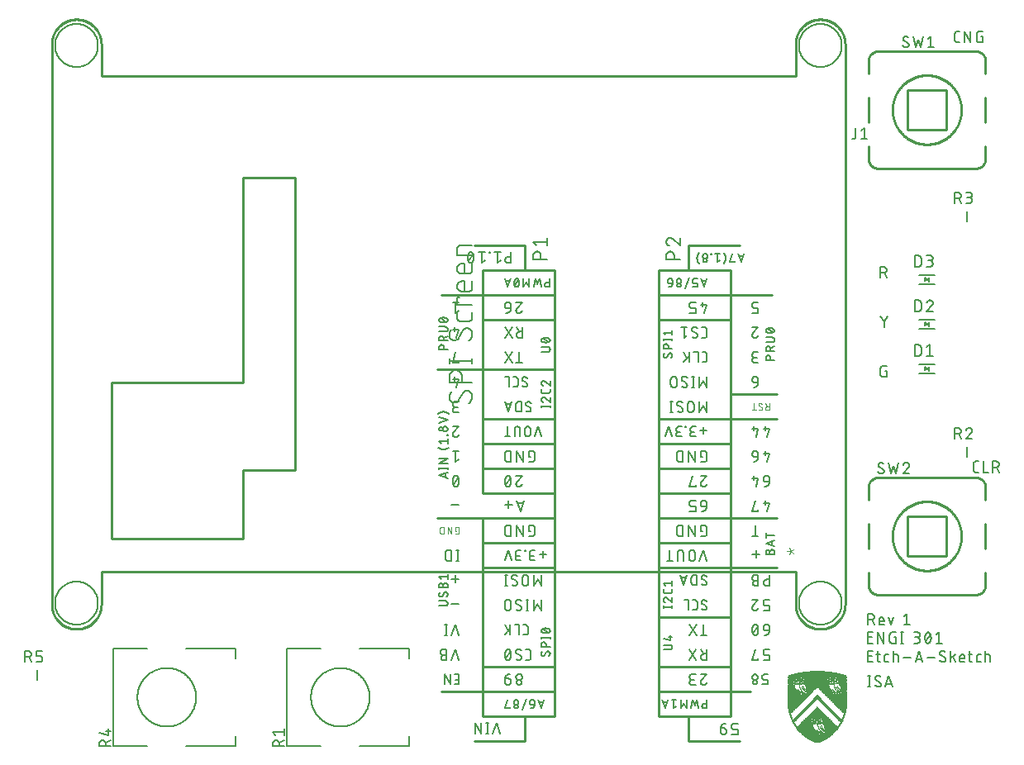
<source format=gbr>
G04 EAGLE Gerber RS-274X export*
G75*
%MOMM*%
%FSLAX34Y34*%
%LPD*%
%INSilkscreen Top*%
%IPPOS*%
%AMOC8*
5,1,8,0,0,1.08239X$1,22.5*%
G01*
%ADD10C,0.152400*%
%ADD11R,0.205738X0.007619*%
%ADD12R,0.312419X0.007619*%
%ADD13R,0.388619X0.007619*%
%ADD14R,0.449581X0.007619*%
%ADD15R,0.495300X0.007619*%
%ADD16R,0.548638X0.007619*%
%ADD17R,0.586738X0.007619*%
%ADD18R,0.632463X0.007619*%
%ADD19R,0.670556X0.007619*%
%ADD20R,0.708663X0.007619*%
%ADD21R,0.739138X0.007619*%
%ADD22R,0.784863X0.007619*%
%ADD23R,0.815338X0.007619*%
%ADD24R,0.853438X0.007619*%
%ADD25R,0.891538X0.007619*%
%ADD26R,0.922019X0.007619*%
%ADD27R,0.952500X0.007619*%
%ADD28R,0.990600X0.007619*%
%ADD29R,1.028700X0.007619*%
%ADD30R,1.059181X0.007619*%
%ADD31R,1.089662X0.007619*%
%ADD32R,1.120138X0.007619*%
%ADD33R,1.150619X0.007619*%
%ADD34R,1.181100X0.007619*%
%ADD35R,1.211581X0.007619*%
%ADD36R,1.242063X0.007619*%
%ADD37R,1.272538X0.007619*%
%ADD38R,1.303019X0.007619*%
%ADD39R,1.333500X0.007619*%
%ADD40R,1.363981X0.007619*%
%ADD41R,1.394463X0.007619*%
%ADD42R,1.424937X0.007619*%
%ADD43R,1.455419X0.007619*%
%ADD44R,1.485900X0.007619*%
%ADD45R,1.516381X0.007619*%
%ADD46R,1.546863X0.007619*%
%ADD47R,1.569719X0.007619*%
%ADD48R,1.592581X0.007619*%
%ADD49R,1.623063X0.007619*%
%ADD50R,1.653538X0.007619*%
%ADD51R,1.684019X0.007619*%
%ADD52R,1.706881X0.007619*%
%ADD53R,1.729738X0.007619*%
%ADD54R,1.760219X0.007619*%
%ADD55R,1.790700X0.007619*%
%ADD56R,1.805938X0.007619*%
%ADD57R,1.836419X0.007619*%
%ADD58R,1.866900X0.007619*%
%ADD59R,1.882138X0.007619*%
%ADD60R,1.912619X0.007619*%
%ADD61R,1.943100X0.007619*%
%ADD62R,1.958338X0.007619*%
%ADD63R,1.988819X0.007619*%
%ADD64R,2.011681X0.007619*%
%ADD65R,2.034537X0.007619*%
%ADD66R,2.065019X0.007619*%
%ADD67R,2.080262X0.007619*%
%ADD68R,2.110737X0.007619*%
%ADD69R,2.125981X0.007619*%
%ADD70R,2.156462X0.007619*%
%ADD71R,2.171700X0.007619*%
%ADD72R,2.202181X0.007619*%
%ADD73R,2.217419X0.007619*%
%ADD74R,2.247900X0.007619*%
%ADD75R,2.263138X0.007619*%
%ADD76R,2.293619X0.007619*%
%ADD77R,2.308863X0.007619*%
%ADD78R,2.339338X0.007619*%
%ADD79R,2.354581X0.007619*%
%ADD80R,2.377438X0.007619*%
%ADD81R,2.400300X0.007619*%
%ADD82R,2.415538X0.007619*%
%ADD83R,2.446019X0.007619*%
%ADD84R,2.461263X0.007619*%
%ADD85R,2.484119X0.007619*%
%ADD86R,2.506981X0.007619*%
%ADD87R,2.522219X0.007619*%
%ADD88R,2.552700X0.007619*%
%ADD89R,2.567938X0.007619*%
%ADD90R,2.583181X0.007619*%
%ADD91R,2.613663X0.007619*%
%ADD92R,2.628900X0.007619*%
%ADD93R,2.644138X0.007619*%
%ADD94R,2.674619X0.007619*%
%ADD95R,2.689863X0.007619*%
%ADD96R,2.705100X0.007619*%
%ADD97R,2.727956X0.007619*%
%ADD98R,2.750819X0.007619*%
%ADD99R,2.766063X0.007619*%
%ADD100R,2.781300X0.007619*%
%ADD101R,2.811781X0.007619*%
%ADD102R,2.827019X0.007619*%
%ADD103R,2.842263X0.007619*%
%ADD104R,2.857500X0.007619*%
%ADD105R,2.880356X0.007619*%
%ADD106R,2.903219X0.007619*%
%ADD107R,2.918462X0.007619*%
%ADD108R,2.933700X0.007619*%
%ADD109R,2.948937X0.007619*%
%ADD110R,1.226819X0.007619*%
%ADD111R,0.213356X0.007619*%
%ADD112R,0.220981X0.007619*%
%ADD113R,1.188719X0.007619*%
%ADD114R,0.053338X0.007619*%
%ADD115R,0.068581X0.007619*%
%ADD116R,0.060963X0.007619*%
%ADD117R,0.022856X0.007619*%
%ADD118R,1.203963X0.007619*%
%ADD119R,1.234438X0.007619*%
%ADD120R,0.045719X0.007619*%
%ADD121R,1.242056X0.007619*%
%ADD122R,0.030481X0.007619*%
%ADD123R,1.219200X0.007619*%
%ADD124R,1.249681X0.007619*%
%ADD125R,1.264919X0.007619*%
%ADD126R,0.076200X0.007619*%
%ADD127R,1.280156X0.007619*%
%ADD128R,1.295400X0.007619*%
%ADD129R,0.083819X0.007619*%
%ADD130R,1.325875X0.007619*%
%ADD131R,1.325881X0.007619*%
%ADD132R,0.106681X0.007619*%
%ADD133R,0.190500X0.007619*%
%ADD134R,1.341119X0.007619*%
%ADD135R,1.447800X0.007619*%
%ADD136R,0.198119X0.007619*%
%ADD137R,1.463037X0.007619*%
%ADD138R,1.508756X0.007619*%
%ADD139R,1.348738X0.007619*%
%ADD140R,0.182875X0.007619*%
%ADD141R,1.356363X0.007619*%
%ADD142R,1.531619X0.007619*%
%ADD143R,0.175263X0.007619*%
%ADD144R,1.356356X0.007619*%
%ADD145R,1.546856X0.007619*%
%ADD146R,0.167637X0.007619*%
%ADD147R,1.363975X0.007619*%
%ADD148R,1.554481X0.007619*%
%ADD149R,0.160019X0.007619*%
%ADD150R,0.274319X0.007619*%
%ADD151R,1.066800X0.007619*%
%ADD152R,1.584963X0.007619*%
%ADD153R,0.251456X0.007619*%
%ADD154R,1.074419X0.007619*%
%ADD155R,1.607819X0.007619*%
%ADD156R,1.615438X0.007619*%
%ADD157R,0.830581X0.007619*%
%ADD158R,1.630675X0.007619*%
%ADD159R,0.144775X0.007619*%
%ADD160R,0.838200X0.007619*%
%ADD161R,1.638300X0.007619*%
%ADD162R,0.129537X0.007619*%
%ADD163R,0.152400X0.007619*%
%ADD164R,0.845819X0.007619*%
%ADD165R,0.099056X0.007619*%
%ADD166R,1.668781X0.007619*%
%ADD167R,0.114300X0.007619*%
%ADD168R,0.861056X0.007619*%
%ADD169R,0.091438X0.007619*%
%ADD170R,0.868681X0.007619*%
%ADD171R,1.691638X0.007619*%
%ADD172R,0.175256X0.007619*%
%ADD173R,0.060956X0.007619*%
%ADD174R,0.876300X0.007619*%
%ADD175R,0.883919X0.007619*%
%ADD176R,1.714500X0.007619*%
%ADD177R,0.038100X0.007619*%
%ADD178R,0.899156X0.007619*%
%ADD179R,1.737356X0.007619*%
%ADD180R,0.906781X0.007619*%
%ADD181R,1.752600X0.007619*%
%ADD182R,0.228600X0.007619*%
%ADD183R,0.099063X0.007619*%
%ADD184R,2.004056X0.007619*%
%ADD185R,0.121919X0.007619*%
%ADD186R,0.929638X0.007619*%
%ADD187R,2.179319X0.007619*%
%ADD188R,0.937256X0.007619*%
%ADD189R,1.851656X0.007619*%
%ADD190R,0.068575X0.007619*%
%ADD191R,0.960119X0.007619*%
%ADD192R,1.844037X0.007619*%
%ADD193R,0.975356X0.007619*%
%ADD194R,1.005837X0.007619*%
%ADD195R,1.821175X0.007619*%
%ADD196R,1.021075X0.007619*%
%ADD197R,1.821181X0.007619*%
%ADD198R,1.036319X0.007619*%
%ADD199R,1.051556X0.007619*%
%ADD200R,1.813563X0.007619*%
%ADD201R,1.813556X0.007619*%
%ADD202R,0.144781X0.007619*%
%ADD203R,1.097281X0.007619*%
%ADD204R,1.165856X0.007619*%
%ADD205R,0.106675X0.007619*%
%ADD206R,0.137162X0.007619*%
%ADD207R,0.137156X0.007619*%
%ADD208R,1.082037X0.007619*%
%ADD209R,1.089656X0.007619*%
%ADD210R,1.798319X0.007619*%
%ADD211R,1.104900X0.007619*%
%ADD212R,1.112519X0.007619*%
%ADD213R,1.135375X0.007619*%
%ADD214R,1.143000X0.007619*%
%ADD215R,1.158238X0.007619*%
%ADD216R,0.030475X0.007619*%
%ADD217R,1.173475X0.007619*%
%ADD218R,1.196338X0.007619*%
%ADD219R,1.249675X0.007619*%
%ADD220R,1.318263X0.007619*%
%ADD221R,1.287775X0.007619*%
%ADD222R,1.310638X0.007619*%
%ADD223R,1.706875X0.007619*%
%ADD224R,1.318256X0.007619*%
%ADD225R,1.371600X0.007619*%
%ADD226R,1.379219X0.007619*%
%ADD227R,1.386838X0.007619*%
%ADD228R,1.402081X0.007619*%
%ADD229R,1.722119X0.007619*%
%ADD230R,1.409700X0.007619*%
%ADD231R,1.417319X0.007619*%
%ADD232R,1.432556X0.007619*%
%ADD233R,1.440181X0.007619*%
%ADD234R,1.470656X0.007619*%
%ADD235R,1.478281X0.007619*%
%ADD236R,1.737363X0.007619*%
%ADD237R,1.493519X0.007619*%
%ADD238R,1.501138X0.007619*%
%ADD239R,1.516375X0.007619*%
%ADD240R,1.744981X0.007619*%
%ADD241R,1.524000X0.007619*%
%ADD242R,1.539238X0.007619*%
%ADD243R,1.470662X0.007619*%
%ADD244R,1.287781X0.007619*%
%ADD245R,1.440175X0.007619*%
%ADD246R,0.015238X0.007619*%
%ADD247R,1.394456X0.007619*%
%ADD248R,1.257300X0.007619*%
%ADD249R,0.182881X0.007619*%
%ADD250R,1.211575X0.007619*%
%ADD251R,1.203956X0.007619*%
%ADD252R,0.327663X0.007619*%
%ADD253R,1.173481X0.007619*%
%ADD254R,0.335281X0.007619*%
%ADD255R,0.259075X0.007619*%
%ADD256R,0.342900X0.007619*%
%ADD257R,0.289556X0.007619*%
%ADD258R,0.350519X0.007619*%
%ADD259R,0.304800X0.007619*%
%ADD260R,1.135381X0.007619*%
%ADD261R,0.320038X0.007619*%
%ADD262R,1.127756X0.007619*%
%ADD263R,1.280163X0.007619*%
%ADD264R,1.021081X0.007619*%
%ADD265R,1.013463X0.007619*%
%ADD266R,0.998219X0.007619*%
%ADD267R,0.982981X0.007619*%
%ADD268R,0.967738X0.007619*%
%ADD269R,1.097275X0.007619*%
%ADD270R,0.944881X0.007619*%
%ADD271R,0.327656X0.007619*%
%ADD272R,1.059175X0.007619*%
%ADD273R,0.220975X0.007619*%
%ADD274R,0.335275X0.007619*%
%ADD275R,1.043937X0.007619*%
%ADD276R,0.236219X0.007619*%
%ADD277R,0.243838X0.007619*%
%ADD278R,0.906775X0.007619*%
%ADD279R,0.259081X0.007619*%
%ADD280R,0.266700X0.007619*%
%ADD281R,0.281938X0.007619*%
%ADD282R,0.297181X0.007619*%
%ADD283R,0.944875X0.007619*%
%ADD284R,0.830575X0.007619*%
%ADD285R,0.358137X0.007619*%
%ADD286R,0.365756X0.007619*%
%ADD287R,0.373381X0.007619*%
%ADD288R,0.914400X0.007619*%
%ADD289R,0.381000X0.007619*%
%ADD290R,0.396238X0.007619*%
%ADD291R,0.403856X0.007619*%
%ADD292R,0.411481X0.007619*%
%ADD293R,0.419100X0.007619*%
%ADD294R,0.426719X0.007619*%
%ADD295R,0.434338X0.007619*%
%ADD296R,0.441956X0.007619*%
%ADD297R,0.861063X0.007619*%
%ADD298R,0.449575X0.007619*%
%ADD299R,0.457200X0.007619*%
%ADD300R,0.464819X0.007619*%
%ADD301R,0.472438X0.007619*%
%ADD302R,0.480063X0.007619*%
%ADD303R,0.487681X0.007619*%
%ADD304R,0.716281X0.007619*%
%ADD305R,0.822956X0.007619*%
%ADD306R,0.502919X0.007619*%
%ADD307R,0.510537X0.007619*%
%ADD308R,0.701037X0.007619*%
%ADD309R,0.518156X0.007619*%
%ADD310R,0.693419X0.007619*%
%ADD311R,0.807719X0.007619*%
%ADD312R,0.525775X0.007619*%
%ADD313R,0.533400X0.007619*%
%ADD314R,0.685800X0.007619*%
%ADD315R,0.800100X0.007619*%
%ADD316R,0.541019X0.007619*%
%ADD317R,0.678181X0.007619*%
%ADD318R,0.792481X0.007619*%
%ADD319R,0.556256X0.007619*%
%ADD320R,0.670563X0.007619*%
%ADD321R,0.784856X0.007619*%
%ADD322R,0.563875X0.007619*%
%ADD323R,0.571500X0.007619*%
%ADD324R,0.662938X0.007619*%
%ADD325R,0.777238X0.007619*%
%ADD326R,0.579119X0.007619*%
%ADD327R,0.655319X0.007619*%
%ADD328R,0.769619X0.007619*%
%ADD329R,0.403863X0.007619*%
%ADD330R,0.647700X0.007619*%
%ADD331R,0.022863X0.007619*%
%ADD332R,0.762000X0.007619*%
%ADD333R,0.411475X0.007619*%
%ADD334R,0.640075X0.007619*%
%ADD335R,0.754381X0.007619*%
%ADD336R,0.632456X0.007619*%
%ADD337R,0.746756X0.007619*%
%ADD338R,0.624838X0.007619*%
%ADD339R,0.617219X0.007619*%
%ADD340R,0.731519X0.007619*%
%ADD341R,0.609600X0.007619*%
%ADD342R,0.723900X0.007619*%
%ADD343R,0.601981X0.007619*%
%ADD344R,0.373375X0.007619*%
%ADD345R,0.601975X0.007619*%
%ADD346R,0.716275X0.007619*%
%ADD347R,0.594356X0.007619*%
%ADD348R,0.708656X0.007619*%
%ADD349R,0.480056X0.007619*%
%ADD350R,0.640081X0.007619*%
%ADD351R,2.087881X0.007619*%
%ADD352R,2.072637X0.007619*%
%ADD353R,2.057400X0.007619*%
%ADD354R,2.042156X0.007619*%
%ADD355R,2.026919X0.007619*%
%ADD356R,1.996438X0.007619*%
%ADD357R,1.981200X0.007619*%
%ADD358R,1.965956X0.007619*%
%ADD359R,1.950719X0.007619*%
%ADD360R,1.935481X0.007619*%
%ADD361R,1.920238X0.007619*%
%ADD362R,1.905000X0.007619*%
%ADD363R,1.889756X0.007619*%
%ADD364R,1.874519X0.007619*%
%ADD365R,1.859281X0.007619*%
%ADD366R,1.828800X0.007619*%
%ADD367R,1.783081X0.007619*%
%ADD368R,1.767838X0.007619*%
%ADD369R,1.676400X0.007619*%
%ADD370R,1.661156X0.007619*%
%ADD371R,1.645919X0.007619*%
%ADD372R,1.630681X0.007619*%
%ADD373R,1.600200X0.007619*%
%ADD374R,1.584956X0.007619*%
%ADD375R,0.289563X0.007619*%
%ADD376R,0.487675X0.007619*%
%ADD377R,0.518162X0.007619*%
%ADD378R,0.525781X0.007619*%
%ADD379R,0.563881X0.007619*%
%ADD380R,0.754375X0.007619*%
%ADD381R,0.822963X0.007619*%
%ADD382R,0.982975X0.007619*%
%ADD383R,1.013456X0.007619*%
%ADD384R,1.432562X0.007619*%
%ADD385R,1.508763X0.007619*%
%ADD386R,1.562100X0.007619*%
%ADD387R,1.577338X0.007619*%
%ADD388R,1.661163X0.007619*%
%ADD389R,1.699263X0.007619*%
%ADD390R,1.775463X0.007619*%
%ADD391R,1.851662X0.007619*%
%ADD392R,1.889763X0.007619*%
%ADD393R,1.897381X0.007619*%
%ADD394R,1.927863X0.007619*%
%ADD395R,0.556262X0.007619*%
%ADD396R,1.965963X0.007619*%
%ADD397R,1.973581X0.007619*%
%ADD398R,2.004063X0.007619*%
%ADD399R,2.019300X0.007619*%
%ADD400R,2.042162X0.007619*%
%ADD401R,2.049781X0.007619*%
%ADD402R,0.251463X0.007619*%
%ADD403R,2.095500X0.007619*%
%ADD404R,2.103119X0.007619*%
%ADD405R,2.118362X0.007619*%
%ADD406R,2.133600X0.007619*%
%ADD407R,2.141219X0.007619*%
%ADD408R,2.148837X0.007619*%
%ADD409R,2.164081X0.007619*%
%ADD410R,0.007619X0.007619*%
%ADD411R,0.899163X0.007619*%
%ADD412R,1.127763X0.007619*%
%ADD413R,0.975363X0.007619*%
%ADD414R,0.868675X0.007619*%
%ADD415R,1.051562X0.007619*%
%ADD416R,0.365762X0.007619*%
%ADD417R,0.441963X0.007619*%
%ADD418R,0.213363X0.007619*%
%ADD419R,1.165863X0.007619*%
%ADD420R,0.678175X0.007619*%
%ADD421R,0.937262X0.007619*%
%ADD422R,0.746762X0.007619*%
%ADD423R,2.316481X0.007619*%
%ADD424R,2.324100X0.007619*%
%ADD425R,2.316475X0.007619*%
%ADD426R,2.331719X0.007619*%
%ADD427R,0.594363X0.007619*%
%ADD428R,2.346956X0.007619*%
%ADD429R,2.362200X0.007619*%
%ADD430R,2.369819X0.007619*%
%ADD431R,2.385056X0.007619*%
%ADD432R,2.392681X0.007619*%
%ADD433R,2.407919X0.007619*%
%ADD434R,0.792475X0.007619*%
%ADD435R,2.423156X0.007619*%
%ADD436R,2.430775X0.007619*%
%ADD437R,2.438400X0.007619*%
%ADD438R,2.453638X0.007619*%
%ADD439R,2.461256X0.007619*%
%ADD440R,2.468875X0.007619*%
%ADD441R,2.476500X0.007619*%
%ADD442R,2.491738X0.007619*%
%ADD443R,2.499356X0.007619*%
%ADD444R,2.514600X0.007619*%
%ADD445R,2.529838X0.007619*%
%ADD446R,2.720338X0.007619*%
%ADD447R,2.887981X0.007619*%
%ADD448R,2.872737X0.007619*%
%ADD449R,2.865119X0.007619*%
%ADD450R,2.712719X0.007619*%
%ADD451R,2.697481X0.007619*%
%ADD452R,2.606038X0.007619*%
%ADD453R,2.560319X0.007619*%
%ADD454R,2.545081X0.007619*%
%ADD455R,2.506975X0.007619*%
%ADD456R,2.430781X0.007619*%
%ADD457R,2.651756X0.007619*%
%ADD458R,2.667000X0.007619*%
%ADD459R,2.423163X0.007619*%
%ADD460R,2.468881X0.007619*%
%ADD461R,2.842256X0.007619*%
%ADD462R,2.804163X0.007619*%
%ADD463R,2.758438X0.007619*%
%ADD464R,2.727963X0.007619*%
%ADD465R,2.659381X0.007619*%
%ADD466R,4.229100X0.007619*%
%ADD467R,4.251963X0.007619*%
%ADD468R,6.019800X0.007619*%
%ADD469R,6.012181X0.007619*%
%ADD470R,6.004556X0.007619*%
%ADD471R,5.989319X0.007619*%
%ADD472R,5.974081X0.007619*%
%ADD473R,5.958838X0.007619*%
%ADD474R,5.943600X0.007619*%
%ADD475R,5.928356X0.007619*%
%ADD476R,5.920738X0.007619*%
%ADD477R,5.913119X0.007619*%
%ADD478R,5.897881X0.007619*%
%ADD479R,5.882638X0.007619*%
%ADD480R,5.859781X0.007619*%
%ADD481R,5.844538X0.007619*%
%ADD482R,5.821681X0.007619*%
%ADD483R,5.798819X0.007619*%
%ADD484R,5.775956X0.007619*%
%ADD485R,5.745481X0.007619*%
%ADD486R,5.707381X0.007619*%
%ADD487R,5.661663X0.007619*%
%ADD488R,5.600700X0.007619*%
%ADD489R,5.554981X0.007619*%
%ADD490R,5.494019X0.007619*%
%ADD491R,5.448300X0.007619*%
%ADD492R,5.387338X0.007619*%
%ADD493R,5.326381X0.007619*%
%ADD494R,5.280663X0.007619*%
%ADD495R,5.219700X0.007619*%
%ADD496R,5.158737X0.007619*%
%ADD497R,5.105400X0.007619*%
%ADD498R,5.052062X0.007619*%
%ADD499R,4.991100X0.007619*%
%ADD500R,4.930137X0.007619*%
%ADD501R,4.869181X0.007619*%
%ADD502R,4.808219X0.007619*%
%ADD503R,4.747263X0.007619*%
%ADD504R,4.678681X0.007619*%
%ADD505R,4.610100X0.007619*%
%ADD506R,4.549138X0.007619*%
%ADD507R,4.488181X0.007619*%
%ADD508R,4.411981X0.007619*%
%ADD509R,4.351019X0.007619*%
%ADD510R,4.274819X0.007619*%
%ADD511R,4.213863X0.007619*%
%ADD512R,4.137663X0.007619*%
%ADD513R,4.061463X0.007619*%
%ADD514R,3.985263X0.007619*%
%ADD515R,3.909063X0.007619*%
%ADD516R,3.832863X0.007619*%
%ADD517R,3.756663X0.007619*%
%ADD518R,3.672837X0.007619*%
%ADD519R,3.589019X0.007619*%
%ADD520R,3.497581X0.007619*%
%ADD521R,3.421381X0.007619*%
%ADD522R,3.329938X0.007619*%
%ADD523R,3.238500X0.007619*%
%ADD524R,3.131819X0.007619*%
%ADD525R,3.040381X0.007619*%
%ADD526R,2.232662X0.007619*%
%ADD527C,0.127000*%
%ADD528C,0.254000*%
%ADD529C,0.101600*%
%ADD530C,0.203200*%
%ADD531C,0.200000*%

G36*
X935265Y491406D02*
X935265Y491406D01*
X935365Y491405D01*
X935379Y491409D01*
X935391Y491409D01*
X935434Y491427D01*
X935544Y491463D01*
X939544Y493463D01*
X939579Y493489D01*
X939620Y493508D01*
X939669Y493556D01*
X939723Y493597D01*
X939748Y493634D01*
X939779Y493666D01*
X939808Y493728D01*
X939845Y493785D01*
X939855Y493829D01*
X939874Y493869D01*
X939879Y493938D01*
X939894Y494004D01*
X939888Y494049D01*
X939891Y494093D01*
X939872Y494159D01*
X939863Y494227D01*
X939842Y494266D01*
X939830Y494309D01*
X939789Y494364D01*
X939757Y494424D01*
X939723Y494454D01*
X939697Y494490D01*
X939626Y494539D01*
X939588Y494573D01*
X939567Y494581D01*
X939544Y494597D01*
X935544Y496597D01*
X935448Y496625D01*
X935354Y496657D01*
X935341Y496657D01*
X935328Y496661D01*
X935229Y496654D01*
X935129Y496651D01*
X935118Y496646D01*
X935105Y496645D01*
X935014Y496604D01*
X934922Y496566D01*
X934912Y496558D01*
X934900Y496552D01*
X934829Y496482D01*
X934756Y496415D01*
X934750Y496404D01*
X934741Y496394D01*
X934699Y496304D01*
X934653Y496215D01*
X934651Y496201D01*
X934646Y496191D01*
X934643Y496144D01*
X934626Y496030D01*
X934626Y492030D01*
X934643Y491932D01*
X934657Y491833D01*
X934663Y491822D01*
X934665Y491809D01*
X934716Y491723D01*
X934763Y491636D01*
X934773Y491627D01*
X934780Y491616D01*
X934857Y491553D01*
X934932Y491487D01*
X934944Y491483D01*
X934954Y491475D01*
X935048Y491443D01*
X935141Y491407D01*
X935154Y491407D01*
X935166Y491403D01*
X935265Y491406D01*
G37*
G36*
X935265Y445686D02*
X935265Y445686D01*
X935365Y445685D01*
X935379Y445689D01*
X935391Y445689D01*
X935434Y445707D01*
X935544Y445743D01*
X939544Y447743D01*
X939579Y447769D01*
X939620Y447788D01*
X939669Y447836D01*
X939723Y447877D01*
X939748Y447914D01*
X939779Y447946D01*
X939808Y448008D01*
X939845Y448065D01*
X939855Y448109D01*
X939874Y448149D01*
X939879Y448218D01*
X939894Y448284D01*
X939888Y448329D01*
X939891Y448373D01*
X939872Y448439D01*
X939863Y448507D01*
X939842Y448546D01*
X939830Y448589D01*
X939789Y448644D01*
X939757Y448704D01*
X939723Y448734D01*
X939697Y448770D01*
X939626Y448819D01*
X939588Y448853D01*
X939567Y448861D01*
X939544Y448877D01*
X935544Y450877D01*
X935448Y450905D01*
X935354Y450937D01*
X935341Y450937D01*
X935328Y450941D01*
X935229Y450934D01*
X935129Y450931D01*
X935118Y450926D01*
X935105Y450925D01*
X935014Y450884D01*
X934922Y450846D01*
X934912Y450838D01*
X934900Y450832D01*
X934829Y450762D01*
X934756Y450695D01*
X934750Y450684D01*
X934741Y450674D01*
X934699Y450584D01*
X934653Y450495D01*
X934651Y450481D01*
X934646Y450471D01*
X934643Y450424D01*
X934626Y450310D01*
X934626Y446310D01*
X934643Y446212D01*
X934657Y446113D01*
X934663Y446102D01*
X934665Y446089D01*
X934716Y446003D01*
X934763Y445916D01*
X934773Y445907D01*
X934780Y445896D01*
X934857Y445833D01*
X934932Y445767D01*
X934944Y445763D01*
X934954Y445755D01*
X935048Y445723D01*
X935141Y445687D01*
X935154Y445687D01*
X935166Y445683D01*
X935265Y445686D01*
G37*
G36*
X935265Y399966D02*
X935265Y399966D01*
X935365Y399965D01*
X935379Y399969D01*
X935391Y399969D01*
X935434Y399987D01*
X935544Y400023D01*
X939544Y402023D01*
X939579Y402049D01*
X939620Y402068D01*
X939669Y402116D01*
X939723Y402157D01*
X939748Y402194D01*
X939779Y402226D01*
X939808Y402288D01*
X939845Y402345D01*
X939855Y402389D01*
X939874Y402429D01*
X939879Y402498D01*
X939894Y402564D01*
X939888Y402609D01*
X939891Y402653D01*
X939872Y402719D01*
X939863Y402787D01*
X939842Y402826D01*
X939830Y402869D01*
X939789Y402924D01*
X939757Y402984D01*
X939723Y403014D01*
X939697Y403050D01*
X939626Y403099D01*
X939588Y403133D01*
X939567Y403141D01*
X939544Y403157D01*
X935544Y405157D01*
X935448Y405185D01*
X935354Y405217D01*
X935341Y405217D01*
X935328Y405221D01*
X935229Y405214D01*
X935129Y405211D01*
X935118Y405206D01*
X935105Y405205D01*
X935014Y405164D01*
X934922Y405126D01*
X934912Y405118D01*
X934900Y405112D01*
X934829Y405042D01*
X934756Y404975D01*
X934750Y404964D01*
X934741Y404954D01*
X934699Y404864D01*
X934653Y404775D01*
X934651Y404761D01*
X934646Y404751D01*
X934643Y404704D01*
X934626Y404590D01*
X934626Y400590D01*
X934643Y400492D01*
X934657Y400393D01*
X934663Y400382D01*
X934665Y400369D01*
X934716Y400283D01*
X934763Y400196D01*
X934773Y400187D01*
X934780Y400176D01*
X934857Y400113D01*
X934932Y400047D01*
X934944Y400043D01*
X934954Y400035D01*
X935048Y400003D01*
X935141Y399967D01*
X935154Y399967D01*
X935166Y399963D01*
X935265Y399966D01*
G37*
D10*
X882029Y121412D02*
X877062Y121412D01*
X877062Y132588D01*
X882029Y132588D01*
X880787Y127621D02*
X877062Y127621D01*
X886940Y132588D02*
X886940Y121412D01*
X893149Y121412D02*
X886940Y132588D01*
X893149Y132588D02*
X893149Y121412D01*
X903478Y127621D02*
X905341Y127621D01*
X905341Y121412D01*
X901615Y121412D01*
X901517Y121414D01*
X901420Y121420D01*
X901323Y121429D01*
X901226Y121443D01*
X901130Y121460D01*
X901035Y121481D01*
X900941Y121505D01*
X900847Y121534D01*
X900755Y121566D01*
X900664Y121601D01*
X900575Y121640D01*
X900487Y121683D01*
X900401Y121729D01*
X900317Y121778D01*
X900235Y121831D01*
X900155Y121886D01*
X900077Y121945D01*
X900002Y122007D01*
X899929Y122072D01*
X899859Y122140D01*
X899791Y122210D01*
X899726Y122283D01*
X899664Y122358D01*
X899605Y122436D01*
X899550Y122516D01*
X899497Y122598D01*
X899448Y122682D01*
X899402Y122768D01*
X899359Y122856D01*
X899320Y122945D01*
X899285Y123036D01*
X899253Y123128D01*
X899224Y123222D01*
X899200Y123316D01*
X899179Y123411D01*
X899162Y123507D01*
X899148Y123604D01*
X899139Y123701D01*
X899133Y123798D01*
X899131Y123896D01*
X899132Y123896D02*
X899132Y130104D01*
X899131Y130104D02*
X899133Y130202D01*
X899139Y130299D01*
X899148Y130396D01*
X899162Y130493D01*
X899179Y130589D01*
X899200Y130684D01*
X899224Y130778D01*
X899253Y130872D01*
X899285Y130964D01*
X899320Y131055D01*
X899359Y131144D01*
X899402Y131232D01*
X899448Y131318D01*
X899497Y131402D01*
X899550Y131484D01*
X899605Y131564D01*
X899664Y131642D01*
X899726Y131717D01*
X899791Y131790D01*
X899859Y131860D01*
X899929Y131928D01*
X900002Y131993D01*
X900077Y132055D01*
X900155Y132114D01*
X900235Y132169D01*
X900317Y132222D01*
X900401Y132271D01*
X900487Y132317D01*
X900575Y132360D01*
X900664Y132399D01*
X900755Y132434D01*
X900847Y132466D01*
X900941Y132495D01*
X901035Y132519D01*
X901130Y132540D01*
X901226Y132557D01*
X901323Y132571D01*
X901420Y132580D01*
X901517Y132586D01*
X901615Y132588D01*
X905341Y132588D01*
X911761Y132588D02*
X911761Y121412D01*
X910519Y121412D02*
X913003Y121412D01*
X913003Y132588D02*
X910519Y132588D01*
X923897Y121412D02*
X927001Y121412D01*
X927112Y121414D01*
X927222Y121420D01*
X927333Y121430D01*
X927443Y121444D01*
X927552Y121461D01*
X927661Y121483D01*
X927769Y121508D01*
X927875Y121538D01*
X927981Y121571D01*
X928086Y121608D01*
X928189Y121648D01*
X928290Y121693D01*
X928390Y121740D01*
X928489Y121792D01*
X928585Y121847D01*
X928679Y121905D01*
X928771Y121966D01*
X928861Y122031D01*
X928949Y122099D01*
X929034Y122170D01*
X929116Y122244D01*
X929196Y122321D01*
X929273Y122401D01*
X929347Y122483D01*
X929418Y122568D01*
X929486Y122656D01*
X929551Y122746D01*
X929612Y122838D01*
X929670Y122932D01*
X929725Y123028D01*
X929777Y123127D01*
X929824Y123227D01*
X929869Y123328D01*
X929909Y123431D01*
X929946Y123536D01*
X929979Y123642D01*
X930009Y123748D01*
X930034Y123856D01*
X930056Y123965D01*
X930073Y124074D01*
X930087Y124184D01*
X930097Y124295D01*
X930103Y124405D01*
X930105Y124516D01*
X930103Y124627D01*
X930097Y124737D01*
X930087Y124848D01*
X930073Y124958D01*
X930056Y125067D01*
X930034Y125176D01*
X930009Y125284D01*
X929979Y125390D01*
X929946Y125496D01*
X929909Y125601D01*
X929869Y125704D01*
X929824Y125805D01*
X929777Y125905D01*
X929725Y126004D01*
X929670Y126100D01*
X929612Y126194D01*
X929551Y126286D01*
X929486Y126376D01*
X929418Y126464D01*
X929347Y126549D01*
X929273Y126631D01*
X929196Y126711D01*
X929116Y126788D01*
X929034Y126862D01*
X928949Y126933D01*
X928861Y127001D01*
X928771Y127066D01*
X928679Y127127D01*
X928585Y127185D01*
X928489Y127240D01*
X928390Y127292D01*
X928290Y127339D01*
X928189Y127384D01*
X928086Y127424D01*
X927981Y127461D01*
X927875Y127494D01*
X927769Y127524D01*
X927661Y127549D01*
X927552Y127571D01*
X927443Y127588D01*
X927333Y127602D01*
X927222Y127612D01*
X927112Y127618D01*
X927001Y127620D01*
X927622Y132588D02*
X923897Y132588D01*
X927622Y132588D02*
X927721Y132586D01*
X927819Y132580D01*
X927918Y132570D01*
X928015Y132557D01*
X928113Y132539D01*
X928209Y132518D01*
X928305Y132492D01*
X928399Y132463D01*
X928492Y132431D01*
X928584Y132394D01*
X928674Y132354D01*
X928763Y132310D01*
X928850Y132263D01*
X928935Y132213D01*
X929017Y132159D01*
X929098Y132102D01*
X929176Y132042D01*
X929252Y131978D01*
X929325Y131912D01*
X929396Y131843D01*
X929464Y131771D01*
X929528Y131696D01*
X929590Y131619D01*
X929649Y131540D01*
X929704Y131458D01*
X929757Y131374D01*
X929805Y131289D01*
X929851Y131201D01*
X929893Y131111D01*
X929931Y131020D01*
X929965Y130928D01*
X929996Y130834D01*
X930023Y130739D01*
X930047Y130643D01*
X930066Y130546D01*
X930082Y130449D01*
X930094Y130351D01*
X930102Y130252D01*
X930106Y130153D01*
X930106Y130055D01*
X930102Y129956D01*
X930094Y129857D01*
X930082Y129759D01*
X930066Y129662D01*
X930047Y129565D01*
X930023Y129469D01*
X929996Y129374D01*
X929965Y129280D01*
X929931Y129188D01*
X929893Y129097D01*
X929851Y129007D01*
X929805Y128919D01*
X929757Y128834D01*
X929704Y128750D01*
X929649Y128668D01*
X929590Y128589D01*
X929528Y128512D01*
X929464Y128437D01*
X929396Y128365D01*
X929325Y128296D01*
X929252Y128230D01*
X929176Y128166D01*
X929098Y128106D01*
X929017Y128049D01*
X928935Y127995D01*
X928850Y127945D01*
X928763Y127898D01*
X928674Y127854D01*
X928584Y127814D01*
X928492Y127777D01*
X928399Y127745D01*
X928305Y127716D01*
X928209Y127690D01*
X928113Y127669D01*
X928015Y127651D01*
X927918Y127638D01*
X927819Y127628D01*
X927721Y127622D01*
X927622Y127620D01*
X927622Y127621D02*
X925138Y127621D01*
X935327Y127000D02*
X935330Y127220D01*
X935337Y127440D01*
X935351Y127659D01*
X935369Y127878D01*
X935393Y128097D01*
X935421Y128315D01*
X935455Y128532D01*
X935494Y128748D01*
X935539Y128964D01*
X935588Y129178D01*
X935643Y129391D01*
X935702Y129603D01*
X935767Y129813D01*
X935837Y130021D01*
X935911Y130228D01*
X935991Y130433D01*
X936075Y130636D01*
X936164Y130837D01*
X936258Y131036D01*
X936291Y131125D01*
X936327Y131213D01*
X936367Y131299D01*
X936410Y131384D01*
X936457Y131466D01*
X936508Y131547D01*
X936561Y131625D01*
X936618Y131701D01*
X936678Y131775D01*
X936741Y131846D01*
X936806Y131915D01*
X936875Y131981D01*
X936946Y132043D01*
X937020Y132103D01*
X937096Y132160D01*
X937174Y132214D01*
X937255Y132264D01*
X937337Y132311D01*
X937422Y132354D01*
X937508Y132394D01*
X937596Y132431D01*
X937685Y132463D01*
X937775Y132492D01*
X937867Y132518D01*
X937959Y132539D01*
X938053Y132557D01*
X938147Y132570D01*
X938241Y132580D01*
X938336Y132586D01*
X938431Y132588D01*
X938526Y132586D01*
X938621Y132580D01*
X938715Y132570D01*
X938809Y132557D01*
X938903Y132539D01*
X938995Y132518D01*
X939087Y132492D01*
X939177Y132463D01*
X939266Y132431D01*
X939354Y132394D01*
X939440Y132354D01*
X939525Y132311D01*
X939607Y132264D01*
X939688Y132214D01*
X939766Y132160D01*
X939842Y132103D01*
X939916Y132043D01*
X939987Y131981D01*
X940056Y131915D01*
X940121Y131846D01*
X940184Y131775D01*
X940244Y131701D01*
X940301Y131625D01*
X940354Y131547D01*
X940405Y131466D01*
X940452Y131383D01*
X940495Y131299D01*
X940535Y131213D01*
X940571Y131125D01*
X940604Y131036D01*
X940605Y131036D02*
X940699Y130837D01*
X940788Y130636D01*
X940872Y130433D01*
X940952Y130228D01*
X941026Y130021D01*
X941096Y129813D01*
X941161Y129603D01*
X941220Y129391D01*
X941275Y129178D01*
X941324Y128964D01*
X941369Y128748D01*
X941408Y128532D01*
X941442Y128315D01*
X941470Y128097D01*
X941494Y127878D01*
X941512Y127659D01*
X941526Y127440D01*
X941533Y127220D01*
X941536Y127000D01*
X935327Y127000D02*
X935330Y126780D01*
X935337Y126560D01*
X935351Y126341D01*
X935369Y126122D01*
X935393Y125903D01*
X935421Y125685D01*
X935455Y125468D01*
X935494Y125252D01*
X935539Y125036D01*
X935588Y124822D01*
X935643Y124609D01*
X935702Y124398D01*
X935767Y124187D01*
X935837Y123979D01*
X935911Y123772D01*
X935991Y123567D01*
X936075Y123364D01*
X936164Y123163D01*
X936258Y122964D01*
X936291Y122875D01*
X936327Y122787D01*
X936367Y122701D01*
X936410Y122616D01*
X936457Y122534D01*
X936508Y122453D01*
X936561Y122375D01*
X936618Y122299D01*
X936678Y122225D01*
X936741Y122154D01*
X936806Y122085D01*
X936875Y122019D01*
X936946Y121957D01*
X937020Y121897D01*
X937096Y121840D01*
X937174Y121786D01*
X937255Y121736D01*
X937337Y121689D01*
X937422Y121646D01*
X937508Y121606D01*
X937596Y121569D01*
X937685Y121537D01*
X937775Y121508D01*
X937867Y121482D01*
X937959Y121461D01*
X938053Y121443D01*
X938147Y121430D01*
X938241Y121420D01*
X938336Y121414D01*
X938431Y121412D01*
X940605Y122964D02*
X940699Y123163D01*
X940788Y123364D01*
X940872Y123567D01*
X940952Y123772D01*
X941026Y123979D01*
X941096Y124187D01*
X941161Y124397D01*
X941220Y124609D01*
X941275Y124822D01*
X941324Y125036D01*
X941369Y125252D01*
X941408Y125468D01*
X941442Y125685D01*
X941470Y125903D01*
X941494Y126122D01*
X941512Y126341D01*
X941526Y126560D01*
X941533Y126780D01*
X941536Y127000D01*
X940604Y122964D02*
X940571Y122875D01*
X940535Y122787D01*
X940495Y122701D01*
X940452Y122616D01*
X940405Y122534D01*
X940354Y122453D01*
X940301Y122375D01*
X940244Y122299D01*
X940184Y122225D01*
X940121Y122154D01*
X940056Y122085D01*
X939987Y122019D01*
X939916Y121957D01*
X939842Y121897D01*
X939766Y121840D01*
X939688Y121786D01*
X939607Y121736D01*
X939525Y121689D01*
X939440Y121646D01*
X939354Y121606D01*
X939266Y121569D01*
X939177Y121537D01*
X939087Y121508D01*
X938995Y121482D01*
X938903Y121461D01*
X938809Y121443D01*
X938715Y121430D01*
X938621Y121420D01*
X938526Y121414D01*
X938431Y121412D01*
X935948Y123896D02*
X940915Y130104D01*
X946757Y130104D02*
X949861Y132588D01*
X949861Y121412D01*
X946757Y121412D02*
X952966Y121412D01*
X882029Y102362D02*
X877062Y102362D01*
X877062Y113538D01*
X882029Y113538D01*
X880787Y108571D02*
X877062Y108571D01*
X885399Y109813D02*
X889124Y109813D01*
X886641Y113538D02*
X886641Y104225D01*
X886643Y104141D01*
X886648Y104058D01*
X886658Y103975D01*
X886671Y103892D01*
X886688Y103810D01*
X886708Y103729D01*
X886732Y103649D01*
X886760Y103570D01*
X886791Y103493D01*
X886825Y103417D01*
X886863Y103342D01*
X886905Y103269D01*
X886949Y103199D01*
X886997Y103130D01*
X887047Y103063D01*
X887101Y102999D01*
X887157Y102938D01*
X887217Y102878D01*
X887278Y102822D01*
X887342Y102768D01*
X887409Y102718D01*
X887478Y102670D01*
X887548Y102626D01*
X887621Y102584D01*
X887696Y102546D01*
X887772Y102512D01*
X887849Y102481D01*
X887928Y102453D01*
X888008Y102429D01*
X888089Y102409D01*
X888171Y102392D01*
X888254Y102379D01*
X888337Y102369D01*
X888420Y102364D01*
X888504Y102362D01*
X889124Y102362D01*
X895536Y102362D02*
X898019Y102362D01*
X895536Y102362D02*
X895452Y102364D01*
X895369Y102369D01*
X895286Y102379D01*
X895203Y102392D01*
X895121Y102409D01*
X895040Y102429D01*
X894960Y102453D01*
X894881Y102481D01*
X894804Y102512D01*
X894728Y102546D01*
X894653Y102584D01*
X894580Y102626D01*
X894510Y102670D01*
X894441Y102718D01*
X894374Y102768D01*
X894310Y102822D01*
X894249Y102878D01*
X894189Y102938D01*
X894133Y102999D01*
X894079Y103063D01*
X894029Y103130D01*
X893981Y103199D01*
X893937Y103269D01*
X893895Y103342D01*
X893857Y103417D01*
X893823Y103493D01*
X893792Y103570D01*
X893764Y103649D01*
X893740Y103729D01*
X893720Y103810D01*
X893703Y103892D01*
X893690Y103975D01*
X893680Y104058D01*
X893675Y104141D01*
X893673Y104225D01*
X893673Y107950D01*
X893675Y108034D01*
X893681Y108117D01*
X893690Y108200D01*
X893703Y108283D01*
X893720Y108365D01*
X893740Y108446D01*
X893764Y108526D01*
X893792Y108605D01*
X893823Y108682D01*
X893857Y108758D01*
X893895Y108833D01*
X893937Y108906D01*
X893981Y108976D01*
X894029Y109045D01*
X894079Y109112D01*
X894133Y109176D01*
X894189Y109237D01*
X894249Y109297D01*
X894310Y109353D01*
X894374Y109407D01*
X894441Y109457D01*
X894510Y109505D01*
X894580Y109549D01*
X894653Y109591D01*
X894728Y109629D01*
X894804Y109663D01*
X894881Y109694D01*
X894960Y109722D01*
X895040Y109746D01*
X895121Y109766D01*
X895203Y109783D01*
X895286Y109796D01*
X895369Y109806D01*
X895452Y109811D01*
X895536Y109813D01*
X898019Y109813D01*
X902801Y113538D02*
X902801Y102362D01*
X902801Y109813D02*
X905905Y109813D01*
X905989Y109811D01*
X906072Y109806D01*
X906155Y109796D01*
X906238Y109783D01*
X906320Y109766D01*
X906401Y109746D01*
X906481Y109722D01*
X906560Y109694D01*
X906637Y109663D01*
X906713Y109629D01*
X906788Y109591D01*
X906861Y109549D01*
X906931Y109505D01*
X907000Y109457D01*
X907067Y109407D01*
X907131Y109353D01*
X907192Y109297D01*
X907252Y109237D01*
X907308Y109176D01*
X907362Y109112D01*
X907412Y109045D01*
X907460Y108976D01*
X907504Y108906D01*
X907546Y108833D01*
X907584Y108758D01*
X907618Y108682D01*
X907649Y108605D01*
X907677Y108526D01*
X907701Y108446D01*
X907721Y108365D01*
X907738Y108283D01*
X907751Y108200D01*
X907761Y108117D01*
X907766Y108034D01*
X907768Y107950D01*
X907768Y102362D01*
X913370Y106708D02*
X920820Y106708D01*
X925562Y102362D02*
X929287Y113538D01*
X933012Y102362D01*
X932081Y105156D02*
X926493Y105156D01*
X937754Y106708D02*
X945204Y106708D01*
X953911Y102362D02*
X954008Y102364D01*
X954106Y102370D01*
X954203Y102379D01*
X954300Y102393D01*
X954396Y102410D01*
X954491Y102431D01*
X954585Y102455D01*
X954679Y102484D01*
X954771Y102516D01*
X954862Y102551D01*
X954951Y102590D01*
X955039Y102633D01*
X955125Y102679D01*
X955209Y102728D01*
X955291Y102781D01*
X955371Y102836D01*
X955449Y102895D01*
X955524Y102957D01*
X955597Y103022D01*
X955667Y103090D01*
X955735Y103160D01*
X955800Y103233D01*
X955862Y103308D01*
X955921Y103386D01*
X955976Y103466D01*
X956029Y103548D01*
X956078Y103632D01*
X956124Y103718D01*
X956167Y103806D01*
X956206Y103895D01*
X956241Y103986D01*
X956273Y104078D01*
X956302Y104172D01*
X956326Y104266D01*
X956347Y104361D01*
X956364Y104457D01*
X956378Y104554D01*
X956387Y104651D01*
X956393Y104748D01*
X956395Y104846D01*
X953911Y102362D02*
X953768Y102364D01*
X953625Y102370D01*
X953483Y102379D01*
X953341Y102393D01*
X953199Y102411D01*
X953058Y102432D01*
X952917Y102457D01*
X952777Y102486D01*
X952638Y102519D01*
X952500Y102555D01*
X952363Y102596D01*
X952227Y102640D01*
X952092Y102687D01*
X951959Y102739D01*
X951827Y102794D01*
X951697Y102852D01*
X951568Y102914D01*
X951441Y102980D01*
X951316Y103049D01*
X951193Y103121D01*
X951072Y103197D01*
X950953Y103275D01*
X950836Y103358D01*
X950721Y103443D01*
X950609Y103531D01*
X950499Y103623D01*
X950392Y103717D01*
X950287Y103814D01*
X950185Y103914D01*
X950496Y111054D02*
X950498Y111152D01*
X950504Y111249D01*
X950513Y111346D01*
X950527Y111443D01*
X950544Y111539D01*
X950565Y111634D01*
X950589Y111728D01*
X950618Y111822D01*
X950650Y111914D01*
X950685Y112005D01*
X950724Y112094D01*
X950767Y112182D01*
X950813Y112268D01*
X950862Y112352D01*
X950915Y112434D01*
X950970Y112514D01*
X951029Y112592D01*
X951091Y112667D01*
X951156Y112740D01*
X951224Y112810D01*
X951294Y112878D01*
X951367Y112943D01*
X951442Y113005D01*
X951520Y113064D01*
X951600Y113119D01*
X951682Y113172D01*
X951766Y113221D01*
X951852Y113267D01*
X951940Y113310D01*
X952029Y113349D01*
X952120Y113384D01*
X952212Y113416D01*
X952306Y113445D01*
X952400Y113469D01*
X952495Y113490D01*
X952591Y113507D01*
X952688Y113521D01*
X952785Y113530D01*
X952882Y113536D01*
X952980Y113538D01*
X953110Y113536D01*
X953240Y113531D01*
X953370Y113522D01*
X953500Y113509D01*
X953629Y113493D01*
X953758Y113473D01*
X953886Y113449D01*
X954014Y113422D01*
X954140Y113391D01*
X954266Y113357D01*
X954391Y113319D01*
X954514Y113278D01*
X954637Y113233D01*
X954758Y113185D01*
X954878Y113134D01*
X954996Y113079D01*
X955112Y113021D01*
X955227Y112960D01*
X955341Y112895D01*
X955452Y112828D01*
X955561Y112757D01*
X955669Y112683D01*
X955774Y112607D01*
X951738Y108881D02*
X951655Y108932D01*
X951574Y108986D01*
X951496Y109043D01*
X951420Y109103D01*
X951346Y109166D01*
X951275Y109232D01*
X951206Y109300D01*
X951140Y109371D01*
X951076Y109444D01*
X951016Y109520D01*
X950959Y109598D01*
X950904Y109679D01*
X950853Y109761D01*
X950805Y109845D01*
X950760Y109931D01*
X950718Y110019D01*
X950680Y110108D01*
X950646Y110198D01*
X950614Y110290D01*
X950587Y110383D01*
X950563Y110477D01*
X950542Y110572D01*
X950526Y110668D01*
X950513Y110764D01*
X950503Y110860D01*
X950498Y110957D01*
X950496Y111054D01*
X955152Y107019D02*
X955235Y106968D01*
X955316Y106914D01*
X955394Y106857D01*
X955470Y106797D01*
X955544Y106734D01*
X955615Y106668D01*
X955684Y106600D01*
X955750Y106529D01*
X955814Y106456D01*
X955874Y106380D01*
X955931Y106302D01*
X955986Y106221D01*
X956037Y106139D01*
X956085Y106055D01*
X956130Y105969D01*
X956172Y105881D01*
X956210Y105792D01*
X956244Y105702D01*
X956276Y105610D01*
X956303Y105517D01*
X956327Y105423D01*
X956348Y105328D01*
X956364Y105232D01*
X956377Y105136D01*
X956387Y105040D01*
X956392Y104943D01*
X956394Y104846D01*
X955153Y107019D02*
X951738Y108881D01*
X961644Y113538D02*
X961644Y102362D01*
X961644Y106087D02*
X966611Y109813D01*
X963817Y107640D02*
X966611Y102362D01*
X972862Y102362D02*
X975967Y102362D01*
X972862Y102362D02*
X972778Y102364D01*
X972695Y102369D01*
X972612Y102379D01*
X972529Y102392D01*
X972447Y102409D01*
X972366Y102429D01*
X972286Y102453D01*
X972207Y102481D01*
X972130Y102512D01*
X972054Y102546D01*
X971979Y102584D01*
X971906Y102626D01*
X971836Y102670D01*
X971767Y102718D01*
X971700Y102768D01*
X971636Y102822D01*
X971575Y102878D01*
X971515Y102938D01*
X971459Y102999D01*
X971405Y103063D01*
X971355Y103130D01*
X971307Y103199D01*
X971263Y103269D01*
X971221Y103342D01*
X971183Y103417D01*
X971149Y103493D01*
X971118Y103570D01*
X971090Y103649D01*
X971066Y103729D01*
X971046Y103810D01*
X971029Y103892D01*
X971016Y103975D01*
X971006Y104058D01*
X971001Y104141D01*
X970999Y104225D01*
X970999Y107329D01*
X971001Y107428D01*
X971007Y107526D01*
X971017Y107625D01*
X971030Y107722D01*
X971048Y107820D01*
X971069Y107916D01*
X971095Y108012D01*
X971124Y108106D01*
X971156Y108199D01*
X971193Y108291D01*
X971233Y108381D01*
X971277Y108470D01*
X971324Y108557D01*
X971374Y108642D01*
X971428Y108724D01*
X971485Y108805D01*
X971545Y108883D01*
X971609Y108959D01*
X971675Y109032D01*
X971744Y109103D01*
X971816Y109171D01*
X971891Y109235D01*
X971968Y109297D01*
X972047Y109356D01*
X972129Y109411D01*
X972213Y109464D01*
X972298Y109512D01*
X972386Y109558D01*
X972476Y109600D01*
X972567Y109638D01*
X972659Y109672D01*
X972753Y109703D01*
X972848Y109730D01*
X972944Y109754D01*
X973041Y109773D01*
X973138Y109789D01*
X973236Y109801D01*
X973335Y109809D01*
X973434Y109813D01*
X973532Y109813D01*
X973631Y109809D01*
X973730Y109801D01*
X973828Y109789D01*
X973925Y109773D01*
X974022Y109754D01*
X974118Y109730D01*
X974213Y109703D01*
X974307Y109672D01*
X974399Y109638D01*
X974490Y109600D01*
X974580Y109558D01*
X974668Y109512D01*
X974753Y109464D01*
X974837Y109411D01*
X974919Y109356D01*
X974998Y109297D01*
X975075Y109235D01*
X975150Y109171D01*
X975222Y109103D01*
X975291Y109032D01*
X975357Y108959D01*
X975421Y108883D01*
X975481Y108805D01*
X975538Y108724D01*
X975592Y108642D01*
X975642Y108557D01*
X975689Y108470D01*
X975733Y108381D01*
X975773Y108291D01*
X975810Y108199D01*
X975842Y108106D01*
X975871Y108012D01*
X975897Y107916D01*
X975918Y107820D01*
X975936Y107722D01*
X975949Y107625D01*
X975959Y107526D01*
X975965Y107428D01*
X975967Y107329D01*
X975967Y106087D01*
X970999Y106087D01*
X979887Y109813D02*
X983612Y109813D01*
X981129Y113538D02*
X981129Y104225D01*
X981128Y104225D02*
X981130Y104141D01*
X981135Y104058D01*
X981145Y103975D01*
X981158Y103892D01*
X981175Y103810D01*
X981195Y103729D01*
X981219Y103649D01*
X981247Y103570D01*
X981278Y103493D01*
X981312Y103417D01*
X981350Y103342D01*
X981392Y103269D01*
X981436Y103199D01*
X981484Y103130D01*
X981534Y103063D01*
X981588Y102999D01*
X981644Y102938D01*
X981704Y102878D01*
X981765Y102822D01*
X981829Y102768D01*
X981896Y102718D01*
X981965Y102670D01*
X982035Y102626D01*
X982108Y102584D01*
X982183Y102546D01*
X982259Y102512D01*
X982336Y102481D01*
X982415Y102453D01*
X982495Y102429D01*
X982576Y102409D01*
X982658Y102392D01*
X982741Y102379D01*
X982824Y102369D01*
X982907Y102364D01*
X982991Y102362D01*
X983612Y102362D01*
X990024Y102362D02*
X992507Y102362D01*
X990024Y102362D02*
X989940Y102364D01*
X989857Y102369D01*
X989774Y102379D01*
X989691Y102392D01*
X989609Y102409D01*
X989528Y102429D01*
X989448Y102453D01*
X989369Y102481D01*
X989292Y102512D01*
X989216Y102546D01*
X989141Y102584D01*
X989068Y102626D01*
X988998Y102670D01*
X988929Y102718D01*
X988862Y102768D01*
X988798Y102822D01*
X988737Y102878D01*
X988677Y102938D01*
X988621Y102999D01*
X988567Y103063D01*
X988517Y103130D01*
X988469Y103199D01*
X988425Y103269D01*
X988383Y103342D01*
X988345Y103417D01*
X988311Y103493D01*
X988280Y103570D01*
X988252Y103649D01*
X988228Y103729D01*
X988208Y103810D01*
X988191Y103892D01*
X988178Y103975D01*
X988168Y104058D01*
X988163Y104141D01*
X988161Y104225D01*
X988161Y107950D01*
X988163Y108034D01*
X988169Y108117D01*
X988178Y108200D01*
X988191Y108283D01*
X988208Y108365D01*
X988228Y108446D01*
X988252Y108526D01*
X988280Y108605D01*
X988311Y108682D01*
X988345Y108758D01*
X988383Y108833D01*
X988425Y108906D01*
X988469Y108976D01*
X988517Y109045D01*
X988567Y109112D01*
X988621Y109176D01*
X988677Y109237D01*
X988737Y109297D01*
X988798Y109353D01*
X988862Y109407D01*
X988929Y109457D01*
X988998Y109505D01*
X989068Y109549D01*
X989141Y109591D01*
X989216Y109629D01*
X989292Y109663D01*
X989369Y109694D01*
X989448Y109722D01*
X989528Y109746D01*
X989609Y109766D01*
X989691Y109783D01*
X989774Y109796D01*
X989857Y109806D01*
X989940Y109811D01*
X990024Y109813D01*
X992507Y109813D01*
X997288Y113538D02*
X997288Y102362D01*
X997288Y109813D02*
X1000393Y109813D01*
X1000477Y109811D01*
X1000560Y109806D01*
X1000643Y109796D01*
X1000726Y109783D01*
X1000808Y109766D01*
X1000889Y109746D01*
X1000969Y109722D01*
X1001048Y109694D01*
X1001125Y109663D01*
X1001201Y109629D01*
X1001276Y109591D01*
X1001349Y109549D01*
X1001419Y109505D01*
X1001488Y109457D01*
X1001555Y109407D01*
X1001619Y109353D01*
X1001680Y109297D01*
X1001740Y109237D01*
X1001796Y109176D01*
X1001850Y109112D01*
X1001900Y109045D01*
X1001948Y108976D01*
X1001992Y108906D01*
X1002034Y108833D01*
X1002072Y108758D01*
X1002106Y108682D01*
X1002137Y108605D01*
X1002165Y108526D01*
X1002189Y108446D01*
X1002209Y108365D01*
X1002226Y108283D01*
X1002239Y108200D01*
X1002249Y108117D01*
X1002254Y108034D01*
X1002256Y107950D01*
X1002255Y107950D02*
X1002255Y102362D01*
X877062Y140462D02*
X877062Y151638D01*
X880166Y151638D01*
X880277Y151636D01*
X880387Y151630D01*
X880498Y151620D01*
X880608Y151606D01*
X880717Y151589D01*
X880826Y151567D01*
X880934Y151542D01*
X881040Y151512D01*
X881146Y151479D01*
X881251Y151442D01*
X881354Y151402D01*
X881455Y151357D01*
X881555Y151310D01*
X881654Y151258D01*
X881750Y151203D01*
X881844Y151145D01*
X881936Y151084D01*
X882026Y151019D01*
X882114Y150951D01*
X882199Y150880D01*
X882281Y150806D01*
X882361Y150729D01*
X882438Y150649D01*
X882512Y150567D01*
X882583Y150482D01*
X882651Y150394D01*
X882716Y150304D01*
X882777Y150212D01*
X882835Y150118D01*
X882890Y150022D01*
X882942Y149923D01*
X882989Y149823D01*
X883034Y149722D01*
X883074Y149619D01*
X883111Y149514D01*
X883144Y149408D01*
X883174Y149302D01*
X883199Y149194D01*
X883221Y149085D01*
X883238Y148976D01*
X883252Y148866D01*
X883262Y148755D01*
X883268Y148645D01*
X883270Y148534D01*
X883268Y148423D01*
X883262Y148313D01*
X883252Y148202D01*
X883238Y148092D01*
X883221Y147983D01*
X883199Y147874D01*
X883174Y147766D01*
X883144Y147660D01*
X883111Y147554D01*
X883074Y147449D01*
X883034Y147346D01*
X882989Y147245D01*
X882942Y147145D01*
X882890Y147046D01*
X882835Y146950D01*
X882777Y146856D01*
X882716Y146764D01*
X882651Y146674D01*
X882583Y146586D01*
X882512Y146501D01*
X882438Y146419D01*
X882361Y146339D01*
X882281Y146262D01*
X882199Y146188D01*
X882114Y146117D01*
X882026Y146049D01*
X881936Y145984D01*
X881844Y145923D01*
X881750Y145865D01*
X881654Y145810D01*
X881555Y145758D01*
X881455Y145711D01*
X881354Y145666D01*
X881251Y145626D01*
X881146Y145589D01*
X881040Y145556D01*
X880934Y145526D01*
X880826Y145501D01*
X880717Y145479D01*
X880608Y145462D01*
X880498Y145448D01*
X880387Y145438D01*
X880277Y145432D01*
X880166Y145430D01*
X880166Y145429D02*
X877062Y145429D01*
X880787Y145429D02*
X883271Y140462D01*
X890122Y140462D02*
X893226Y140462D01*
X890122Y140462D02*
X890038Y140464D01*
X889955Y140469D01*
X889872Y140479D01*
X889789Y140492D01*
X889707Y140509D01*
X889626Y140529D01*
X889546Y140553D01*
X889467Y140581D01*
X889390Y140612D01*
X889314Y140646D01*
X889239Y140684D01*
X889166Y140726D01*
X889096Y140770D01*
X889027Y140818D01*
X888960Y140868D01*
X888896Y140922D01*
X888835Y140978D01*
X888775Y141038D01*
X888719Y141099D01*
X888665Y141163D01*
X888615Y141230D01*
X888567Y141299D01*
X888523Y141369D01*
X888481Y141442D01*
X888443Y141517D01*
X888409Y141593D01*
X888378Y141670D01*
X888350Y141749D01*
X888326Y141829D01*
X888306Y141910D01*
X888289Y141992D01*
X888276Y142075D01*
X888266Y142158D01*
X888261Y142241D01*
X888259Y142325D01*
X888259Y145429D01*
X888258Y145429D02*
X888260Y145528D01*
X888266Y145626D01*
X888276Y145725D01*
X888289Y145822D01*
X888307Y145920D01*
X888328Y146016D01*
X888354Y146112D01*
X888383Y146206D01*
X888415Y146299D01*
X888452Y146391D01*
X888492Y146481D01*
X888536Y146570D01*
X888583Y146657D01*
X888633Y146742D01*
X888687Y146824D01*
X888744Y146905D01*
X888804Y146983D01*
X888868Y147059D01*
X888934Y147132D01*
X889003Y147203D01*
X889075Y147271D01*
X889150Y147335D01*
X889227Y147397D01*
X889306Y147456D01*
X889388Y147511D01*
X889472Y147564D01*
X889557Y147612D01*
X889645Y147658D01*
X889735Y147700D01*
X889826Y147738D01*
X889918Y147772D01*
X890012Y147803D01*
X890107Y147830D01*
X890203Y147854D01*
X890300Y147873D01*
X890397Y147889D01*
X890495Y147901D01*
X890594Y147909D01*
X890693Y147913D01*
X890791Y147913D01*
X890890Y147909D01*
X890989Y147901D01*
X891087Y147889D01*
X891184Y147873D01*
X891281Y147854D01*
X891377Y147830D01*
X891472Y147803D01*
X891566Y147772D01*
X891658Y147738D01*
X891749Y147700D01*
X891839Y147658D01*
X891927Y147612D01*
X892012Y147564D01*
X892096Y147511D01*
X892178Y147456D01*
X892257Y147397D01*
X892334Y147335D01*
X892409Y147271D01*
X892481Y147203D01*
X892550Y147132D01*
X892616Y147059D01*
X892680Y146983D01*
X892740Y146905D01*
X892797Y146824D01*
X892851Y146742D01*
X892901Y146657D01*
X892948Y146570D01*
X892992Y146481D01*
X893032Y146391D01*
X893069Y146299D01*
X893101Y146206D01*
X893130Y146112D01*
X893156Y146016D01*
X893177Y145920D01*
X893195Y145822D01*
X893208Y145725D01*
X893218Y145626D01*
X893224Y145528D01*
X893226Y145429D01*
X893226Y144187D01*
X888259Y144187D01*
X897784Y147913D02*
X900267Y140462D01*
X902751Y147913D01*
X913546Y149154D02*
X916650Y151638D01*
X916650Y140462D01*
X913546Y140462D02*
X919755Y140462D01*
X878304Y88138D02*
X878304Y76962D01*
X877062Y76962D02*
X879546Y76962D01*
X879546Y88138D02*
X877062Y88138D01*
X887688Y76962D02*
X887785Y76964D01*
X887883Y76970D01*
X887980Y76979D01*
X888077Y76993D01*
X888173Y77010D01*
X888268Y77031D01*
X888362Y77055D01*
X888456Y77084D01*
X888548Y77116D01*
X888639Y77151D01*
X888728Y77190D01*
X888816Y77233D01*
X888902Y77279D01*
X888986Y77328D01*
X889068Y77381D01*
X889148Y77436D01*
X889226Y77495D01*
X889301Y77557D01*
X889374Y77622D01*
X889444Y77690D01*
X889512Y77760D01*
X889577Y77833D01*
X889639Y77908D01*
X889698Y77986D01*
X889753Y78066D01*
X889806Y78148D01*
X889855Y78232D01*
X889901Y78318D01*
X889944Y78406D01*
X889983Y78495D01*
X890018Y78586D01*
X890050Y78678D01*
X890079Y78772D01*
X890103Y78866D01*
X890124Y78961D01*
X890141Y79057D01*
X890155Y79154D01*
X890164Y79251D01*
X890170Y79348D01*
X890172Y79446D01*
X887688Y76962D02*
X887545Y76964D01*
X887402Y76970D01*
X887260Y76979D01*
X887118Y76993D01*
X886976Y77011D01*
X886835Y77032D01*
X886694Y77057D01*
X886554Y77086D01*
X886415Y77119D01*
X886277Y77155D01*
X886140Y77196D01*
X886004Y77240D01*
X885869Y77287D01*
X885736Y77339D01*
X885604Y77394D01*
X885474Y77452D01*
X885345Y77514D01*
X885218Y77580D01*
X885093Y77649D01*
X884970Y77721D01*
X884849Y77797D01*
X884730Y77875D01*
X884613Y77958D01*
X884498Y78043D01*
X884386Y78131D01*
X884276Y78223D01*
X884169Y78317D01*
X884064Y78414D01*
X883962Y78514D01*
X884272Y85654D02*
X884274Y85752D01*
X884280Y85849D01*
X884289Y85946D01*
X884303Y86043D01*
X884320Y86139D01*
X884341Y86234D01*
X884365Y86328D01*
X884394Y86422D01*
X884426Y86514D01*
X884461Y86605D01*
X884500Y86694D01*
X884543Y86782D01*
X884589Y86868D01*
X884638Y86952D01*
X884691Y87034D01*
X884746Y87114D01*
X884805Y87192D01*
X884867Y87267D01*
X884932Y87340D01*
X885000Y87410D01*
X885070Y87478D01*
X885143Y87543D01*
X885218Y87605D01*
X885296Y87664D01*
X885376Y87719D01*
X885458Y87772D01*
X885542Y87821D01*
X885628Y87867D01*
X885716Y87910D01*
X885805Y87949D01*
X885896Y87984D01*
X885988Y88016D01*
X886082Y88045D01*
X886176Y88069D01*
X886271Y88090D01*
X886367Y88107D01*
X886464Y88121D01*
X886561Y88130D01*
X886658Y88136D01*
X886756Y88138D01*
X886886Y88136D01*
X887016Y88131D01*
X887146Y88122D01*
X887276Y88109D01*
X887405Y88093D01*
X887534Y88073D01*
X887662Y88049D01*
X887790Y88022D01*
X887916Y87991D01*
X888042Y87957D01*
X888167Y87919D01*
X888290Y87878D01*
X888413Y87833D01*
X888534Y87785D01*
X888654Y87734D01*
X888772Y87679D01*
X888888Y87621D01*
X889003Y87560D01*
X889117Y87495D01*
X889228Y87428D01*
X889337Y87357D01*
X889445Y87283D01*
X889550Y87207D01*
X885515Y83481D02*
X885432Y83532D01*
X885351Y83586D01*
X885273Y83643D01*
X885197Y83703D01*
X885123Y83766D01*
X885052Y83832D01*
X884983Y83900D01*
X884917Y83971D01*
X884853Y84044D01*
X884793Y84120D01*
X884736Y84198D01*
X884681Y84279D01*
X884630Y84361D01*
X884582Y84445D01*
X884537Y84531D01*
X884495Y84619D01*
X884457Y84708D01*
X884423Y84798D01*
X884391Y84890D01*
X884364Y84983D01*
X884340Y85077D01*
X884319Y85172D01*
X884303Y85268D01*
X884290Y85364D01*
X884280Y85460D01*
X884275Y85557D01*
X884273Y85654D01*
X888929Y81619D02*
X889012Y81568D01*
X889093Y81514D01*
X889171Y81457D01*
X889247Y81397D01*
X889321Y81334D01*
X889392Y81268D01*
X889461Y81200D01*
X889527Y81129D01*
X889591Y81056D01*
X889651Y80980D01*
X889708Y80902D01*
X889763Y80821D01*
X889814Y80739D01*
X889862Y80655D01*
X889907Y80569D01*
X889949Y80481D01*
X889987Y80392D01*
X890021Y80302D01*
X890053Y80210D01*
X890080Y80117D01*
X890104Y80023D01*
X890125Y79928D01*
X890141Y79832D01*
X890154Y79736D01*
X890164Y79640D01*
X890169Y79543D01*
X890171Y79446D01*
X888929Y81619D02*
X885515Y83481D01*
X894390Y76962D02*
X898116Y88138D01*
X901841Y76962D01*
X900910Y79756D02*
X895322Y79756D01*
X968446Y737362D02*
X970929Y737362D01*
X968446Y737362D02*
X968348Y737364D01*
X968251Y737370D01*
X968154Y737379D01*
X968057Y737393D01*
X967961Y737410D01*
X967866Y737431D01*
X967772Y737455D01*
X967678Y737484D01*
X967586Y737516D01*
X967495Y737551D01*
X967406Y737590D01*
X967318Y737633D01*
X967232Y737679D01*
X967148Y737728D01*
X967066Y737781D01*
X966986Y737836D01*
X966908Y737895D01*
X966833Y737957D01*
X966760Y738022D01*
X966690Y738090D01*
X966622Y738160D01*
X966557Y738233D01*
X966495Y738308D01*
X966436Y738386D01*
X966381Y738466D01*
X966328Y738548D01*
X966279Y738632D01*
X966233Y738718D01*
X966190Y738806D01*
X966151Y738895D01*
X966116Y738986D01*
X966084Y739078D01*
X966055Y739172D01*
X966031Y739266D01*
X966010Y739361D01*
X965993Y739457D01*
X965979Y739554D01*
X965970Y739651D01*
X965964Y739748D01*
X965962Y739846D01*
X965962Y746054D01*
X965964Y746152D01*
X965970Y746249D01*
X965979Y746346D01*
X965993Y746443D01*
X966010Y746539D01*
X966031Y746634D01*
X966055Y746728D01*
X966084Y746822D01*
X966116Y746914D01*
X966151Y747005D01*
X966190Y747094D01*
X966233Y747182D01*
X966279Y747268D01*
X966328Y747352D01*
X966381Y747434D01*
X966436Y747514D01*
X966495Y747592D01*
X966557Y747667D01*
X966622Y747740D01*
X966690Y747810D01*
X966760Y747878D01*
X966833Y747943D01*
X966908Y748005D01*
X966986Y748064D01*
X967066Y748119D01*
X967148Y748172D01*
X967232Y748221D01*
X967318Y748267D01*
X967406Y748310D01*
X967495Y748349D01*
X967586Y748384D01*
X967678Y748416D01*
X967772Y748445D01*
X967866Y748469D01*
X967961Y748490D01*
X968057Y748507D01*
X968154Y748521D01*
X968251Y748530D01*
X968348Y748536D01*
X968446Y748538D01*
X970929Y748538D01*
X975910Y748538D02*
X975910Y737362D01*
X982118Y737362D02*
X975910Y748538D01*
X982118Y748538D02*
X982118Y737362D01*
X992448Y743571D02*
X994310Y743571D01*
X994310Y737362D01*
X990585Y737362D01*
X990487Y737364D01*
X990390Y737370D01*
X990293Y737379D01*
X990196Y737393D01*
X990100Y737410D01*
X990005Y737431D01*
X989911Y737455D01*
X989817Y737484D01*
X989725Y737516D01*
X989634Y737551D01*
X989545Y737590D01*
X989457Y737633D01*
X989371Y737679D01*
X989287Y737728D01*
X989205Y737781D01*
X989125Y737836D01*
X989047Y737895D01*
X988972Y737957D01*
X988899Y738022D01*
X988829Y738090D01*
X988761Y738160D01*
X988696Y738233D01*
X988634Y738308D01*
X988575Y738386D01*
X988520Y738466D01*
X988467Y738548D01*
X988418Y738632D01*
X988372Y738718D01*
X988329Y738806D01*
X988290Y738895D01*
X988255Y738986D01*
X988223Y739078D01*
X988194Y739172D01*
X988170Y739266D01*
X988149Y739361D01*
X988132Y739457D01*
X988118Y739554D01*
X988109Y739651D01*
X988103Y739748D01*
X988101Y739846D01*
X988102Y739846D02*
X988102Y746054D01*
X988101Y746054D02*
X988103Y746152D01*
X988109Y746249D01*
X988118Y746346D01*
X988132Y746443D01*
X988149Y746539D01*
X988170Y746634D01*
X988194Y746728D01*
X988223Y746822D01*
X988255Y746914D01*
X988290Y747005D01*
X988329Y747094D01*
X988372Y747182D01*
X988418Y747268D01*
X988467Y747352D01*
X988520Y747434D01*
X988575Y747514D01*
X988634Y747592D01*
X988696Y747667D01*
X988761Y747740D01*
X988829Y747810D01*
X988899Y747878D01*
X988972Y747943D01*
X989047Y748005D01*
X989125Y748064D01*
X989205Y748119D01*
X989287Y748172D01*
X989371Y748221D01*
X989457Y748267D01*
X989545Y748310D01*
X989634Y748349D01*
X989725Y748384D01*
X989817Y748416D01*
X989911Y748445D01*
X990005Y748469D01*
X990100Y748490D01*
X990196Y748507D01*
X990293Y748521D01*
X990390Y748530D01*
X990487Y748536D01*
X990585Y748538D01*
X994310Y748538D01*
X989979Y296672D02*
X987496Y296672D01*
X987398Y296674D01*
X987301Y296680D01*
X987204Y296689D01*
X987107Y296703D01*
X987011Y296720D01*
X986916Y296741D01*
X986822Y296765D01*
X986728Y296794D01*
X986636Y296826D01*
X986545Y296861D01*
X986456Y296900D01*
X986368Y296943D01*
X986282Y296989D01*
X986198Y297038D01*
X986116Y297091D01*
X986036Y297146D01*
X985958Y297205D01*
X985883Y297267D01*
X985810Y297332D01*
X985740Y297400D01*
X985672Y297470D01*
X985607Y297543D01*
X985545Y297618D01*
X985486Y297696D01*
X985431Y297776D01*
X985378Y297858D01*
X985329Y297942D01*
X985283Y298028D01*
X985240Y298116D01*
X985201Y298205D01*
X985166Y298296D01*
X985134Y298388D01*
X985105Y298482D01*
X985081Y298576D01*
X985060Y298671D01*
X985043Y298767D01*
X985029Y298864D01*
X985020Y298961D01*
X985014Y299058D01*
X985012Y299156D01*
X985012Y305364D01*
X985014Y305462D01*
X985020Y305559D01*
X985029Y305656D01*
X985043Y305753D01*
X985060Y305849D01*
X985081Y305944D01*
X985105Y306038D01*
X985134Y306132D01*
X985166Y306224D01*
X985201Y306315D01*
X985240Y306404D01*
X985283Y306492D01*
X985329Y306578D01*
X985378Y306662D01*
X985431Y306744D01*
X985486Y306824D01*
X985545Y306902D01*
X985607Y306977D01*
X985672Y307050D01*
X985740Y307120D01*
X985810Y307188D01*
X985883Y307253D01*
X985958Y307315D01*
X986036Y307374D01*
X986116Y307429D01*
X986198Y307482D01*
X986282Y307531D01*
X986368Y307577D01*
X986456Y307620D01*
X986545Y307659D01*
X986636Y307694D01*
X986728Y307726D01*
X986822Y307755D01*
X986916Y307779D01*
X987011Y307800D01*
X987107Y307817D01*
X987204Y307831D01*
X987301Y307840D01*
X987398Y307846D01*
X987496Y307848D01*
X989979Y307848D01*
X994988Y307848D02*
X994988Y296672D01*
X999955Y296672D01*
X1004957Y296672D02*
X1004957Y307848D01*
X1008062Y307848D01*
X1008173Y307846D01*
X1008283Y307840D01*
X1008394Y307830D01*
X1008504Y307816D01*
X1008613Y307799D01*
X1008722Y307777D01*
X1008830Y307752D01*
X1008936Y307722D01*
X1009042Y307689D01*
X1009147Y307652D01*
X1009250Y307612D01*
X1009351Y307567D01*
X1009451Y307520D01*
X1009550Y307468D01*
X1009646Y307413D01*
X1009740Y307355D01*
X1009832Y307294D01*
X1009922Y307229D01*
X1010010Y307161D01*
X1010095Y307090D01*
X1010177Y307016D01*
X1010257Y306939D01*
X1010334Y306859D01*
X1010408Y306777D01*
X1010479Y306692D01*
X1010547Y306604D01*
X1010612Y306514D01*
X1010673Y306422D01*
X1010731Y306328D01*
X1010786Y306232D01*
X1010838Y306133D01*
X1010885Y306033D01*
X1010930Y305932D01*
X1010970Y305829D01*
X1011007Y305724D01*
X1011040Y305618D01*
X1011070Y305512D01*
X1011095Y305404D01*
X1011117Y305295D01*
X1011134Y305186D01*
X1011148Y305076D01*
X1011158Y304965D01*
X1011164Y304855D01*
X1011166Y304744D01*
X1011164Y304633D01*
X1011158Y304523D01*
X1011148Y304412D01*
X1011134Y304302D01*
X1011117Y304193D01*
X1011095Y304084D01*
X1011070Y303976D01*
X1011040Y303870D01*
X1011007Y303764D01*
X1010970Y303659D01*
X1010930Y303556D01*
X1010885Y303455D01*
X1010838Y303355D01*
X1010786Y303256D01*
X1010731Y303160D01*
X1010673Y303066D01*
X1010612Y302974D01*
X1010547Y302884D01*
X1010479Y302796D01*
X1010408Y302711D01*
X1010334Y302629D01*
X1010257Y302549D01*
X1010177Y302472D01*
X1010095Y302398D01*
X1010010Y302327D01*
X1009922Y302259D01*
X1009832Y302194D01*
X1009740Y302133D01*
X1009646Y302075D01*
X1009550Y302020D01*
X1009451Y301968D01*
X1009351Y301921D01*
X1009250Y301876D01*
X1009147Y301836D01*
X1009042Y301799D01*
X1008936Y301766D01*
X1008830Y301736D01*
X1008722Y301711D01*
X1008613Y301689D01*
X1008504Y301672D01*
X1008394Y301658D01*
X1008283Y301648D01*
X1008173Y301642D01*
X1008062Y301640D01*
X1008062Y301639D02*
X1004957Y301639D01*
X1008683Y301639D02*
X1011166Y296672D01*
X889762Y496062D02*
X889762Y507238D01*
X892866Y507238D01*
X892977Y507236D01*
X893087Y507230D01*
X893198Y507220D01*
X893308Y507206D01*
X893417Y507189D01*
X893526Y507167D01*
X893634Y507142D01*
X893740Y507112D01*
X893846Y507079D01*
X893951Y507042D01*
X894054Y507002D01*
X894155Y506957D01*
X894255Y506910D01*
X894354Y506858D01*
X894450Y506803D01*
X894544Y506745D01*
X894636Y506684D01*
X894726Y506619D01*
X894814Y506551D01*
X894899Y506480D01*
X894981Y506406D01*
X895061Y506329D01*
X895138Y506249D01*
X895212Y506167D01*
X895283Y506082D01*
X895351Y505994D01*
X895416Y505904D01*
X895477Y505812D01*
X895535Y505718D01*
X895590Y505622D01*
X895642Y505523D01*
X895689Y505423D01*
X895734Y505322D01*
X895774Y505219D01*
X895811Y505114D01*
X895844Y505008D01*
X895874Y504902D01*
X895899Y504794D01*
X895921Y504685D01*
X895938Y504576D01*
X895952Y504466D01*
X895962Y504355D01*
X895968Y504245D01*
X895970Y504134D01*
X895968Y504023D01*
X895962Y503913D01*
X895952Y503802D01*
X895938Y503692D01*
X895921Y503583D01*
X895899Y503474D01*
X895874Y503366D01*
X895844Y503260D01*
X895811Y503154D01*
X895774Y503049D01*
X895734Y502946D01*
X895689Y502845D01*
X895642Y502745D01*
X895590Y502646D01*
X895535Y502550D01*
X895477Y502456D01*
X895416Y502364D01*
X895351Y502274D01*
X895283Y502186D01*
X895212Y502101D01*
X895138Y502019D01*
X895061Y501939D01*
X894981Y501862D01*
X894899Y501788D01*
X894814Y501717D01*
X894726Y501649D01*
X894636Y501584D01*
X894544Y501523D01*
X894450Y501465D01*
X894354Y501410D01*
X894255Y501358D01*
X894155Y501311D01*
X894054Y501266D01*
X893951Y501226D01*
X893846Y501189D01*
X893740Y501156D01*
X893634Y501126D01*
X893526Y501101D01*
X893417Y501079D01*
X893308Y501062D01*
X893198Y501048D01*
X893087Y501038D01*
X892977Y501032D01*
X892866Y501030D01*
X892866Y501029D02*
X889762Y501029D01*
X893487Y501029D02*
X895971Y496062D01*
X889762Y456438D02*
X893487Y451160D01*
X897213Y456438D01*
X893487Y451160D02*
X893487Y445262D01*
X894108Y400671D02*
X895971Y400671D01*
X895971Y394462D01*
X892246Y394462D01*
X892148Y394464D01*
X892051Y394470D01*
X891954Y394479D01*
X891857Y394493D01*
X891761Y394510D01*
X891666Y394531D01*
X891572Y394555D01*
X891478Y394584D01*
X891386Y394616D01*
X891295Y394651D01*
X891206Y394690D01*
X891118Y394733D01*
X891032Y394779D01*
X890948Y394828D01*
X890866Y394881D01*
X890786Y394936D01*
X890708Y394995D01*
X890633Y395057D01*
X890560Y395122D01*
X890490Y395190D01*
X890422Y395260D01*
X890357Y395333D01*
X890295Y395408D01*
X890236Y395486D01*
X890181Y395566D01*
X890128Y395648D01*
X890079Y395732D01*
X890033Y395818D01*
X889990Y395906D01*
X889951Y395995D01*
X889916Y396086D01*
X889884Y396178D01*
X889855Y396272D01*
X889831Y396366D01*
X889810Y396461D01*
X889793Y396557D01*
X889779Y396654D01*
X889770Y396751D01*
X889764Y396848D01*
X889762Y396946D01*
X889762Y403154D01*
X889764Y403252D01*
X889770Y403349D01*
X889779Y403446D01*
X889793Y403543D01*
X889810Y403639D01*
X889831Y403734D01*
X889855Y403828D01*
X889884Y403922D01*
X889916Y404014D01*
X889951Y404105D01*
X889990Y404194D01*
X890033Y404282D01*
X890079Y404368D01*
X890128Y404452D01*
X890181Y404534D01*
X890236Y404614D01*
X890295Y404692D01*
X890357Y404767D01*
X890422Y404840D01*
X890490Y404910D01*
X890560Y404978D01*
X890633Y405043D01*
X890708Y405105D01*
X890786Y405164D01*
X890866Y405219D01*
X890948Y405272D01*
X891032Y405321D01*
X891118Y405367D01*
X891206Y405410D01*
X891295Y405449D01*
X891386Y405484D01*
X891478Y405516D01*
X891572Y405545D01*
X891666Y405569D01*
X891761Y405590D01*
X891857Y405607D01*
X891954Y405621D01*
X892051Y405630D01*
X892148Y405636D01*
X892246Y405638D01*
X895971Y405638D01*
D11*
X825094Y19202D03*
D12*
X825094Y19279D03*
D13*
X825094Y19355D03*
D14*
X825094Y19431D03*
D15*
X825094Y19507D03*
D16*
X825056Y19583D03*
D17*
X825094Y19660D03*
D18*
X825094Y19736D03*
D19*
X825056Y19812D03*
D20*
X825094Y19888D03*
D21*
X825094Y19964D03*
D22*
X825094Y20041D03*
D23*
X825094Y20117D03*
D24*
X825056Y20193D03*
D25*
X825094Y20269D03*
D26*
X825094Y20345D03*
D27*
X825094Y20422D03*
D28*
X825056Y20498D03*
D29*
X825094Y20574D03*
D30*
X825094Y20650D03*
D31*
X825094Y20726D03*
D32*
X825094Y20803D03*
D33*
X825094Y20879D03*
D34*
X825094Y20955D03*
D35*
X825094Y21031D03*
D36*
X825094Y21107D03*
D37*
X825094Y21184D03*
D38*
X825094Y21260D03*
D39*
X825094Y21336D03*
D40*
X825094Y21412D03*
D41*
X825094Y21488D03*
D42*
X825094Y21565D03*
D43*
X825094Y21641D03*
D44*
X825094Y21717D03*
D45*
X825094Y21793D03*
D46*
X825094Y21869D03*
D47*
X825056Y21946D03*
D48*
X825094Y22022D03*
D49*
X825094Y22098D03*
D50*
X825094Y22174D03*
D51*
X825094Y22250D03*
D52*
X825056Y22327D03*
D53*
X825094Y22403D03*
D54*
X825094Y22479D03*
D55*
X825094Y22555D03*
D56*
X825094Y22631D03*
D57*
X825094Y22708D03*
D58*
X825094Y22784D03*
D59*
X825094Y22860D03*
D60*
X825094Y22936D03*
D61*
X825094Y23012D03*
D62*
X825094Y23089D03*
D63*
X825094Y23165D03*
D64*
X825056Y23241D03*
D65*
X825094Y23317D03*
D66*
X825094Y23393D03*
D67*
X825094Y23470D03*
D68*
X825094Y23546D03*
D69*
X825094Y23622D03*
D70*
X825094Y23698D03*
D71*
X825094Y23774D03*
D72*
X825094Y23851D03*
D73*
X825094Y23927D03*
D74*
X825094Y24003D03*
D75*
X825094Y24079D03*
D76*
X825094Y24155D03*
D77*
X825094Y24232D03*
D78*
X825094Y24308D03*
D79*
X825094Y24384D03*
D80*
X825056Y24460D03*
D81*
X825094Y24536D03*
D82*
X825094Y24613D03*
D83*
X825094Y24689D03*
D84*
X825094Y24765D03*
D85*
X825056Y24841D03*
D86*
X825094Y24917D03*
D87*
X825094Y24994D03*
D88*
X825094Y25070D03*
D89*
X825094Y25146D03*
D90*
X825094Y25222D03*
D91*
X825094Y25298D03*
D92*
X825094Y25375D03*
D93*
X825094Y25451D03*
D94*
X825094Y25527D03*
D95*
X825094Y25603D03*
D96*
X825094Y25679D03*
D97*
X825056Y25756D03*
D98*
X825094Y25832D03*
D99*
X825094Y25908D03*
D100*
X825094Y25984D03*
D101*
X825094Y26060D03*
D102*
X825094Y26137D03*
D103*
X825094Y26213D03*
D104*
X825094Y26289D03*
D105*
X825056Y26365D03*
D106*
X825094Y26441D03*
D107*
X825094Y26518D03*
D108*
X825094Y26594D03*
D109*
X825094Y26670D03*
D110*
X816331Y26746D03*
D111*
X823836Y26746D03*
D112*
X826389Y26746D03*
D113*
X833971Y26746D03*
D110*
X816254Y26822D03*
D114*
X823112Y26822D03*
D115*
X824484Y26822D03*
D116*
X825665Y26822D03*
D117*
X827227Y26822D03*
D118*
X834047Y26822D03*
D119*
X816216Y26899D03*
D120*
X823151Y26899D03*
D115*
X824484Y26899D03*
D114*
X825627Y26899D03*
D35*
X834085Y26899D03*
D121*
X816178Y26975D03*
D122*
X823227Y26975D03*
D115*
X824484Y26975D03*
D122*
X825665Y26975D03*
D123*
X834123Y26975D03*
D124*
X816140Y27051D03*
D115*
X824484Y27051D03*
D119*
X834123Y27051D03*
D125*
X816064Y27127D03*
D126*
X824522Y27127D03*
D121*
X834161Y27127D03*
D127*
X816064Y27203D03*
D126*
X824522Y27203D03*
D125*
X834200Y27203D03*
D128*
X816064Y27280D03*
D129*
X824560Y27280D03*
D130*
X833971Y27280D03*
D131*
X816140Y27356D03*
D132*
X824751Y27356D03*
D39*
X834009Y27356D03*
D42*
X816559Y27432D03*
D133*
X825170Y27432D03*
D134*
X834047Y27432D03*
D135*
X816597Y27508D03*
D136*
X825284Y27508D03*
D134*
X834123Y27508D03*
D137*
X816597Y27584D03*
D11*
X825398Y27584D03*
D134*
X834200Y27584D03*
D44*
X816635Y27661D03*
D11*
X825475Y27661D03*
D134*
X834276Y27661D03*
D138*
X816597Y27737D03*
D136*
X825589Y27737D03*
D139*
X834314Y27737D03*
D45*
X816559Y27813D03*
D140*
X825741Y27813D03*
D141*
X834428Y27813D03*
D142*
X816559Y27889D03*
D143*
X825856Y27889D03*
D144*
X834504Y27889D03*
D145*
X816559Y27965D03*
D146*
X825894Y27965D03*
D147*
X834542Y27965D03*
D148*
X816521Y28042D03*
D146*
X825970Y28042D03*
D40*
X834619Y28042D03*
D47*
X816521Y28118D03*
D149*
X826008Y28118D03*
D150*
X829247Y28118D03*
D151*
X836181Y28118D03*
D152*
X816521Y28194D03*
D149*
X826084Y28194D03*
D153*
X829132Y28194D03*
D151*
X836257Y28194D03*
D48*
X816483Y28270D03*
D146*
X826122Y28270D03*
D112*
X829056Y28270D03*
D154*
X836295Y28270D03*
D155*
X816483Y28346D03*
D149*
X826160Y28346D03*
D11*
X828980Y28346D03*
D154*
X836371Y28346D03*
D156*
X816445Y28423D03*
D149*
X826237Y28423D03*
D143*
X828904Y28423D03*
D112*
X832180Y28423D03*
D157*
X837667Y28423D03*
D158*
X816445Y28499D03*
D149*
X826237Y28499D03*
D159*
X828827Y28499D03*
D133*
X832028Y28499D03*
D160*
X837705Y28499D03*
D161*
X816407Y28575D03*
D149*
X826313Y28575D03*
D162*
X828751Y28575D03*
D163*
X831914Y28575D03*
D164*
X837743Y28575D03*
D50*
X816407Y28651D03*
D149*
X826313Y28651D03*
D165*
X828675Y28651D03*
D162*
X831799Y28651D03*
D24*
X837781Y28651D03*
D166*
X816331Y28727D03*
D146*
X826351Y28727D03*
D129*
X828599Y28727D03*
D167*
X831723Y28727D03*
D168*
X837819Y28727D03*
D51*
X816331Y28804D03*
D146*
X826351Y28804D03*
D115*
X828523Y28804D03*
D169*
X831609Y28804D03*
D170*
X837857Y28804D03*
D171*
X816293Y28880D03*
D172*
X826389Y28880D03*
D173*
X828561Y28880D03*
D126*
X831533Y28880D03*
D174*
X837895Y28880D03*
D52*
X816293Y28956D03*
D172*
X826389Y28956D03*
D173*
X828561Y28956D03*
D114*
X831418Y28956D03*
D175*
X837933Y28956D03*
D176*
X816254Y29032D03*
D133*
X826389Y29032D03*
D126*
X828561Y29032D03*
D177*
X831342Y29032D03*
D25*
X837971Y29032D03*
D53*
X816254Y29108D03*
D136*
X826351Y29108D03*
D126*
X828561Y29108D03*
D177*
X831190Y29108D03*
D178*
X838010Y29108D03*
D179*
X816216Y29185D03*
D111*
X826351Y29185D03*
D169*
X828561Y29185D03*
D177*
X831037Y29185D03*
D180*
X838048Y29185D03*
D181*
X816216Y29261D03*
D182*
X826275Y29261D03*
D183*
X828523Y29261D03*
D120*
X830923Y29261D03*
D26*
X838048Y29261D03*
D184*
X817397Y29337D03*
D185*
X828408Y29337D03*
D120*
X830771Y29337D03*
D186*
X838086Y29337D03*
D187*
X818198Y29413D03*
D177*
X830656Y29413D03*
D188*
X838124Y29413D03*
D189*
X816483Y29489D03*
D129*
X826389Y29489D03*
D167*
X827532Y29489D03*
D169*
X828637Y29489D03*
D177*
X830504Y29489D03*
D27*
X838124Y29489D03*
D189*
X816407Y29566D03*
D190*
X826313Y29566D03*
D169*
X827494Y29566D03*
D165*
X828675Y29566D03*
D177*
X830428Y29566D03*
D191*
X838162Y29566D03*
D192*
X816293Y29642D03*
D114*
X826237Y29642D03*
D129*
X827456Y29642D03*
D169*
X828713Y29642D03*
D177*
X830275Y29642D03*
D193*
X838162Y29642D03*
D57*
X816178Y29718D03*
D114*
X826237Y29718D03*
D115*
X827380Y29718D03*
D169*
X828713Y29718D03*
D177*
X830199Y29718D03*
D28*
X838162Y29718D03*
D57*
X816102Y29794D03*
D114*
X826237Y29794D03*
D190*
X827303Y29794D03*
D165*
X828751Y29794D03*
D177*
X830047Y29794D03*
D194*
X838162Y29794D03*
D195*
X816026Y29870D03*
D114*
X826237Y29870D03*
D115*
X827151Y29870D03*
D169*
X828789Y29870D03*
D177*
X829970Y29870D03*
D196*
X838162Y29870D03*
D197*
X815950Y29947D03*
D114*
X826237Y29947D03*
D190*
X827075Y29947D03*
D165*
X828827Y29947D03*
D120*
X829856Y29947D03*
D198*
X838162Y29947D03*
D195*
X815873Y30023D03*
D114*
X826237Y30023D03*
D173*
X826961Y30023D03*
D165*
X828827Y30023D03*
D177*
X829742Y30023D03*
D199*
X838162Y30023D03*
D200*
X815759Y30099D03*
D185*
X826580Y30099D03*
D165*
X828827Y30099D03*
D177*
X829666Y30099D03*
D154*
X838124Y30099D03*
D201*
X815683Y30175D03*
D167*
X826541Y30175D03*
D202*
X829056Y30175D03*
D203*
X838086Y30175D03*
D201*
X815607Y30251D03*
D165*
X826465Y30251D03*
D162*
X828980Y30251D03*
D32*
X838048Y30251D03*
D56*
X815492Y30328D03*
D165*
X826389Y30328D03*
D162*
X828904Y30328D03*
D33*
X837971Y30328D03*
D56*
X815416Y30404D03*
D169*
X826351Y30404D03*
D185*
X828866Y30404D03*
D204*
X837971Y30404D03*
D56*
X815340Y30480D03*
D129*
X826313Y30480D03*
D167*
X828827Y30480D03*
D113*
X837933Y30480D03*
D56*
X815264Y30556D03*
D129*
X826237Y30556D03*
D205*
X828789Y30556D03*
D206*
X832523Y30556D03*
D151*
X838619Y30556D03*
D56*
X815188Y30632D03*
D126*
X826199Y30632D03*
D132*
X828713Y30632D03*
D207*
X832371Y30632D03*
D154*
X838657Y30632D03*
D56*
X815111Y30709D03*
D126*
X826122Y30709D03*
D165*
X828675Y30709D03*
D162*
X832180Y30709D03*
D208*
X838695Y30709D03*
D56*
X815035Y30785D03*
D126*
X826046Y30785D03*
D165*
X828599Y30785D03*
D185*
X832066Y30785D03*
D209*
X838733Y30785D03*
D56*
X814959Y30861D03*
D126*
X825970Y30861D03*
D183*
X828523Y30861D03*
D185*
X831914Y30861D03*
D209*
X838733Y30861D03*
D56*
X814883Y30937D03*
D126*
X825894Y30937D03*
D169*
X828485Y30937D03*
D132*
X831761Y30937D03*
D203*
X838772Y30937D03*
D210*
X814845Y31013D03*
D126*
X825818Y31013D03*
X828485Y31013D03*
D132*
X831609Y31013D03*
D211*
X838810Y31013D03*
D210*
X814769Y31090D03*
D126*
X825741Y31090D03*
D173*
X828485Y31090D03*
D132*
X831533Y31090D03*
D212*
X838848Y31090D03*
D210*
X814692Y31166D03*
D115*
X825703Y31166D03*
D120*
X828485Y31166D03*
D165*
X831418Y31166D03*
D32*
X838886Y31166D03*
D210*
X814616Y31242D03*
D115*
X825627Y31242D03*
D177*
X828446Y31242D03*
D165*
X831266Y31242D03*
D213*
X838886Y31242D03*
D210*
X814540Y31318D03*
D190*
X825551Y31318D03*
D177*
X828370Y31318D03*
D183*
X831190Y31318D03*
D214*
X838924Y31318D03*
D210*
X814464Y31394D03*
D115*
X825475Y31394D03*
D122*
X828332Y31394D03*
D169*
X831075Y31394D03*
D215*
X838924Y31394D03*
D210*
X814388Y31471D03*
D190*
X825398Y31471D03*
D216*
X828256Y31471D03*
D169*
X830999Y31471D03*
D204*
X838962Y31471D03*
D210*
X814311Y31547D03*
D173*
X825360Y31547D03*
D122*
X828180Y31547D03*
D129*
X830885Y31547D03*
D217*
X838924Y31547D03*
D55*
X814273Y31623D03*
D115*
X825322Y31623D03*
D177*
X828142Y31623D03*
D129*
X830809Y31623D03*
D113*
X838924Y31623D03*
D55*
X814197Y31699D03*
D115*
X825246Y31699D03*
D122*
X828104Y31699D03*
D126*
X830694Y31699D03*
D218*
X838962Y31699D03*
D210*
X814159Y31775D03*
D190*
X825170Y31775D03*
D216*
X828027Y31775D03*
D126*
X830618Y31775D03*
D35*
X838962Y31775D03*
D210*
X814083Y31852D03*
D173*
X825132Y31852D03*
D122*
X827951Y31852D03*
D129*
X830504Y31852D03*
D119*
X838924Y31852D03*
D210*
X814007Y31928D03*
D115*
X825094Y31928D03*
D177*
X827913Y31928D03*
D129*
X830428Y31928D03*
D219*
X838924Y31928D03*
D210*
X813930Y32004D03*
D190*
X825017Y32004D03*
D216*
X827875Y32004D03*
D126*
X830390Y32004D03*
D125*
X838924Y32004D03*
D56*
X813892Y32080D03*
D173*
X824979Y32080D03*
D122*
X827799Y32080D03*
D126*
X830313Y32080D03*
D127*
X838848Y32080D03*
D210*
X813854Y32156D03*
D116*
X824903Y32156D03*
D122*
X827723Y32156D03*
D115*
X830199Y32156D03*
D38*
X838810Y32156D03*
D210*
X813778Y32233D03*
D115*
X824865Y32233D03*
D122*
X827723Y32233D03*
D190*
X830123Y32233D03*
D220*
X838810Y32233D03*
D56*
X813740Y32309D03*
D173*
X824827Y32309D03*
D216*
X827646Y32309D03*
D115*
X830047Y32309D03*
D134*
X838772Y32309D03*
D56*
X813664Y32385D03*
D114*
X824789Y32385D03*
D122*
X827570Y32385D03*
D190*
X829970Y32385D03*
D144*
X838772Y32385D03*
D56*
X813587Y32461D03*
D114*
X824789Y32461D03*
D122*
X827570Y32461D03*
D115*
X829894Y32461D03*
D129*
X832256Y32461D03*
D125*
X839229Y32461D03*
D56*
X813587Y32537D03*
D177*
X824713Y32537D03*
D216*
X827494Y32537D03*
D115*
X829818Y32537D03*
D129*
X832180Y32537D03*
D127*
X839229Y32537D03*
D56*
X813511Y32614D03*
D177*
X827456Y32614D03*
D126*
X829780Y32614D03*
X832066Y32614D03*
D221*
X839267Y32614D03*
D56*
X813435Y32690D03*
D122*
X827418Y32690D03*
D190*
X829742Y32690D03*
D126*
X831990Y32690D03*
D128*
X839305Y32690D03*
D201*
X813397Y32766D03*
D122*
X827342Y32766D03*
D115*
X829666Y32766D03*
D190*
X831875Y32766D03*
D38*
X839343Y32766D03*
D201*
X813321Y32842D03*
D122*
X827342Y32842D03*
D190*
X829589Y32842D03*
D126*
X831761Y32842D03*
D222*
X839381Y32842D03*
D223*
X812787Y32918D03*
D129*
X821969Y32918D03*
D216*
X827265Y32918D03*
D115*
X829513Y32918D03*
D126*
X831685Y32918D03*
D224*
X839343Y32918D03*
D52*
X812711Y32995D03*
D126*
X821931Y32995D03*
D216*
X827265Y32995D03*
D115*
X829513Y32995D03*
X831571Y32995D03*
D131*
X839381Y32995D03*
D176*
X812673Y33071D03*
D115*
X821893Y33071D03*
D122*
X827189Y33071D03*
D115*
X829437Y33071D03*
D190*
X831494Y33071D03*
D39*
X839419Y33071D03*
D176*
X812597Y33147D03*
D126*
X821855Y33147D03*
D122*
X827189Y33147D03*
D190*
X829361Y33147D03*
D115*
X831418Y33147D03*
D134*
X839457Y33147D03*
D176*
X812521Y33223D03*
D115*
X821817Y33223D03*
D216*
X827113Y33223D03*
D173*
X829323Y33223D03*
D115*
X831342Y33223D03*
D139*
X839419Y33223D03*
D52*
X812483Y33299D03*
D126*
X821779Y33299D03*
D216*
X827113Y33299D03*
D115*
X829285Y33299D03*
D190*
X831266Y33299D03*
D144*
X839457Y33299D03*
D176*
X812444Y33376D03*
D190*
X821741Y33376D03*
D122*
X827037Y33376D03*
D190*
X829208Y33376D03*
D115*
X831190Y33376D03*
D147*
X839495Y33376D03*
D176*
X812368Y33452D03*
D126*
X821703Y33452D03*
D122*
X827037Y33452D03*
D173*
X829170Y33452D03*
X831152Y33452D03*
D225*
X839534Y33452D03*
D176*
X812292Y33528D03*
D115*
X821665Y33528D03*
D122*
X826961Y33528D03*
D115*
X829132Y33528D03*
D173*
X831075Y33528D03*
D226*
X839572Y33528D03*
D223*
X812254Y33604D03*
D126*
X821627Y33604D03*
D122*
X826961Y33604D03*
D115*
X829056Y33604D03*
D116*
X830999Y33604D03*
D227*
X839534Y33604D03*
D176*
X812216Y33680D03*
D190*
X821588Y33680D03*
D216*
X826884Y33680D03*
D173*
X829018Y33680D03*
X830923Y33680D03*
D41*
X839572Y33680D03*
D176*
X812140Y33757D03*
D126*
X821550Y33757D03*
D216*
X826884Y33757D03*
D190*
X828980Y33757D03*
D173*
X830847Y33757D03*
D228*
X839610Y33757D03*
D229*
X812102Y33833D03*
D115*
X821512Y33833D03*
D177*
X826846Y33833D03*
D173*
X828942Y33833D03*
D114*
X830809Y33833D03*
D230*
X839648Y33833D03*
D176*
X812063Y33909D03*
D115*
X821512Y33909D03*
D122*
X826808Y33909D03*
D115*
X828904Y33909D03*
D173*
X830771Y33909D03*
D231*
X839610Y33909D03*
D176*
X811987Y33985D03*
D126*
X821474Y33985D03*
D122*
X826808Y33985D03*
D173*
X828866Y33985D03*
X830694Y33985D03*
D42*
X839648Y33985D03*
D229*
X811949Y34061D03*
D115*
X821436Y34061D03*
D216*
X826732Y34061D03*
D190*
X828827Y34061D03*
D114*
X830656Y34061D03*
D232*
X839686Y34061D03*
D229*
X811873Y34138D03*
D126*
X821398Y34138D03*
D216*
X826732Y34138D03*
D173*
X828789Y34138D03*
D114*
X830580Y34138D03*
D233*
X839724Y34138D03*
D229*
X811873Y34214D03*
D190*
X821360Y34214D03*
D177*
X826694Y34214D03*
D115*
X828751Y34214D03*
D173*
X830542Y34214D03*
D135*
X839686Y34214D03*
D229*
X811797Y34290D03*
D190*
X821360Y34290D03*
D122*
X826656Y34290D03*
D116*
X828713Y34290D03*
D114*
X830504Y34290D03*
D43*
X839724Y34290D03*
D53*
X811759Y34366D03*
D126*
X821322Y34366D03*
D122*
X826656Y34366D03*
D115*
X828675Y34366D03*
D114*
X830428Y34366D03*
D137*
X839762Y34366D03*
D53*
X811682Y34442D03*
D115*
X821284Y34442D03*
D177*
X826618Y34442D03*
D173*
X828637Y34442D03*
D114*
X830428Y34442D03*
D234*
X839724Y34442D03*
D53*
X811682Y34519D03*
D115*
X821284Y34519D03*
D122*
X826580Y34519D03*
D173*
X828637Y34519D03*
D114*
X830351Y34519D03*
D235*
X839762Y34519D03*
D53*
X811606Y34595D03*
D126*
X821246Y34595D03*
D122*
X826580Y34595D03*
D173*
X828561Y34595D03*
D120*
X830313Y34595D03*
D44*
X839800Y34595D03*
D236*
X811568Y34671D03*
D190*
X821207Y34671D03*
D177*
X826541Y34671D03*
D173*
X828561Y34671D03*
D114*
X830275Y34671D03*
D237*
X839838Y34671D03*
D53*
X811530Y34747D03*
D190*
X821207Y34747D03*
D216*
X826503Y34747D03*
D115*
X828523Y34747D03*
D120*
X830237Y34747D03*
D238*
X839800Y34747D03*
D179*
X811492Y34823D03*
D126*
X821169Y34823D03*
D216*
X826503Y34823D03*
D173*
X828485Y34823D03*
D114*
X830199Y34823D03*
D138*
X839838Y34823D03*
D179*
X811416Y34900D03*
D115*
X821131Y34900D03*
D216*
X826503Y34900D03*
D173*
X828485Y34900D03*
D120*
X830161Y34900D03*
D239*
X839876Y34900D03*
D240*
X811378Y34976D03*
D115*
X821131Y34976D03*
D122*
X826427Y34976D03*
D173*
X828408Y34976D03*
D114*
X830123Y34976D03*
D241*
X839838Y34976D03*
D240*
X811378Y35052D03*
D126*
X821093Y35052D03*
D122*
X826427Y35052D03*
D173*
X828408Y35052D03*
D120*
X830085Y35052D03*
D142*
X839876Y35052D03*
D136*
X803567Y35128D03*
D242*
X812330Y35128D03*
D126*
X821093Y35128D03*
D122*
X826427Y35128D03*
D114*
X828370Y35128D03*
X830047Y35128D03*
D39*
X838886Y35128D03*
D136*
X846620Y35128D03*
X803491Y35204D03*
D142*
X812368Y35204D03*
D115*
X821055Y35204D03*
D122*
X826427Y35204D03*
D216*
X828256Y35204D03*
D114*
X830047Y35204D03*
D39*
X838810Y35204D03*
D136*
X846696Y35204D03*
X803491Y35281D03*
D241*
X812406Y35281D03*
D115*
X821055Y35281D03*
D216*
X826351Y35281D03*
D114*
X829970Y35281D03*
D131*
X838772Y35281D03*
D136*
X846696Y35281D03*
X803415Y35357D03*
D138*
X812406Y35357D03*
D126*
X821017Y35357D03*
D216*
X826351Y35357D03*
D114*
X829970Y35357D03*
D224*
X838733Y35357D03*
D136*
X846773Y35357D03*
X803339Y35433D03*
D238*
X812444Y35433D03*
D126*
X821017Y35433D03*
D216*
X826351Y35433D03*
D120*
X829932Y35433D03*
D222*
X838695Y35433D03*
D136*
X846849Y35433D03*
D133*
X803300Y35509D03*
D237*
X812483Y35509D03*
D190*
X820979Y35509D03*
D216*
X826351Y35509D03*
D114*
X829894Y35509D03*
D222*
X838619Y35509D03*
D136*
X846849Y35509D03*
X803262Y35585D03*
D235*
X812483Y35585D03*
D190*
X820979Y35585D03*
D177*
X826313Y35585D03*
D114*
X829894Y35585D03*
D38*
X838581Y35585D03*
D136*
X846925Y35585D03*
X803186Y35662D03*
D243*
X812521Y35662D03*
D126*
X820941Y35662D03*
D122*
X826275Y35662D03*
D120*
X829856Y35662D03*
D128*
X838543Y35662D03*
D136*
X847001Y35662D03*
D133*
X803148Y35738D03*
D137*
X812559Y35738D03*
D126*
X820941Y35738D03*
D122*
X826275Y35738D03*
D114*
X829818Y35738D03*
D128*
X838467Y35738D03*
D133*
X847039Y35738D03*
X803072Y35814D03*
D135*
X812559Y35814D03*
D115*
X820903Y35814D03*
D122*
X826275Y35814D03*
D114*
X829818Y35814D03*
D244*
X838429Y35814D03*
D136*
X847077Y35814D03*
X803034Y35890D03*
D245*
X812597Y35890D03*
D115*
X820903Y35890D03*
D122*
X826275Y35890D03*
D120*
X829780Y35890D03*
D127*
X838391Y35890D03*
D136*
X847154Y35890D03*
D133*
X802996Y35966D03*
D232*
X812635Y35966D03*
D115*
X820903Y35966D03*
D122*
X826275Y35966D03*
D120*
X829780Y35966D03*
D127*
X838314Y35966D03*
D133*
X847192Y35966D03*
X802919Y36043D03*
D42*
X812673Y36043D03*
D126*
X820865Y36043D03*
D177*
X826237Y36043D03*
D120*
X829704Y36043D03*
D37*
X838276Y36043D03*
D136*
X847230Y36043D03*
D133*
X802843Y36119D03*
D230*
X812673Y36119D03*
D126*
X820865Y36119D03*
D122*
X826199Y36119D03*
D120*
X829704Y36119D03*
D37*
X838200Y36119D03*
D136*
X847306Y36119D03*
D133*
X802843Y36195D03*
D228*
X812711Y36195D03*
D126*
X820865Y36195D03*
D122*
X826199Y36195D03*
D246*
X829628Y36195D03*
D125*
X838162Y36195D03*
D133*
X847344Y36195D03*
X802767Y36271D03*
D247*
X812749Y36271D03*
D126*
X820865Y36271D03*
D122*
X826199Y36271D03*
D248*
X838124Y36271D03*
D133*
X847420Y36271D03*
X802691Y36347D03*
D227*
X812787Y36347D03*
D190*
X820826Y36347D03*
D122*
X826199Y36347D03*
D248*
X838048Y36347D03*
D136*
X847458Y36347D03*
D133*
X802691Y36424D03*
D226*
X812825Y36424D03*
D190*
X820826Y36424D03*
D122*
X826199Y36424D03*
D124*
X838010Y36424D03*
D133*
X847496Y36424D03*
X802615Y36500D03*
D147*
X812825Y36500D03*
D190*
X820826Y36500D03*
D122*
X826199Y36500D03*
D219*
X837933Y36500D03*
D133*
X847573Y36500D03*
X802538Y36576D03*
D144*
X812864Y36576D03*
D190*
X820826Y36576D03*
D122*
X826199Y36576D03*
D121*
X837895Y36576D03*
D136*
X847611Y36576D03*
D133*
X802538Y36652D03*
D139*
X812902Y36652D03*
D126*
X820788Y36652D03*
D177*
X826160Y36652D03*
D121*
X837819Y36652D03*
D133*
X847649Y36652D03*
X802462Y36728D03*
D134*
X812940Y36728D03*
D126*
X820788Y36728D03*
D177*
X826160Y36728D03*
D119*
X837781Y36728D03*
D133*
X847725Y36728D03*
X802386Y36805D03*
D39*
X812978Y36805D03*
D126*
X820788Y36805D03*
D177*
X826160Y36805D03*
D119*
X837705Y36805D03*
D133*
X847725Y36805D03*
X802386Y36881D03*
D130*
X813016Y36881D03*
D126*
X820788Y36881D03*
D216*
X826122Y36881D03*
D110*
X837667Y36881D03*
D133*
X847801Y36881D03*
X802310Y36957D03*
D224*
X813054Y36957D03*
D126*
X820788Y36957D03*
D216*
X826122Y36957D03*
D110*
X837590Y36957D03*
D133*
X847877Y36957D03*
D249*
X802272Y37033D03*
D38*
X813054Y37033D03*
D126*
X820788Y37033D03*
D216*
X826122Y37033D03*
D110*
X837514Y37033D03*
D133*
X847877Y37033D03*
X802234Y37109D03*
D128*
X813092Y37109D03*
D126*
X820788Y37109D03*
D216*
X826122Y37109D03*
D123*
X837476Y37109D03*
D133*
X847954Y37109D03*
X802157Y37186D03*
D244*
X813130Y37186D03*
D115*
X820750Y37186D03*
D216*
X826122Y37186D03*
D123*
X837400Y37186D03*
D133*
X848030Y37186D03*
D140*
X802119Y37262D03*
D127*
X813168Y37262D03*
D115*
X820750Y37262D03*
D216*
X826122Y37262D03*
D123*
X837324Y37262D03*
D133*
X848030Y37262D03*
X802081Y37338D03*
D37*
X813206Y37338D03*
D115*
X820750Y37338D03*
D216*
X826122Y37338D03*
D35*
X837286Y37338D03*
D133*
X848106Y37338D03*
D249*
X802043Y37414D03*
D125*
X813245Y37414D03*
D115*
X820750Y37414D03*
D216*
X826122Y37414D03*
D250*
X837209Y37414D03*
D249*
X848144Y37414D03*
D133*
X802005Y37490D03*
D248*
X813283Y37490D03*
D115*
X820750Y37490D03*
D216*
X826122Y37490D03*
D35*
X837133Y37490D03*
D133*
X848182Y37490D03*
X801929Y37567D03*
D124*
X813321Y37567D03*
D115*
X820750Y37567D03*
D114*
X824789Y37567D03*
D216*
X826122Y37567D03*
D118*
X837095Y37567D03*
D133*
X848258Y37567D03*
D249*
X801891Y37643D03*
D121*
X813359Y37643D03*
D115*
X820750Y37643D03*
D190*
X824789Y37643D03*
D216*
X826122Y37643D03*
D251*
X837019Y37643D03*
D133*
X848258Y37643D03*
X801853Y37719D03*
D119*
X813397Y37719D03*
D115*
X820750Y37719D03*
D129*
X824789Y37719D03*
D216*
X826122Y37719D03*
D251*
X836943Y37719D03*
D133*
X848335Y37719D03*
D249*
X801815Y37795D03*
D110*
X813435Y37795D03*
D115*
X820750Y37795D03*
D165*
X824789Y37795D03*
D216*
X826122Y37795D03*
D251*
X836867Y37795D03*
D249*
X848373Y37795D03*
D140*
X801738Y37871D03*
D123*
X813473Y37871D03*
D115*
X820750Y37871D03*
D165*
X824789Y37871D03*
D216*
X826122Y37871D03*
D251*
X836790Y37871D03*
D133*
X848411Y37871D03*
X801700Y37948D03*
D35*
X813511Y37948D03*
D115*
X820750Y37948D03*
D167*
X824789Y37948D03*
D177*
X826160Y37948D03*
D218*
X836752Y37948D03*
D140*
X848449Y37948D03*
D249*
X801662Y38024D03*
D251*
X813549Y38024D03*
D115*
X820750Y38024D03*
D167*
X824789Y38024D03*
D120*
X826199Y38024D03*
D218*
X836676Y38024D03*
D249*
X848525Y38024D03*
D133*
X801624Y38100D03*
D218*
X813587Y38100D03*
D126*
X820788Y38100D03*
D162*
X824789Y38100D03*
D149*
X826770Y38100D03*
D218*
X836600Y38100D03*
D133*
X848563Y38100D03*
D140*
X801586Y38176D03*
D113*
X813626Y38176D03*
D126*
X820788Y38176D03*
D162*
X824789Y38176D03*
D136*
X826961Y38176D03*
D218*
X836524Y38176D03*
D140*
X848601Y38176D03*
D249*
X801510Y38252D03*
D34*
X813664Y38252D03*
D252*
X822046Y38252D03*
D159*
X824789Y38252D03*
D182*
X827037Y38252D03*
D218*
X836447Y38252D03*
D133*
X848639Y38252D03*
X801472Y38329D03*
D253*
X813702Y38329D03*
D254*
X822084Y38329D03*
D159*
X824789Y38329D03*
D255*
X827113Y38329D03*
D218*
X836371Y38329D03*
D249*
X848678Y38329D03*
X801434Y38405D03*
D204*
X813740Y38405D03*
D256*
X822046Y38405D03*
D163*
X824827Y38405D03*
D150*
X827189Y38405D03*
D218*
X836295Y38405D03*
D249*
X848754Y38405D03*
D133*
X801395Y38481D03*
D215*
X813778Y38481D03*
D256*
X822046Y38481D03*
D120*
X824217Y38481D03*
D183*
X825094Y38481D03*
D257*
X827265Y38481D03*
D251*
X836181Y38481D03*
D133*
X848792Y38481D03*
D140*
X801357Y38557D03*
D33*
X813816Y38557D03*
D258*
X822008Y38557D03*
D177*
X824179Y38557D03*
D183*
X825094Y38557D03*
D259*
X827342Y38557D03*
D251*
X836105Y38557D03*
D140*
X848830Y38557D03*
D249*
X801281Y38633D03*
D214*
X813854Y38633D03*
D258*
X821931Y38633D03*
D120*
X824141Y38633D03*
D165*
X825170Y38633D03*
D12*
X827456Y38633D03*
D251*
X836028Y38633D03*
D133*
X848868Y38633D03*
D249*
X801281Y38710D03*
D260*
X813892Y38710D03*
D258*
X821931Y38710D03*
D177*
X824103Y38710D03*
D165*
X825170Y38710D03*
D261*
X827494Y38710D03*
D118*
X835952Y38710D03*
D249*
X848906Y38710D03*
D140*
X801205Y38786D03*
D262*
X813930Y38786D03*
D258*
X821779Y38786D03*
D120*
X824065Y38786D03*
D165*
X825246Y38786D03*
D261*
X827646Y38786D03*
D250*
X835838Y38786D03*
D140*
X848982Y38786D03*
X801205Y38862D03*
D262*
X814007Y38862D03*
D133*
X820750Y38862D03*
D177*
X824027Y38862D03*
D165*
X825246Y38862D03*
D247*
X834847Y38862D03*
D140*
X848982Y38862D03*
D249*
X801129Y38938D03*
D222*
X814997Y38938D03*
D120*
X823989Y38938D03*
D165*
X825322Y38938D03*
D225*
X834885Y38938D03*
D249*
X849059Y38938D03*
X801053Y39014D03*
D128*
X814997Y39014D03*
D177*
X823951Y39014D03*
D165*
X825322Y39014D03*
D144*
X834885Y39014D03*
D249*
X849059Y39014D03*
X801053Y39091D03*
D263*
X814997Y39091D03*
D177*
X823951Y39091D03*
D165*
X825398Y39091D03*
D134*
X834885Y39091D03*
D249*
X849135Y39091D03*
D140*
X800976Y39167D03*
D37*
X815035Y39167D03*
D177*
X823874Y39167D03*
D165*
X825398Y39167D03*
D39*
X834847Y39167D03*
D249*
X849135Y39167D03*
D140*
X800976Y39243D03*
D125*
X815073Y39243D03*
D177*
X823874Y39243D03*
D169*
X825437Y39243D03*
D224*
X834847Y39243D03*
D140*
X849211Y39243D03*
D249*
X800900Y39319D03*
D262*
X814464Y39319D03*
D167*
X820750Y39319D03*
D177*
X823798Y39319D03*
D183*
X825475Y39319D03*
D222*
X834809Y39319D03*
D249*
X849287Y39319D03*
X800900Y39395D03*
D212*
X814464Y39395D03*
D167*
X820750Y39395D03*
D177*
X823798Y39395D03*
D169*
X825513Y39395D03*
D38*
X834771Y39395D03*
D249*
X849287Y39395D03*
D140*
X800824Y39472D03*
D31*
X814426Y39472D03*
D167*
X820750Y39472D03*
D120*
X823760Y39472D03*
D165*
X825551Y39472D03*
D128*
X834733Y39472D03*
D140*
X849363Y39472D03*
D172*
X800786Y39548D03*
D154*
X814426Y39548D03*
D167*
X820750Y39548D03*
D177*
X823722Y39548D03*
D169*
X825589Y39548D03*
D221*
X834695Y39548D03*
D140*
X849363Y39548D03*
D249*
X800748Y39624D03*
D30*
X814426Y39624D03*
D167*
X820750Y39624D03*
D120*
X823684Y39624D03*
D165*
X825627Y39624D03*
D190*
X828599Y39624D03*
D218*
X835076Y39624D03*
D249*
X849440Y39624D03*
D143*
X800710Y39700D03*
D198*
X814388Y39700D03*
D167*
X820750Y39700D03*
D177*
X823646Y39700D03*
D169*
X825665Y39700D03*
D190*
X828599Y39700D03*
D34*
X835076Y39700D03*
D249*
X849440Y39700D03*
X800672Y39776D03*
D264*
X814388Y39776D03*
D185*
X820788Y39776D03*
D120*
X823608Y39776D03*
D165*
X825703Y39776D03*
D190*
X828599Y39776D03*
D215*
X835114Y39776D03*
D249*
X849516Y39776D03*
D172*
X800633Y39853D03*
D265*
X814426Y39853D03*
D185*
X820788Y39853D03*
D177*
X823570Y39853D03*
D169*
X825741Y39853D03*
D126*
X828561Y39853D03*
D214*
X835114Y39853D03*
D249*
X849516Y39853D03*
D140*
X800595Y39929D03*
D266*
X814426Y39929D03*
D185*
X820788Y39929D03*
D177*
X823570Y39929D03*
D165*
X825779Y39929D03*
D115*
X828523Y39929D03*
D262*
X835114Y39929D03*
D140*
X849592Y39929D03*
D172*
X800557Y40005D03*
D267*
X814426Y40005D03*
D167*
X820826Y40005D03*
D177*
X823493Y40005D03*
D165*
X825779Y40005D03*
D115*
X828523Y40005D03*
D212*
X835114Y40005D03*
D140*
X849592Y40005D03*
D249*
X800519Y40081D03*
D268*
X814426Y40081D03*
D167*
X820826Y40081D03*
D126*
X822465Y40081D03*
D177*
X823493Y40081D03*
D169*
X825818Y40081D03*
D115*
X827151Y40081D03*
X828523Y40081D03*
D269*
X835114Y40081D03*
D133*
X849630Y40081D03*
X800557Y40157D03*
D27*
X814426Y40157D03*
D185*
X820865Y40157D03*
D162*
X822427Y40157D03*
D216*
X823455Y40157D03*
D183*
X825856Y40157D03*
D162*
X827151Y40157D03*
D126*
X828485Y40157D03*
D208*
X835114Y40157D03*
D136*
X849592Y40157D03*
D11*
X800557Y40234D03*
D270*
X814464Y40234D03*
D185*
X820865Y40234D03*
D136*
X822617Y40234D03*
D153*
X826694Y40234D03*
D126*
X828485Y40234D03*
D151*
X835114Y40234D03*
D111*
X849592Y40234D03*
D112*
X800557Y40310D03*
D186*
X814464Y40310D03*
D271*
X821893Y40310D03*
D256*
X827151Y40310D03*
D272*
X835076Y40310D03*
D273*
X849554Y40310D03*
D182*
X800595Y40386D03*
D26*
X814502Y40386D03*
D261*
X821931Y40386D03*
D274*
X827113Y40386D03*
D275*
X835076Y40386D03*
D276*
X849554Y40386D03*
D277*
X800595Y40462D03*
D278*
X814502Y40462D03*
D261*
X821931Y40462D03*
D271*
X827151Y40462D03*
D29*
X835076Y40462D03*
D277*
X849516Y40462D03*
D153*
X800633Y40538D03*
D25*
X814502Y40538D03*
D12*
X821969Y40538D03*
D271*
X827151Y40538D03*
D264*
X835038Y40538D03*
D279*
X849516Y40538D03*
D280*
X800633Y40615D03*
D175*
X814540Y40615D03*
D12*
X821969Y40615D03*
D261*
X827113Y40615D03*
D194*
X835038Y40615D03*
D280*
X849478Y40615D03*
D150*
X800672Y40691D03*
D174*
X814578Y40691D03*
D12*
X821969Y40691D03*
D261*
X827113Y40691D03*
D28*
X835038Y40691D03*
D281*
X849478Y40691D03*
X800710Y40767D03*
D170*
X814616Y40767D03*
D206*
X821093Y40767D03*
D185*
X822922Y40767D03*
X826122Y40767D03*
D202*
X827989Y40767D03*
D267*
X835000Y40767D03*
D257*
X849440Y40767D03*
D282*
X800710Y40843D03*
D168*
X814654Y40843D03*
D205*
X821017Y40843D03*
D165*
X823036Y40843D03*
D169*
X825970Y40843D03*
D167*
X828065Y40843D03*
D268*
X835000Y40843D03*
D259*
X849440Y40843D03*
X800748Y40919D03*
D24*
X814692Y40919D03*
D183*
X820903Y40919D03*
D126*
X823151Y40919D03*
D129*
X825856Y40919D03*
D183*
X828142Y40919D03*
D191*
X834962Y40919D03*
D12*
X849401Y40919D03*
D261*
X800748Y40996D03*
D164*
X814730Y40996D03*
D129*
X820826Y40996D03*
D126*
X823227Y40996D03*
X825818Y40996D03*
D169*
X828180Y40996D03*
D27*
X834923Y40996D03*
D271*
X849401Y40996D03*
X800786Y41072D03*
D160*
X814769Y41072D03*
D126*
X820788Y41072D03*
D190*
X823265Y41072D03*
D115*
X825703Y41072D03*
D126*
X828256Y41072D03*
D283*
X834885Y41072D03*
D274*
X849363Y41072D03*
D256*
X800786Y41148D03*
D160*
X814845Y41148D03*
D126*
X820712Y41148D03*
D115*
X823341Y41148D03*
D116*
X825665Y41148D03*
D126*
X828332Y41148D03*
D188*
X834847Y41148D03*
D258*
X849363Y41148D03*
X800824Y41224D03*
D284*
X814883Y41224D03*
D115*
X820674Y41224D03*
D173*
X822008Y41224D03*
D116*
X823379Y41224D03*
D173*
X825589Y41224D03*
D114*
X826922Y41224D03*
D115*
X828370Y41224D03*
D186*
X834809Y41224D03*
D285*
X849325Y41224D03*
D286*
X800824Y41300D03*
D284*
X814883Y41300D03*
D190*
X820598Y41300D03*
D169*
X822008Y41300D03*
D173*
X823455Y41300D03*
D190*
X825551Y41300D03*
D129*
X826922Y41300D03*
D126*
X828408Y41300D03*
D26*
X834771Y41300D03*
D287*
X849325Y41300D03*
X800862Y41377D03*
D157*
X814959Y41377D03*
D190*
X820598Y41377D03*
D132*
X822008Y41377D03*
D173*
X823532Y41377D03*
D115*
X825475Y41377D03*
D132*
X826961Y41377D03*
D190*
X828446Y41377D03*
D288*
X834733Y41377D03*
D289*
X849287Y41377D03*
D13*
X800862Y41453D03*
D157*
X815035Y41453D03*
D173*
X820560Y41453D03*
D162*
X822046Y41453D03*
D126*
X823608Y41453D03*
D190*
X825398Y41453D03*
D185*
X826961Y41453D03*
D115*
X828523Y41453D03*
D288*
X834657Y41453D03*
D290*
X849287Y41453D03*
X800900Y41529D03*
D284*
X815111Y41529D03*
D173*
X820484Y41529D03*
D207*
X822008Y41529D03*
D129*
X823722Y41529D03*
X825322Y41529D03*
D207*
X826961Y41529D03*
D115*
X828523Y41529D03*
D180*
X834619Y41529D03*
D291*
X849249Y41529D03*
D292*
X800900Y41605D03*
D160*
X815226Y41605D03*
D173*
X820484Y41605D03*
D163*
X822008Y41605D03*
D205*
X823836Y41605D03*
D132*
X825132Y41605D03*
D159*
X826922Y41605D03*
D173*
X828561Y41605D03*
D278*
X834542Y41605D03*
D293*
X849249Y41605D03*
X800938Y41681D03*
D160*
X815302Y41681D03*
D173*
X820484Y41681D03*
D165*
X821741Y41681D03*
D177*
X822579Y41681D03*
D182*
X824522Y41681D03*
D183*
X826618Y41681D03*
D120*
X827494Y41681D03*
D190*
X828599Y41681D03*
D180*
X834466Y41681D03*
D294*
X849211Y41681D03*
D295*
X800938Y41758D03*
D164*
X815416Y41758D03*
D114*
X820445Y41758D03*
D126*
X821550Y41758D03*
D117*
X822731Y41758D03*
D182*
X824522Y41758D03*
D126*
X826503Y41758D03*
D117*
X827608Y41758D03*
D190*
X828599Y41758D03*
D180*
X834390Y41758D03*
D295*
X849173Y41758D03*
D296*
X800976Y41834D03*
D297*
X815569Y41834D03*
D173*
X820407Y41834D03*
D115*
X821512Y41834D03*
D246*
X822770Y41834D03*
D182*
X824522Y41834D03*
D116*
X826427Y41834D03*
D246*
X827723Y41834D03*
D173*
X828637Y41834D03*
D288*
X834276Y41834D03*
D298*
X849173Y41834D03*
D299*
X800976Y41910D03*
D188*
X816026Y41910D03*
D116*
X821474Y41910D03*
D112*
X824484Y41910D03*
D173*
X826351Y41910D03*
X828637Y41910D03*
D288*
X834200Y41910D03*
D299*
X849135Y41910D03*
D300*
X801014Y41986D03*
D186*
X816064Y41986D03*
D114*
X821436Y41986D03*
D112*
X824484Y41986D03*
D173*
X826351Y41986D03*
X828637Y41986D03*
D26*
X834085Y41986D03*
D301*
X849135Y41986D03*
X801053Y42062D03*
D26*
X816102Y42062D03*
D120*
X821398Y42062D03*
D112*
X824484Y42062D03*
D114*
X826313Y42062D03*
D115*
X828675Y42062D03*
D169*
X829704Y42062D03*
D160*
X834428Y42062D03*
D302*
X849097Y42062D03*
D303*
X801053Y42139D03*
D304*
X815150Y42139D03*
D249*
X819798Y42139D03*
D120*
X821398Y42139D03*
D112*
X824484Y42139D03*
D114*
X826313Y42139D03*
D146*
X829170Y42139D03*
D157*
X834390Y42139D03*
D15*
X849097Y42139D03*
X801091Y42215D03*
D20*
X815188Y42215D03*
D172*
X819836Y42215D03*
D120*
X821398Y42215D03*
D114*
X823646Y42215D03*
X824332Y42215D03*
D129*
X825170Y42215D03*
D120*
X826275Y42215D03*
D149*
X829132Y42215D03*
D305*
X834352Y42215D03*
D306*
X849059Y42215D03*
D307*
X801091Y42291D03*
D308*
X815226Y42291D03*
D149*
X819912Y42291D03*
D120*
X821398Y42291D03*
D114*
X823646Y42291D03*
D129*
X825170Y42291D03*
D120*
X826275Y42291D03*
D202*
X829056Y42291D03*
D23*
X834314Y42291D03*
D309*
X849059Y42291D03*
X801129Y42367D03*
D310*
X815264Y42367D03*
D202*
X819988Y42367D03*
D120*
X821398Y42367D03*
D114*
X823646Y42367D03*
D169*
X825208Y42367D03*
D120*
X826275Y42367D03*
D162*
X828980Y42367D03*
D311*
X834276Y42367D03*
D312*
X849020Y42367D03*
D313*
X801129Y42443D03*
D314*
X815302Y42443D03*
D162*
X820064Y42443D03*
D177*
X821360Y42443D03*
D114*
X823646Y42443D03*
D169*
X825208Y42443D03*
D177*
X826313Y42443D03*
D167*
X828827Y42443D03*
D315*
X834238Y42443D03*
D316*
X849020Y42443D03*
X801167Y42520D03*
D317*
X815340Y42520D03*
D167*
X820217Y42520D03*
D177*
X821436Y42520D03*
D114*
X823646Y42520D03*
D169*
X825208Y42520D03*
D177*
X826313Y42520D03*
D169*
X828713Y42520D03*
D318*
X834200Y42520D03*
D16*
X848982Y42520D03*
D319*
X801167Y42596D03*
D320*
X815378Y42596D03*
D129*
X820369Y42596D03*
D177*
X821436Y42596D03*
D173*
X823608Y42596D03*
D169*
X825208Y42596D03*
D216*
X826351Y42596D03*
D190*
X828599Y42596D03*
D321*
X834161Y42596D03*
D319*
X848944Y42596D03*
D322*
X801205Y42672D03*
D19*
X815454Y42672D03*
D190*
X820445Y42672D03*
D122*
X821474Y42672D03*
D173*
X823608Y42672D03*
D165*
X825246Y42672D03*
D177*
X826389Y42672D03*
D115*
X828523Y42672D03*
D321*
X834085Y42672D03*
D323*
X848944Y42672D03*
D163*
X799148Y42748D03*
D291*
X802081Y42748D03*
D324*
X815492Y42748D03*
D115*
X820522Y42748D03*
D216*
X821550Y42748D03*
D115*
X823570Y42748D03*
D165*
X825246Y42748D03*
D122*
X826427Y42748D03*
D173*
X828485Y42748D03*
D325*
X834047Y42748D03*
D326*
X848906Y42748D03*
D149*
X799109Y42824D03*
D291*
X802157Y42824D03*
D327*
X815531Y42824D03*
D190*
X820598Y42824D03*
D117*
X821588Y42824D03*
D115*
X823570Y42824D03*
D132*
X825284Y42824D03*
D216*
X826503Y42824D03*
D173*
X828408Y42824D03*
D328*
X834009Y42824D03*
D292*
X847992Y42824D03*
D143*
X851002Y42824D03*
D149*
X799109Y42901D03*
D329*
X802234Y42901D03*
D330*
X815569Y42901D03*
D190*
X820598Y42901D03*
D246*
X821703Y42901D03*
D126*
X823532Y42901D03*
D167*
X825322Y42901D03*
D331*
X826618Y42901D03*
D116*
X828332Y42901D03*
D332*
X833971Y42901D03*
D292*
X847916Y42901D03*
D143*
X851002Y42901D03*
D149*
X799033Y42977D03*
D291*
X802310Y42977D03*
D330*
X815645Y42977D03*
D115*
X820674Y42977D03*
D129*
X823493Y42977D03*
D167*
X825322Y42977D03*
D116*
X828332Y42977D03*
D332*
X833895Y42977D03*
D333*
X847839Y42977D03*
D172*
X851078Y42977D03*
D149*
X799033Y43053D03*
D291*
X802386Y43053D03*
D334*
X815683Y43053D03*
D126*
X820712Y43053D03*
D169*
X823455Y43053D03*
D185*
X825360Y43053D03*
D173*
X828256Y43053D03*
D335*
X833857Y43053D03*
D292*
X847763Y43053D03*
D172*
X851078Y43053D03*
D149*
X798957Y43129D03*
D291*
X802462Y43129D03*
D336*
X815721Y43129D03*
D126*
X820788Y43129D03*
D165*
X823417Y43129D03*
D162*
X825398Y43129D03*
D190*
X828218Y43129D03*
D337*
X833819Y43129D03*
D333*
X847687Y43129D03*
D172*
X851078Y43129D03*
D149*
X798957Y43205D03*
D291*
X802538Y43205D03*
D336*
X815797Y43205D03*
D126*
X820865Y43205D03*
D132*
X823379Y43205D03*
D202*
X825475Y43205D03*
D126*
X828104Y43205D03*
D337*
X833742Y43205D03*
D292*
X847611Y43205D03*
D172*
X851154Y43205D03*
D149*
X798957Y43282D03*
D329*
X802615Y43282D03*
D338*
X815835Y43282D03*
D129*
X820979Y43282D03*
D167*
X823341Y43282D03*
D163*
X825513Y43282D03*
D126*
X828027Y43282D03*
D21*
X833704Y43282D03*
D292*
X847535Y43282D03*
D172*
X851154Y43282D03*
D149*
X798881Y43358D03*
D291*
X802691Y43358D03*
D338*
X815912Y43358D03*
D165*
X821055Y43358D03*
D207*
X823227Y43358D03*
D146*
X825589Y43358D03*
D129*
X827913Y43358D03*
D21*
X833628Y43358D03*
D333*
X847458Y43358D03*
D172*
X851230Y43358D03*
D149*
X798881Y43434D03*
D291*
X802767Y43434D03*
D339*
X815950Y43434D03*
D167*
X821207Y43434D03*
D149*
X823112Y43434D03*
D136*
X825741Y43434D03*
D132*
X827723Y43434D03*
D340*
X833590Y43434D03*
D292*
X847382Y43434D03*
D172*
X851230Y43434D03*
D149*
X798805Y43510D03*
D291*
X802843Y43510D03*
D339*
X816026Y43510D03*
D12*
X822274Y43510D03*
D258*
X826503Y43510D03*
D340*
X833514Y43510D03*
D333*
X847306Y43510D03*
D146*
X851268Y43510D03*
D149*
X798805Y43586D03*
D291*
X802919Y43586D03*
D341*
X816064Y43586D03*
D261*
X822236Y43586D03*
D256*
X826541Y43586D03*
D342*
X833476Y43586D03*
D292*
X847230Y43586D03*
D172*
X851306Y43586D03*
D149*
X798805Y43663D03*
D329*
X802996Y43663D03*
D341*
X816140Y43663D03*
D271*
X822198Y43663D03*
D285*
X826618Y43663D03*
D342*
X833399Y43663D03*
D292*
X847154Y43663D03*
D172*
X851306Y43663D03*
D149*
X798728Y43739D03*
D291*
X803072Y43739D03*
D343*
X816178Y43739D03*
D279*
X821703Y43739D03*
D126*
X823455Y43739D03*
D344*
X826694Y43739D03*
D342*
X833323Y43739D03*
D333*
X847077Y43739D03*
D143*
X851383Y43739D03*
D149*
X798728Y43815D03*
D291*
X803148Y43815D03*
D345*
X816254Y43815D03*
D255*
X821550Y43815D03*
D115*
X823417Y43815D03*
D205*
X825360Y43815D03*
D280*
X827380Y43815D03*
D304*
X833285Y43815D03*
D292*
X847001Y43815D03*
D143*
X851383Y43815D03*
D149*
X798652Y43891D03*
D291*
X803224Y43891D03*
D343*
X816331Y43891D03*
D153*
X821360Y43891D03*
D115*
X823417Y43891D03*
D165*
X825398Y43891D03*
D150*
X827570Y43891D03*
D346*
X833209Y43891D03*
D333*
X846925Y43891D03*
D146*
X851421Y43891D03*
D149*
X798652Y43967D03*
D291*
X803300Y43967D03*
D341*
X816445Y43967D03*
D255*
X821017Y43967D03*
D126*
X823379Y43967D03*
D165*
X825398Y43967D03*
D198*
X831533Y43967D03*
D292*
X846849Y43967D03*
D172*
X851459Y43967D03*
D149*
X798652Y44044D03*
D329*
X803377Y44044D03*
D328*
X817321Y44044D03*
D115*
X823341Y44044D03*
D177*
X824255Y44044D03*
D183*
X825475Y44044D03*
D267*
X831723Y44044D03*
D292*
X846773Y44044D03*
D172*
X851459Y44044D03*
D149*
X798576Y44120D03*
D291*
X803453Y44120D03*
D335*
X817321Y44120D03*
D126*
X823303Y44120D03*
D114*
X824255Y44120D03*
D183*
X825475Y44120D03*
D174*
X832180Y44120D03*
D333*
X846696Y44120D03*
D172*
X851535Y44120D03*
D149*
X798576Y44196D03*
D291*
X803529Y44196D03*
D340*
X817283Y44196D03*
D126*
X823227Y44196D03*
D190*
X824255Y44196D03*
D132*
X825513Y44196D03*
D24*
X832218Y44196D03*
D292*
X846620Y44196D03*
D172*
X851535Y44196D03*
D146*
X798538Y44272D03*
D291*
X803605Y44272D03*
D304*
X817283Y44272D03*
D126*
X823227Y44272D03*
D129*
X824255Y44272D03*
D165*
X825551Y44272D03*
D160*
X832218Y44272D03*
D333*
X846544Y44272D03*
D146*
X851573Y44272D03*
D149*
X798500Y44348D03*
D291*
X803681Y44348D03*
D310*
X817245Y44348D03*
D126*
X823151Y44348D03*
D165*
X824255Y44348D03*
X825627Y44348D03*
D305*
X832218Y44348D03*
D292*
X846468Y44348D03*
D172*
X851611Y44348D03*
D149*
X798500Y44425D03*
D329*
X803758Y44425D03*
D19*
X817207Y44425D03*
D129*
X823112Y44425D03*
D167*
X824255Y44425D03*
D132*
X825665Y44425D03*
D315*
X832256Y44425D03*
D292*
X846392Y44425D03*
D172*
X851611Y44425D03*
D149*
X798424Y44501D03*
D291*
X803834Y44501D03*
D330*
X817169Y44501D03*
D129*
X823036Y44501D03*
D162*
X824255Y44501D03*
D205*
X825741Y44501D03*
D325*
X832295Y44501D03*
D333*
X846315Y44501D03*
D146*
X851649Y44501D03*
D149*
X798424Y44577D03*
D291*
X803910Y44577D03*
D338*
X817131Y44577D03*
D129*
X822960Y44577D03*
D159*
X824255Y44577D03*
D167*
X825779Y44577D03*
D335*
X832333Y44577D03*
D292*
X846239Y44577D03*
D172*
X851687Y44577D03*
D149*
X798424Y44653D03*
D291*
X803986Y44653D03*
D347*
X817055Y44653D03*
D129*
X822884Y44653D03*
D146*
X824217Y44653D03*
D167*
X825856Y44653D03*
D340*
X832371Y44653D03*
D333*
X846163Y44653D03*
D146*
X851726Y44653D03*
D149*
X798347Y44729D03*
D291*
X804062Y44729D03*
D345*
X817169Y44729D03*
D129*
X822808Y44729D03*
D133*
X824255Y44729D03*
D185*
X825894Y44729D03*
D348*
X832409Y44729D03*
D292*
X846087Y44729D03*
D143*
X851764Y44729D03*
D149*
X798347Y44806D03*
D329*
X804139Y44806D03*
D341*
X817283Y44806D03*
D294*
X824446Y44806D03*
D20*
X832333Y44806D03*
D292*
X846011Y44806D03*
D143*
X851764Y44806D03*
D146*
X798309Y44882D03*
D291*
X804215Y44882D03*
D341*
X817359Y44882D03*
D298*
X824408Y44882D03*
D346*
X832218Y44882D03*
D333*
X845934Y44882D03*
D146*
X851802Y44882D03*
D149*
X798271Y44958D03*
D291*
X804291Y44958D03*
D338*
X817512Y44958D03*
D349*
X824408Y44958D03*
D304*
X832142Y44958D03*
D292*
X845858Y44958D03*
D172*
X851840Y44958D03*
D149*
X798271Y45034D03*
D291*
X804367Y45034D03*
D350*
X817664Y45034D03*
D309*
X824370Y45034D03*
D340*
X831990Y45034D03*
D333*
X845782Y45034D03*
D172*
X851840Y45034D03*
D146*
X798233Y45110D03*
D291*
X804443Y45110D03*
D125*
X820865Y45110D03*
D337*
X831837Y45110D03*
D292*
X845706Y45110D03*
D146*
X851878Y45110D03*
D149*
X798195Y45187D03*
D329*
X804520Y45187D03*
D351*
X825056Y45187D03*
D292*
X845630Y45187D03*
D172*
X851916Y45187D03*
D149*
X798195Y45263D03*
D291*
X804596Y45263D03*
D352*
X825056Y45263D03*
D333*
X845553Y45263D03*
D146*
X851954Y45263D03*
X798157Y45339D03*
D291*
X804672Y45339D03*
D353*
X825056Y45339D03*
D292*
X845477Y45339D03*
D172*
X851992Y45339D03*
D149*
X798119Y45415D03*
D291*
X804748Y45415D03*
D354*
X825056Y45415D03*
D333*
X845401Y45415D03*
D172*
X851992Y45415D03*
D149*
X798119Y45491D03*
D291*
X804824Y45491D03*
D355*
X825056Y45491D03*
D292*
X845325Y45491D03*
D146*
X852030Y45491D03*
X798081Y45568D03*
D329*
X804901Y45568D03*
D64*
X825056Y45568D03*
D292*
X845249Y45568D03*
D172*
X852068Y45568D03*
D149*
X798043Y45644D03*
D291*
X804977Y45644D03*
D356*
X825056Y45644D03*
D333*
X845172Y45644D03*
D172*
X852068Y45644D03*
D149*
X798043Y45720D03*
D291*
X805053Y45720D03*
D357*
X825056Y45720D03*
D292*
X845096Y45720D03*
D146*
X852107Y45720D03*
X798005Y45796D03*
D291*
X805129Y45796D03*
D358*
X825056Y45796D03*
D333*
X845020Y45796D03*
D143*
X852145Y45796D03*
D149*
X797966Y45872D03*
D291*
X805205Y45872D03*
D359*
X825056Y45872D03*
D292*
X844944Y45872D03*
D143*
X852145Y45872D03*
D149*
X797966Y45949D03*
D329*
X805282Y45949D03*
D360*
X825056Y45949D03*
D292*
X844868Y45949D03*
D146*
X852183Y45949D03*
X797928Y46025D03*
D291*
X805358Y46025D03*
D361*
X825056Y46025D03*
D333*
X844791Y46025D03*
D172*
X852221Y46025D03*
D149*
X797890Y46101D03*
D291*
X805434Y46101D03*
D362*
X825056Y46101D03*
D292*
X844715Y46101D03*
D172*
X852221Y46101D03*
D149*
X797890Y46177D03*
D291*
X805510Y46177D03*
D363*
X825056Y46177D03*
D333*
X844639Y46177D03*
D146*
X852259Y46177D03*
X797852Y46253D03*
D291*
X805586Y46253D03*
D364*
X825056Y46253D03*
D292*
X844563Y46253D03*
D172*
X852297Y46253D03*
D149*
X797814Y46330D03*
D329*
X805663Y46330D03*
D365*
X825056Y46330D03*
D292*
X844487Y46330D03*
D172*
X852297Y46330D03*
D149*
X797814Y46406D03*
D291*
X805739Y46406D03*
D192*
X825056Y46406D03*
D333*
X844410Y46406D03*
D146*
X852335Y46406D03*
X797776Y46482D03*
D291*
X805815Y46482D03*
D366*
X825056Y46482D03*
D292*
X844334Y46482D03*
D172*
X852373Y46482D03*
D149*
X797738Y46558D03*
D291*
X805891Y46558D03*
D201*
X825056Y46558D03*
D333*
X844258Y46558D03*
D146*
X852411Y46558D03*
D149*
X797738Y46634D03*
D291*
X805967Y46634D03*
D210*
X825056Y46634D03*
D292*
X844182Y46634D03*
D146*
X852411Y46634D03*
X797700Y46711D03*
D329*
X806044Y46711D03*
D367*
X825056Y46711D03*
D292*
X844106Y46711D03*
D172*
X852449Y46711D03*
D149*
X797662Y46787D03*
D291*
X806120Y46787D03*
D368*
X825056Y46787D03*
D333*
X844029Y46787D03*
D172*
X852449Y46787D03*
D149*
X797662Y46863D03*
D291*
X806196Y46863D03*
D181*
X825056Y46863D03*
D292*
X843953Y46863D03*
D146*
X852488Y46863D03*
X797624Y46939D03*
D291*
X806272Y46939D03*
D179*
X825056Y46939D03*
D333*
X843877Y46939D03*
D146*
X852488Y46939D03*
X797624Y47015D03*
D291*
X806348Y47015D03*
D229*
X825056Y47015D03*
D292*
X843801Y47015D03*
D143*
X852526Y47015D03*
D149*
X797585Y47092D03*
D329*
X806425Y47092D03*
D52*
X825056Y47092D03*
D292*
X843725Y47092D03*
D146*
X852564Y47092D03*
X797547Y47168D03*
D291*
X806501Y47168D03*
D171*
X825056Y47168D03*
D333*
X843648Y47168D03*
D146*
X852564Y47168D03*
X797547Y47244D03*
D291*
X806577Y47244D03*
D369*
X825056Y47244D03*
D292*
X843572Y47244D03*
D172*
X852602Y47244D03*
D149*
X797509Y47320D03*
D291*
X806653Y47320D03*
D370*
X825056Y47320D03*
D333*
X843496Y47320D03*
D146*
X852640Y47320D03*
D149*
X797509Y47396D03*
D291*
X806729Y47396D03*
D371*
X825056Y47396D03*
D291*
X843458Y47396D03*
D146*
X852640Y47396D03*
X797471Y47473D03*
D329*
X806806Y47473D03*
D372*
X825056Y47473D03*
D329*
X843382Y47473D03*
D172*
X852678Y47473D03*
D146*
X797471Y47549D03*
D291*
X806882Y47549D03*
D156*
X825056Y47549D03*
D291*
X843305Y47549D03*
D146*
X852716Y47549D03*
D149*
X797433Y47625D03*
D291*
X806958Y47625D03*
D373*
X825056Y47625D03*
D291*
X843229Y47625D03*
D146*
X852716Y47625D03*
X797395Y47701D03*
D291*
X807034Y47701D03*
D374*
X825056Y47701D03*
D291*
X843153Y47701D03*
D146*
X852716Y47701D03*
X797395Y47777D03*
D291*
X807110Y47777D03*
D47*
X825056Y47777D03*
D291*
X843077Y47777D03*
D146*
X852792Y47777D03*
D149*
X797357Y47854D03*
D329*
X807187Y47854D03*
D148*
X825056Y47854D03*
D329*
X843001Y47854D03*
D146*
X852792Y47854D03*
D149*
X797357Y47930D03*
D291*
X807263Y47930D03*
D242*
X825056Y47930D03*
D291*
X842924Y47930D03*
D146*
X852792Y47930D03*
X797319Y48006D03*
D291*
X807339Y48006D03*
D241*
X825056Y48006D03*
D291*
X842848Y48006D03*
D172*
X852830Y48006D03*
D146*
X797319Y48082D03*
D291*
X807415Y48082D03*
D138*
X825056Y48082D03*
D291*
X842772Y48082D03*
D146*
X852869Y48082D03*
D149*
X797281Y48158D03*
D291*
X807491Y48158D03*
D237*
X825056Y48158D03*
D291*
X842696Y48158D03*
D146*
X852869Y48158D03*
X797243Y48235D03*
D329*
X807568Y48235D03*
D235*
X825056Y48235D03*
D329*
X842620Y48235D03*
D146*
X852869Y48235D03*
X797243Y48311D03*
D291*
X807644Y48311D03*
D137*
X825056Y48311D03*
D291*
X842543Y48311D03*
D146*
X852945Y48311D03*
X797243Y48387D03*
D291*
X807720Y48387D03*
D135*
X825056Y48387D03*
D291*
X842467Y48387D03*
D146*
X852945Y48387D03*
D149*
X797204Y48463D03*
D291*
X807796Y48463D03*
D232*
X825056Y48463D03*
D291*
X842391Y48463D03*
D146*
X852945Y48463D03*
X797166Y48539D03*
D291*
X807872Y48539D03*
D231*
X825056Y48539D03*
D291*
X842315Y48539D03*
D172*
X852983Y48539D03*
D146*
X797166Y48616D03*
D329*
X807949Y48616D03*
D228*
X825056Y48616D03*
D329*
X842239Y48616D03*
D146*
X853021Y48616D03*
D149*
X797128Y48692D03*
D291*
X808025Y48692D03*
D227*
X825056Y48692D03*
D291*
X842162Y48692D03*
D146*
X853021Y48692D03*
X797090Y48768D03*
D291*
X808101Y48768D03*
D225*
X825056Y48768D03*
D291*
X842086Y48768D03*
D146*
X853021Y48768D03*
D172*
X797128Y48844D03*
D291*
X808177Y48844D03*
D144*
X825056Y48844D03*
D291*
X842010Y48844D03*
D172*
X853059Y48844D03*
D140*
X797166Y48920D03*
D291*
X808253Y48920D03*
D134*
X825056Y48920D03*
D291*
X841934Y48920D03*
D172*
X853059Y48920D03*
D133*
X797204Y48997D03*
D329*
X808330Y48997D03*
D131*
X825056Y48997D03*
D329*
X841858Y48997D03*
D140*
X853021Y48997D03*
D11*
X797204Y49073D03*
D291*
X808406Y49073D03*
D222*
X825056Y49073D03*
D291*
X841781Y49073D03*
D133*
X852983Y49073D03*
D111*
X797243Y49149D03*
D291*
X808482Y49149D03*
D128*
X825056Y49149D03*
D291*
X841705Y49149D03*
D11*
X852983Y49149D03*
D112*
X797281Y49225D03*
D291*
X808558Y49225D03*
D127*
X825056Y49225D03*
D291*
X841629Y49225D03*
D111*
X852945Y49225D03*
D182*
X797319Y49301D03*
D291*
X808634Y49301D03*
D125*
X825056Y49301D03*
D291*
X841553Y49301D03*
D112*
X852907Y49301D03*
D277*
X797319Y49378D03*
D329*
X808711Y49378D03*
D124*
X825056Y49378D03*
D329*
X841477Y49378D03*
D182*
X852869Y49378D03*
D153*
X797357Y49454D03*
D291*
X808787Y49454D03*
D119*
X825056Y49454D03*
D291*
X841400Y49454D03*
D277*
X852869Y49454D03*
D255*
X797395Y49530D03*
D291*
X808863Y49530D03*
D123*
X825056Y49530D03*
D291*
X841324Y49530D03*
D153*
X852830Y49530D03*
D280*
X797433Y49606D03*
D291*
X808939Y49606D03*
D251*
X825056Y49606D03*
D291*
X841248Y49606D03*
D255*
X852792Y49606D03*
D281*
X797433Y49682D03*
D291*
X809015Y49682D03*
D113*
X825056Y49682D03*
D291*
X841172Y49682D03*
D280*
X852754Y49682D03*
D375*
X797471Y49759D03*
D329*
X809092Y49759D03*
D253*
X825056Y49759D03*
D329*
X841096Y49759D03*
D281*
X852754Y49759D03*
D282*
X797509Y49835D03*
D291*
X809168Y49835D03*
D215*
X825056Y49835D03*
D291*
X841019Y49835D03*
D375*
X852716Y49835D03*
D259*
X797547Y49911D03*
D291*
X809244Y49911D03*
D214*
X825056Y49911D03*
D291*
X840943Y49911D03*
D282*
X852678Y49911D03*
D12*
X797585Y49987D03*
D291*
X809320Y49987D03*
D262*
X825056Y49987D03*
D291*
X840867Y49987D03*
D259*
X852640Y49987D03*
D271*
X797585Y50063D03*
D291*
X809396Y50063D03*
D212*
X825056Y50063D03*
D291*
X840791Y50063D03*
D261*
X852640Y50063D03*
D254*
X797624Y50140D03*
D329*
X809473Y50140D03*
D203*
X825056Y50140D03*
D329*
X840715Y50140D03*
D271*
X852602Y50140D03*
D256*
X797662Y50216D03*
D291*
X809549Y50216D03*
D208*
X825056Y50216D03*
D291*
X840638Y50216D03*
D254*
X852564Y50216D03*
D258*
X797700Y50292D03*
D291*
X809625Y50292D03*
D151*
X825056Y50292D03*
D291*
X840562Y50292D03*
D256*
X852526Y50292D03*
D286*
X797700Y50368D03*
D291*
X809701Y50368D03*
D199*
X825056Y50368D03*
D291*
X840486Y50368D03*
D258*
X852488Y50368D03*
D344*
X797738Y50444D03*
D291*
X809777Y50444D03*
D198*
X825056Y50444D03*
D291*
X840410Y50444D03*
D286*
X852488Y50444D03*
D289*
X797776Y50521D03*
D329*
X809854Y50521D03*
D264*
X825056Y50521D03*
D329*
X840334Y50521D03*
D344*
X852449Y50521D03*
D13*
X797814Y50597D03*
D291*
X809930Y50597D03*
D194*
X825056Y50597D03*
D291*
X840257Y50597D03*
D289*
X852411Y50597D03*
D290*
X797852Y50673D03*
D291*
X810006Y50673D03*
D28*
X825056Y50673D03*
D291*
X840181Y50673D03*
D13*
X852373Y50673D03*
D292*
X797852Y50749D03*
D291*
X810082Y50749D03*
D193*
X825056Y50749D03*
D291*
X840105Y50749D03*
X852373Y50749D03*
D293*
X797890Y50825D03*
D291*
X810158Y50825D03*
D191*
X825056Y50825D03*
D291*
X840029Y50825D03*
D292*
X852335Y50825D03*
D294*
X797928Y50902D03*
D329*
X810235Y50902D03*
D270*
X825056Y50902D03*
D329*
X839953Y50902D03*
D293*
X852297Y50902D03*
D295*
X797966Y50978D03*
D291*
X810311Y50978D03*
D186*
X825056Y50978D03*
D291*
X839876Y50978D03*
D294*
X852259Y50978D03*
D298*
X797966Y51054D03*
D291*
X810387Y51054D03*
D288*
X825056Y51054D03*
D291*
X839800Y51054D03*
D295*
X852221Y51054D03*
D299*
X798005Y51130D03*
D291*
X810463Y51130D03*
D178*
X825056Y51130D03*
D291*
X839724Y51130D03*
D298*
X852221Y51130D03*
D300*
X798043Y51206D03*
D291*
X810539Y51206D03*
D175*
X825056Y51206D03*
D291*
X839648Y51206D03*
D299*
X852183Y51206D03*
D301*
X798081Y51283D03*
D329*
X810616Y51283D03*
D170*
X825056Y51283D03*
D329*
X839572Y51283D03*
D300*
X852145Y51283D03*
D349*
X798119Y51359D03*
D291*
X810692Y51359D03*
D24*
X825056Y51359D03*
D291*
X839495Y51359D03*
D301*
X852107Y51359D03*
D376*
X798157Y51435D03*
D291*
X810768Y51435D03*
D160*
X825056Y51435D03*
D291*
X839419Y51435D03*
D349*
X852068Y51435D03*
D306*
X798157Y51511D03*
D291*
X810844Y51511D03*
D305*
X825056Y51511D03*
D291*
X839343Y51511D03*
D15*
X852068Y51511D03*
D307*
X798195Y51587D03*
D291*
X810920Y51587D03*
D311*
X825056Y51587D03*
D291*
X839267Y51587D03*
D306*
X852030Y51587D03*
D377*
X798233Y51664D03*
D329*
X810997Y51664D03*
D318*
X825056Y51664D03*
D329*
X839191Y51664D03*
D307*
X851992Y51664D03*
D378*
X798271Y51740D03*
D291*
X811073Y51740D03*
D325*
X825056Y51740D03*
D291*
X839114Y51740D03*
D377*
X851954Y51740D03*
D313*
X798309Y51816D03*
D291*
X811149Y51816D03*
D332*
X825056Y51816D03*
D291*
X839038Y51816D03*
D378*
X851916Y51816D03*
D16*
X798309Y51892D03*
D291*
X811225Y51892D03*
D337*
X825056Y51892D03*
D291*
X838962Y51892D03*
D313*
X851878Y51892D03*
D319*
X798347Y51968D03*
D291*
X811301Y51968D03*
D340*
X825056Y51968D03*
D291*
X838886Y51968D03*
D16*
X851878Y51968D03*
D379*
X798386Y52045D03*
D329*
X811378Y52045D03*
D304*
X825056Y52045D03*
D329*
X838810Y52045D03*
D319*
X851840Y52045D03*
D323*
X798424Y52121D03*
D291*
X811454Y52121D03*
D308*
X825056Y52121D03*
D291*
X838733Y52121D03*
D379*
X851802Y52121D03*
D326*
X798462Y52197D03*
D291*
X811530Y52197D03*
D314*
X825056Y52197D03*
D291*
X838657Y52197D03*
D323*
X851764Y52197D03*
D347*
X798462Y52273D03*
D291*
X811606Y52273D03*
D19*
X825056Y52273D03*
D291*
X838581Y52273D03*
D326*
X851726Y52273D03*
D345*
X798500Y52349D03*
D291*
X811682Y52349D03*
D327*
X825056Y52349D03*
D291*
X838505Y52349D03*
D347*
X851726Y52349D03*
D341*
X798538Y52426D03*
D329*
X811759Y52426D03*
D350*
X825056Y52426D03*
D329*
X838429Y52426D03*
D345*
X851687Y52426D03*
D339*
X798576Y52502D03*
D291*
X811835Y52502D03*
D338*
X825056Y52502D03*
D291*
X838352Y52502D03*
D341*
X851649Y52502D03*
D338*
X798614Y52578D03*
D291*
X811911Y52578D03*
D341*
X825056Y52578D03*
D291*
X838276Y52578D03*
D339*
X851611Y52578D03*
D336*
X798652Y52654D03*
D291*
X811987Y52654D03*
D347*
X825056Y52654D03*
D291*
X838200Y52654D03*
D338*
X851573Y52654D03*
D330*
X798652Y52730D03*
D291*
X812063Y52730D03*
D326*
X825056Y52730D03*
D291*
X838124Y52730D03*
D336*
X851535Y52730D03*
D327*
X798690Y52807D03*
D329*
X812140Y52807D03*
D379*
X825056Y52807D03*
D329*
X838048Y52807D03*
D330*
X851535Y52807D03*
D324*
X798728Y52883D03*
D291*
X812216Y52883D03*
D16*
X825056Y52883D03*
D291*
X837971Y52883D03*
D327*
X851497Y52883D03*
D19*
X798767Y52959D03*
D291*
X812292Y52959D03*
D313*
X825056Y52959D03*
D291*
X837895Y52959D03*
D324*
X851459Y52959D03*
D317*
X798805Y53035D03*
D291*
X812368Y53035D03*
D309*
X825056Y53035D03*
D291*
X837819Y53035D03*
D19*
X851421Y53035D03*
D314*
X798843Y53111D03*
D291*
X812444Y53111D03*
D306*
X825056Y53111D03*
D291*
X837743Y53111D03*
D317*
X851383Y53111D03*
D310*
X798881Y53188D03*
D329*
X812521Y53188D03*
D303*
X825056Y53188D03*
D329*
X837667Y53188D03*
D314*
X851345Y53188D03*
D348*
X798881Y53264D03*
D291*
X812597Y53264D03*
D301*
X825056Y53264D03*
D291*
X837590Y53264D03*
D310*
X851306Y53264D03*
D346*
X798919Y53340D03*
D291*
X812673Y53340D03*
D299*
X825056Y53340D03*
D291*
X837514Y53340D03*
D346*
X851268Y53340D03*
D342*
X798957Y53416D03*
D291*
X812749Y53416D03*
D296*
X825056Y53416D03*
D291*
X837438Y53416D03*
D342*
X851230Y53416D03*
D340*
X798995Y53492D03*
D291*
X812825Y53492D03*
D294*
X825056Y53492D03*
D291*
X837362Y53492D03*
D340*
X851192Y53492D03*
D21*
X799033Y53569D03*
D329*
X812902Y53569D03*
D292*
X825056Y53569D03*
D329*
X837286Y53569D03*
D21*
X851154Y53569D03*
D337*
X799071Y53645D03*
D291*
X812978Y53645D03*
D290*
X825056Y53645D03*
D291*
X837209Y53645D03*
D337*
X851116Y53645D03*
D332*
X799071Y53721D03*
D291*
X813054Y53721D03*
D289*
X825056Y53721D03*
D291*
X837133Y53721D03*
D380*
X851078Y53721D03*
D328*
X799109Y53797D03*
D291*
X813130Y53797D03*
D286*
X825056Y53797D03*
D291*
X837057Y53797D03*
D332*
X851040Y53797D03*
D325*
X799148Y53873D03*
D291*
X813206Y53873D03*
D258*
X825056Y53873D03*
D291*
X836981Y53873D03*
D325*
X851040Y53873D03*
D22*
X799186Y53950D03*
D329*
X813283Y53950D03*
D254*
X825056Y53950D03*
D329*
X836905Y53950D03*
D22*
X851002Y53950D03*
D318*
X799224Y54026D03*
D291*
X813359Y54026D03*
D261*
X825056Y54026D03*
D291*
X836828Y54026D03*
D318*
X850964Y54026D03*
D315*
X799262Y54102D03*
D291*
X813435Y54102D03*
D259*
X825056Y54102D03*
D291*
X836752Y54102D03*
D315*
X850925Y54102D03*
D311*
X799300Y54178D03*
D291*
X813511Y54178D03*
D257*
X825056Y54178D03*
D291*
X836676Y54178D03*
D311*
X850887Y54178D03*
D23*
X799338Y54254D03*
D291*
X813587Y54254D03*
D150*
X825056Y54254D03*
D291*
X836600Y54254D03*
D23*
X850849Y54254D03*
D157*
X799338Y54331D03*
D329*
X813664Y54331D03*
D279*
X825056Y54331D03*
D329*
X836524Y54331D03*
D381*
X850811Y54331D03*
D160*
X799376Y54407D03*
D291*
X813740Y54407D03*
D277*
X825056Y54407D03*
D291*
X836447Y54407D03*
D160*
X850811Y54407D03*
D164*
X799414Y54483D03*
D291*
X813816Y54483D03*
D182*
X825056Y54483D03*
D291*
X836371Y54483D03*
D164*
X850773Y54483D03*
D24*
X799452Y54559D03*
D291*
X813892Y54559D03*
D111*
X825056Y54559D03*
D291*
X836295Y54559D03*
D24*
X850735Y54559D03*
D168*
X799490Y54635D03*
D291*
X813968Y54635D03*
D136*
X825056Y54635D03*
D291*
X836219Y54635D03*
D168*
X850697Y54635D03*
D170*
X799529Y54712D03*
D329*
X814045Y54712D03*
D249*
X825056Y54712D03*
D329*
X836143Y54712D03*
D170*
X850659Y54712D03*
D174*
X799567Y54788D03*
D291*
X814121Y54788D03*
D146*
X825056Y54788D03*
D291*
X836066Y54788D03*
D174*
X850621Y54788D03*
D175*
X799605Y54864D03*
D291*
X814197Y54864D03*
D163*
X825056Y54864D03*
D291*
X835990Y54864D03*
D175*
X850583Y54864D03*
D178*
X799605Y54940D03*
D291*
X814273Y54940D03*
D207*
X825056Y54940D03*
D291*
X835914Y54940D03*
D25*
X850544Y54940D03*
D278*
X799643Y55016D03*
D291*
X814349Y55016D03*
D185*
X825056Y55016D03*
D291*
X835838Y55016D03*
D178*
X850506Y55016D03*
D288*
X799681Y55093D03*
D329*
X814426Y55093D03*
D132*
X825056Y55093D03*
D329*
X835762Y55093D03*
D288*
X850506Y55093D03*
D26*
X799719Y55169D03*
D291*
X814502Y55169D03*
D169*
X825056Y55169D03*
D291*
X835685Y55169D03*
D26*
X850468Y55169D03*
D186*
X799757Y55245D03*
D291*
X814578Y55245D03*
D126*
X825056Y55245D03*
D291*
X835609Y55245D03*
D186*
X850430Y55245D03*
D188*
X799795Y55321D03*
D291*
X814654Y55321D03*
D173*
X825056Y55321D03*
D291*
X835533Y55321D03*
D188*
X850392Y55321D03*
D283*
X799833Y55397D03*
D291*
X814730Y55397D03*
D120*
X825056Y55397D03*
D291*
X835457Y55397D03*
D283*
X850354Y55397D03*
D27*
X799871Y55474D03*
D329*
X814807Y55474D03*
D122*
X825056Y55474D03*
D329*
X835381Y55474D03*
D27*
X850316Y55474D03*
D191*
X799910Y55550D03*
D291*
X814883Y55550D03*
D246*
X825056Y55550D03*
D291*
X835304Y55550D03*
D191*
X850278Y55550D03*
D268*
X799948Y55626D03*
D291*
X814959Y55626D03*
X835228Y55626D03*
D268*
X850240Y55626D03*
D267*
X799948Y55702D03*
D291*
X815035Y55702D03*
X835152Y55702D03*
D193*
X850202Y55702D03*
D28*
X799986Y55778D03*
D291*
X815111Y55778D03*
X835076Y55778D03*
D382*
X850163Y55778D03*
D266*
X800024Y55855D03*
D329*
X815188Y55855D03*
X835000Y55855D03*
D266*
X850163Y55855D03*
D194*
X800062Y55931D03*
D291*
X815264Y55931D03*
X834923Y55931D03*
D194*
X850125Y55931D03*
D383*
X800100Y56007D03*
D291*
X815340Y56007D03*
X834847Y56007D03*
D383*
X850087Y56007D03*
D264*
X800138Y56083D03*
D291*
X815416Y56083D03*
X834771Y56083D03*
D264*
X850049Y56083D03*
D29*
X800176Y56159D03*
D291*
X815492Y56159D03*
X834695Y56159D03*
D29*
X850011Y56159D03*
D198*
X800214Y56236D03*
D329*
X815569Y56236D03*
X834619Y56236D03*
D198*
X849973Y56236D03*
D275*
X800252Y56312D03*
D291*
X815645Y56312D03*
X834542Y56312D03*
D275*
X849935Y56312D03*
D199*
X800291Y56388D03*
D291*
X815721Y56388D03*
X834466Y56388D03*
D199*
X849897Y56388D03*
D30*
X800329Y56464D03*
D291*
X815797Y56464D03*
X834390Y56464D03*
D30*
X849859Y56464D03*
D151*
X800367Y56540D03*
D291*
X815873Y56540D03*
X834314Y56540D03*
D151*
X849821Y56540D03*
D208*
X800367Y56617D03*
D329*
X815950Y56617D03*
X834238Y56617D03*
D154*
X849782Y56617D03*
D209*
X800405Y56693D03*
D291*
X816026Y56693D03*
X834161Y56693D03*
D208*
X849744Y56693D03*
D269*
X800443Y56769D03*
D291*
X816102Y56769D03*
X834085Y56769D03*
D269*
X849744Y56769D03*
D211*
X800481Y56845D03*
D291*
X816178Y56845D03*
X834009Y56845D03*
D211*
X849706Y56845D03*
D212*
X800519Y56921D03*
D291*
X816254Y56921D03*
X833933Y56921D03*
D212*
X849668Y56921D03*
D32*
X800557Y56998D03*
D329*
X816331Y56998D03*
X833857Y56998D03*
D32*
X849630Y56998D03*
D262*
X800595Y57074D03*
D291*
X816407Y57074D03*
X833780Y57074D03*
D262*
X849592Y57074D03*
D213*
X800633Y57150D03*
D291*
X816483Y57150D03*
X833704Y57150D03*
D213*
X849554Y57150D03*
D214*
X800672Y57226D03*
D291*
X816559Y57226D03*
X833628Y57226D03*
D214*
X849516Y57226D03*
D33*
X800710Y57302D03*
D291*
X816635Y57302D03*
X833552Y57302D03*
D33*
X849478Y57302D03*
D215*
X800748Y57379D03*
D329*
X816712Y57379D03*
X833476Y57379D03*
D215*
X849440Y57379D03*
D204*
X800786Y57455D03*
D291*
X816788Y57455D03*
X833399Y57455D03*
D204*
X849401Y57455D03*
D217*
X800824Y57531D03*
D291*
X816864Y57531D03*
X833323Y57531D03*
D217*
X849363Y57531D03*
D34*
X800862Y57607D03*
D291*
X816940Y57607D03*
X833247Y57607D03*
D34*
X849325Y57607D03*
D113*
X800900Y57683D03*
D291*
X817016Y57683D03*
X833171Y57683D03*
D113*
X849287Y57683D03*
D218*
X800938Y57760D03*
D329*
X817093Y57760D03*
X833095Y57760D03*
D218*
X849249Y57760D03*
D251*
X800976Y57836D03*
D291*
X817169Y57836D03*
X833018Y57836D03*
D251*
X849211Y57836D03*
D250*
X801014Y57912D03*
D291*
X817245Y57912D03*
X832942Y57912D03*
D250*
X849173Y57912D03*
D110*
X801014Y57988D03*
D291*
X817321Y57988D03*
X832866Y57988D03*
D123*
X849135Y57988D03*
D119*
X801053Y58064D03*
D291*
X817397Y58064D03*
X832790Y58064D03*
D110*
X849097Y58064D03*
D36*
X801091Y58141D03*
D329*
X817474Y58141D03*
X832714Y58141D03*
D119*
X849059Y58141D03*
D124*
X801129Y58217D03*
D291*
X817550Y58217D03*
X832637Y58217D03*
D121*
X849020Y58217D03*
D248*
X801167Y58293D03*
D291*
X817626Y58293D03*
X832561Y58293D03*
D248*
X849020Y58293D03*
D125*
X801205Y58369D03*
D291*
X817702Y58369D03*
X832485Y58369D03*
D125*
X848982Y58369D03*
D37*
X801243Y58445D03*
D291*
X817778Y58445D03*
X832409Y58445D03*
D37*
X848944Y58445D03*
D263*
X801281Y58522D03*
D329*
X817855Y58522D03*
X832333Y58522D03*
D263*
X848906Y58522D03*
D244*
X801319Y58598D03*
D291*
X817931Y58598D03*
X832256Y58598D03*
D244*
X848868Y58598D03*
D128*
X801357Y58674D03*
D291*
X818007Y58674D03*
X832180Y58674D03*
D128*
X848830Y58674D03*
D38*
X801395Y58750D03*
D291*
X818083Y58750D03*
X832104Y58750D03*
D38*
X848792Y58750D03*
D222*
X801434Y58826D03*
D291*
X818159Y58826D03*
X832028Y58826D03*
D222*
X848754Y58826D03*
D220*
X801472Y58903D03*
D329*
X818236Y58903D03*
X831952Y58903D03*
D220*
X848716Y58903D03*
D131*
X801510Y58979D03*
D291*
X818312Y58979D03*
X831875Y58979D03*
D131*
X848678Y58979D03*
D39*
X801548Y59055D03*
D291*
X818388Y59055D03*
X831799Y59055D03*
D39*
X848639Y59055D03*
D134*
X801586Y59131D03*
D291*
X818464Y59131D03*
X831723Y59131D03*
D134*
X848601Y59131D03*
D139*
X801624Y59207D03*
D291*
X818540Y59207D03*
X831647Y59207D03*
D139*
X848563Y59207D03*
D141*
X801662Y59284D03*
D329*
X818617Y59284D03*
X831571Y59284D03*
D141*
X848525Y59284D03*
D40*
X801700Y59360D03*
D291*
X818693Y59360D03*
X831494Y59360D03*
D40*
X848487Y59360D03*
D225*
X801738Y59436D03*
D291*
X818769Y59436D03*
X831418Y59436D03*
D225*
X848449Y59436D03*
D226*
X801776Y59512D03*
D291*
X818845Y59512D03*
X831342Y59512D03*
D226*
X848411Y59512D03*
D227*
X801815Y59588D03*
D291*
X818921Y59588D03*
X831266Y59588D03*
D227*
X848373Y59588D03*
D41*
X801853Y59665D03*
D329*
X818998Y59665D03*
X831190Y59665D03*
D41*
X848335Y59665D03*
D228*
X801891Y59741D03*
D291*
X819074Y59741D03*
X831113Y59741D03*
D228*
X848297Y59741D03*
D230*
X801929Y59817D03*
D291*
X819150Y59817D03*
X831037Y59817D03*
D230*
X848258Y59817D03*
D231*
X801967Y59893D03*
D291*
X819226Y59893D03*
X830961Y59893D03*
D231*
X848220Y59893D03*
D42*
X802005Y59969D03*
D291*
X819302Y59969D03*
X830885Y59969D03*
D42*
X848182Y59969D03*
D384*
X802043Y60046D03*
D329*
X819379Y60046D03*
X830809Y60046D03*
D384*
X848144Y60046D03*
D233*
X802081Y60122D03*
D291*
X819455Y60122D03*
X830732Y60122D03*
D233*
X848106Y60122D03*
D135*
X802119Y60198D03*
D291*
X819531Y60198D03*
X830656Y60198D03*
D135*
X848068Y60198D03*
D43*
X802157Y60274D03*
D291*
X819607Y60274D03*
X830580Y60274D03*
D43*
X848030Y60274D03*
D137*
X802196Y60350D03*
D291*
X819683Y60350D03*
X830504Y60350D03*
D137*
X847992Y60350D03*
D243*
X802234Y60427D03*
D329*
X819760Y60427D03*
X830428Y60427D03*
D243*
X847954Y60427D03*
D235*
X802272Y60503D03*
D291*
X819836Y60503D03*
X830351Y60503D03*
D235*
X847916Y60503D03*
D44*
X802310Y60579D03*
D291*
X819912Y60579D03*
X830275Y60579D03*
D44*
X847877Y60579D03*
D237*
X802348Y60655D03*
D291*
X819988Y60655D03*
X830199Y60655D03*
D237*
X847839Y60655D03*
D238*
X802386Y60731D03*
D291*
X820064Y60731D03*
X830123Y60731D03*
D238*
X847801Y60731D03*
D385*
X802424Y60808D03*
D329*
X820141Y60808D03*
X830047Y60808D03*
D385*
X847763Y60808D03*
D45*
X802462Y60884D03*
D291*
X820217Y60884D03*
X829970Y60884D03*
D45*
X847725Y60884D03*
D241*
X802500Y60960D03*
D291*
X820293Y60960D03*
X829894Y60960D03*
D241*
X847687Y60960D03*
D142*
X802538Y61036D03*
D291*
X820369Y61036D03*
X829818Y61036D03*
D142*
X847649Y61036D03*
D242*
X802577Y61112D03*
D291*
X820445Y61112D03*
X829742Y61112D03*
D242*
X847611Y61112D03*
D46*
X802615Y61189D03*
D329*
X820522Y61189D03*
X829666Y61189D03*
D46*
X847573Y61189D03*
D148*
X802653Y61265D03*
D291*
X820598Y61265D03*
X829589Y61265D03*
D148*
X847535Y61265D03*
D386*
X802691Y61341D03*
D291*
X820674Y61341D03*
X829513Y61341D03*
D386*
X847496Y61341D03*
D47*
X802729Y61417D03*
D291*
X820750Y61417D03*
X829437Y61417D03*
D47*
X847458Y61417D03*
D387*
X802767Y61493D03*
D291*
X820826Y61493D03*
X829361Y61493D03*
D387*
X847420Y61493D03*
D152*
X802805Y61570D03*
D329*
X820903Y61570D03*
X829285Y61570D03*
D152*
X847382Y61570D03*
D48*
X802843Y61646D03*
D291*
X820979Y61646D03*
X829208Y61646D03*
D48*
X847344Y61646D03*
D373*
X802881Y61722D03*
D291*
X821055Y61722D03*
X829132Y61722D03*
D373*
X847306Y61722D03*
D155*
X802919Y61798D03*
D291*
X821131Y61798D03*
X829056Y61798D03*
D155*
X847268Y61798D03*
D156*
X802958Y61874D03*
D291*
X821207Y61874D03*
X828980Y61874D03*
D156*
X847230Y61874D03*
D49*
X802996Y61951D03*
D329*
X821284Y61951D03*
X828904Y61951D03*
D49*
X847192Y61951D03*
D372*
X803034Y62027D03*
D291*
X821360Y62027D03*
X828827Y62027D03*
D372*
X847154Y62027D03*
D161*
X803072Y62103D03*
D291*
X821436Y62103D03*
X828751Y62103D03*
D161*
X847115Y62103D03*
D371*
X803110Y62179D03*
D291*
X821512Y62179D03*
X828675Y62179D03*
D371*
X847077Y62179D03*
D50*
X803148Y62255D03*
D291*
X821588Y62255D03*
X828599Y62255D03*
D50*
X847039Y62255D03*
D388*
X803186Y62332D03*
D329*
X821665Y62332D03*
X828523Y62332D03*
D388*
X847001Y62332D03*
D166*
X803224Y62408D03*
D291*
X821741Y62408D03*
X828446Y62408D03*
D166*
X846963Y62408D03*
D369*
X803262Y62484D03*
D291*
X821817Y62484D03*
X828370Y62484D03*
D369*
X846925Y62484D03*
D51*
X803300Y62560D03*
D291*
X821893Y62560D03*
X828294Y62560D03*
D51*
X846887Y62560D03*
D171*
X803339Y62636D03*
D291*
X821969Y62636D03*
X828218Y62636D03*
D171*
X846849Y62636D03*
D389*
X803377Y62713D03*
D329*
X822046Y62713D03*
X828142Y62713D03*
D389*
X846811Y62713D03*
D52*
X803415Y62789D03*
D291*
X822122Y62789D03*
X828065Y62789D03*
D52*
X846773Y62789D03*
D176*
X803453Y62865D03*
D291*
X822198Y62865D03*
X827989Y62865D03*
D176*
X846734Y62865D03*
D229*
X803491Y62941D03*
D291*
X822274Y62941D03*
X827913Y62941D03*
D229*
X846696Y62941D03*
D53*
X803529Y63017D03*
D291*
X822350Y63017D03*
X827837Y63017D03*
D53*
X846658Y63017D03*
D236*
X803567Y63094D03*
D329*
X822427Y63094D03*
X827761Y63094D03*
D236*
X846620Y63094D03*
D240*
X803605Y63170D03*
D291*
X822503Y63170D03*
X827684Y63170D03*
D240*
X846582Y63170D03*
D181*
X803643Y63246D03*
D291*
X822579Y63246D03*
X827608Y63246D03*
D181*
X846544Y63246D03*
D54*
X803681Y63322D03*
D291*
X822655Y63322D03*
X827532Y63322D03*
D54*
X846506Y63322D03*
D368*
X803720Y63398D03*
D291*
X822731Y63398D03*
X827456Y63398D03*
D368*
X846468Y63398D03*
D390*
X803758Y63475D03*
D329*
X822808Y63475D03*
X827380Y63475D03*
D390*
X846430Y63475D03*
D367*
X803796Y63551D03*
D291*
X822884Y63551D03*
X827303Y63551D03*
D367*
X846392Y63551D03*
D55*
X803834Y63627D03*
D291*
X822960Y63627D03*
X827227Y63627D03*
D55*
X846353Y63627D03*
D210*
X803872Y63703D03*
D291*
X823036Y63703D03*
X827151Y63703D03*
D210*
X846315Y63703D03*
D56*
X803910Y63779D03*
D315*
X825094Y63779D03*
D56*
X846277Y63779D03*
D200*
X803948Y63856D03*
D22*
X825094Y63856D03*
D200*
X846239Y63856D03*
D197*
X803986Y63932D03*
D328*
X825094Y63932D03*
D197*
X846201Y63932D03*
D366*
X804024Y64008D03*
D335*
X825094Y64008D03*
D366*
X846163Y64008D03*
D57*
X804062Y64084D03*
D21*
X825094Y64084D03*
D57*
X846125Y64084D03*
D192*
X804101Y64160D03*
D342*
X825094Y64160D03*
D192*
X846087Y64160D03*
D391*
X804139Y64237D03*
D20*
X825094Y64237D03*
D391*
X846049Y64237D03*
D365*
X804177Y64313D03*
D310*
X825094Y64313D03*
D365*
X846011Y64313D03*
D58*
X804215Y64389D03*
D317*
X825094Y64389D03*
D58*
X845972Y64389D03*
D364*
X804253Y64465D03*
D324*
X825094Y64465D03*
D364*
X845934Y64465D03*
D59*
X804291Y64541D03*
D330*
X825094Y64541D03*
D59*
X845896Y64541D03*
D392*
X804329Y64618D03*
D18*
X825094Y64618D03*
D392*
X845858Y64618D03*
D393*
X804367Y64694D03*
D339*
X825094Y64694D03*
D393*
X845820Y64694D03*
D362*
X804405Y64770D03*
D343*
X825094Y64770D03*
D362*
X845782Y64770D03*
D60*
X804443Y64846D03*
D17*
X825094Y64846D03*
D60*
X845744Y64846D03*
D361*
X804482Y64922D03*
D323*
X825094Y64922D03*
D361*
X845706Y64922D03*
D394*
X804520Y64999D03*
D395*
X825094Y64999D03*
D394*
X845668Y64999D03*
D360*
X804558Y65075D03*
D316*
X825094Y65075D03*
D360*
X845630Y65075D03*
D61*
X804596Y65151D03*
D378*
X825094Y65151D03*
D61*
X845591Y65151D03*
D359*
X804634Y65227D03*
D307*
X825094Y65227D03*
D359*
X845553Y65227D03*
D62*
X804672Y65303D03*
D15*
X825094Y65303D03*
D62*
X845515Y65303D03*
D396*
X804710Y65380D03*
D302*
X825094Y65380D03*
D396*
X845477Y65380D03*
D397*
X804748Y65456D03*
D300*
X825094Y65456D03*
D397*
X845439Y65456D03*
D357*
X804786Y65532D03*
D14*
X825094Y65532D03*
D357*
X845401Y65532D03*
D63*
X804824Y65608D03*
D295*
X825094Y65608D03*
D63*
X845363Y65608D03*
D356*
X804863Y65684D03*
D293*
X825094Y65684D03*
D356*
X845325Y65684D03*
D398*
X804901Y65761D03*
D329*
X825094Y65761D03*
D398*
X845287Y65761D03*
D64*
X804939Y65837D03*
D13*
X825094Y65837D03*
D64*
X845249Y65837D03*
D399*
X804977Y65913D03*
D287*
X825094Y65913D03*
D399*
X845210Y65913D03*
D355*
X805015Y65989D03*
D285*
X825094Y65989D03*
D355*
X845172Y65989D03*
D65*
X805053Y66065D03*
D256*
X825094Y66065D03*
D65*
X845134Y66065D03*
D400*
X805091Y66142D03*
D252*
X825094Y66142D03*
D400*
X845096Y66142D03*
D401*
X805129Y66218D03*
D12*
X825094Y66218D03*
D401*
X845058Y66218D03*
D353*
X805167Y66294D03*
D282*
X825094Y66294D03*
D353*
X845020Y66294D03*
D66*
X805205Y66370D03*
D281*
X825094Y66370D03*
D66*
X844982Y66370D03*
D352*
X805244Y66446D03*
D280*
X825094Y66446D03*
D352*
X844944Y66446D03*
D67*
X805282Y66523D03*
D402*
X825094Y66523D03*
D67*
X844906Y66523D03*
D351*
X805320Y66599D03*
D276*
X825094Y66599D03*
D351*
X844868Y66599D03*
D403*
X805358Y66675D03*
D112*
X825094Y66675D03*
D403*
X844829Y66675D03*
D404*
X805396Y66751D03*
D11*
X825094Y66751D03*
D404*
X844791Y66751D03*
D68*
X805434Y66827D03*
D133*
X825094Y66827D03*
D68*
X844753Y66827D03*
D405*
X805472Y66904D03*
D143*
X825094Y66904D03*
D405*
X844715Y66904D03*
D69*
X805510Y66980D03*
D149*
X825094Y66980D03*
D69*
X844677Y66980D03*
D406*
X805548Y67056D03*
D202*
X825094Y67056D03*
D406*
X844639Y67056D03*
D407*
X805586Y67132D03*
D162*
X825094Y67132D03*
D407*
X844601Y67132D03*
D408*
X805625Y67208D03*
D167*
X825094Y67208D03*
D408*
X844563Y67208D03*
D70*
X805663Y67285D03*
D183*
X825094Y67285D03*
D70*
X844525Y67285D03*
D409*
X805701Y67361D03*
D129*
X825094Y67361D03*
D409*
X844487Y67361D03*
D71*
X805739Y67437D03*
D115*
X825094Y67437D03*
D71*
X844448Y67437D03*
D175*
X799300Y67513D03*
D11*
X805129Y67513D03*
D182*
X807606Y67513D03*
D21*
X812978Y67513D03*
D114*
X825094Y67513D03*
D313*
X836181Y67513D03*
D182*
X840372Y67513D03*
X842963Y67513D03*
D151*
X849973Y67513D03*
D174*
X799262Y67589D03*
D114*
X804443Y67589D03*
D190*
X805739Y67589D03*
X806882Y67589D03*
D216*
X808444Y67589D03*
D337*
X813016Y67589D03*
D177*
X825094Y67589D03*
D316*
X836143Y67589D03*
D173*
X839534Y67589D03*
D126*
X840981Y67589D03*
D173*
X842201Y67589D03*
D122*
X843801Y67589D03*
D151*
X849973Y67589D03*
D174*
X799262Y67666D03*
D177*
X804443Y67666D03*
D190*
X805739Y67666D03*
D120*
X806844Y67666D03*
D335*
X813054Y67666D03*
D331*
X825094Y67666D03*
D16*
X836105Y67666D03*
D120*
X839534Y67666D03*
D126*
X840981Y67666D03*
D120*
X842201Y67666D03*
D151*
X849973Y67666D03*
D174*
X799262Y67742D03*
D331*
X804520Y67742D03*
D190*
X805739Y67742D03*
D216*
X806920Y67742D03*
D332*
X813092Y67742D03*
D410*
X825094Y67742D03*
D319*
X836066Y67742D03*
D331*
X839572Y67742D03*
D126*
X840981Y67742D03*
D122*
X842201Y67742D03*
D151*
X849973Y67742D03*
D175*
X799300Y67818D03*
D190*
X805739Y67818D03*
D328*
X813130Y67818D03*
D322*
X836028Y67818D03*
D190*
X841019Y67818D03*
D151*
X849973Y67818D03*
D175*
X799300Y67894D03*
D190*
X805739Y67894D03*
D321*
X813130Y67894D03*
D326*
X836028Y67894D03*
D126*
X841058Y67894D03*
D154*
X849935Y67894D03*
D25*
X799338Y67970D03*
D126*
X805777Y67970D03*
D315*
X813130Y67970D03*
D347*
X836028Y67970D03*
D126*
X841058Y67970D03*
D208*
X849897Y67970D03*
D411*
X799376Y68047D03*
D126*
X805853Y68047D03*
D24*
X812940Y68047D03*
D341*
X836028Y68047D03*
D126*
X841134Y68047D03*
D412*
X849668Y68047D03*
D413*
X799757Y68123D03*
D165*
X805967Y68123D03*
D168*
X812978Y68123D03*
D308*
X836409Y68123D03*
D165*
X841248Y68123D03*
D260*
X849630Y68123D03*
D194*
X799910Y68199D03*
D249*
X806463Y68199D03*
D414*
X813016Y68199D03*
D21*
X836524Y68199D03*
D140*
X841743Y68199D03*
D412*
X849668Y68199D03*
D264*
X799986Y68275D03*
D133*
X806577Y68275D03*
D170*
X813092Y68275D03*
D332*
X836562Y68275D03*
D133*
X841858Y68275D03*
D412*
X849668Y68275D03*
D29*
X800024Y68351D03*
D133*
X806653Y68351D03*
D174*
X813130Y68351D03*
D325*
X836562Y68351D03*
D136*
X841972Y68351D03*
D32*
X849706Y68351D03*
D198*
X800062Y68428D03*
D133*
X806729Y68428D03*
D174*
X813206Y68428D03*
D318*
X836562Y68428D03*
D136*
X842048Y68428D03*
D212*
X849744Y68428D03*
D275*
X800100Y68504D03*
D133*
X806882Y68504D03*
D174*
X813283Y68504D03*
D311*
X836562Y68504D03*
D133*
X842162Y68504D03*
D211*
X849782Y68504D03*
D415*
X800138Y68580D03*
D172*
X806958Y68580D03*
D175*
X813321Y68580D03*
D305*
X836562Y68580D03*
D249*
X842277Y68580D03*
D211*
X849782Y68580D03*
D30*
X800176Y68656D03*
D172*
X807034Y68656D03*
D175*
X813397Y68656D03*
D160*
X836562Y68656D03*
D172*
X842391Y68656D03*
D203*
X849821Y68656D03*
D30*
X800176Y68732D03*
D146*
X807149Y68732D03*
D175*
X813473Y68732D03*
D24*
X836562Y68732D03*
D146*
X842429Y68732D03*
D31*
X849859Y68732D03*
D151*
X800214Y68809D03*
D149*
X807187Y68809D03*
D25*
X813511Y68809D03*
D297*
X836524Y68809D03*
D146*
X842505Y68809D03*
D31*
X849859Y68809D03*
D154*
X800252Y68885D03*
D149*
X807263Y68885D03*
D150*
X810501Y68885D03*
D347*
X815073Y68885D03*
D174*
X836524Y68885D03*
D146*
X842582Y68885D03*
D150*
X845858Y68885D03*
D318*
X851345Y68885D03*
D154*
X800252Y68961D03*
D149*
X807339Y68961D03*
D277*
X810425Y68961D03*
D345*
X815111Y68961D03*
D175*
X836486Y68961D03*
D146*
X842582Y68961D03*
D277*
X845706Y68961D03*
D22*
X851383Y68961D03*
D208*
X800291Y69037D03*
D149*
X807339Y69037D03*
D273*
X810311Y69037D03*
D277*
X813397Y69037D03*
D258*
X816445Y69037D03*
D178*
X836486Y69037D03*
D146*
X842658Y69037D03*
D112*
X845668Y69037D03*
D22*
X851383Y69037D03*
D208*
X800291Y69113D03*
D149*
X807415Y69113D03*
D136*
X810273Y69113D03*
D111*
X813321Y69113D03*
D285*
X816483Y69113D03*
D278*
X836447Y69113D03*
D146*
X842658Y69113D03*
D133*
X845591Y69113D03*
D325*
X851421Y69113D03*
D31*
X800329Y69190D03*
D149*
X807415Y69190D03*
D172*
X810158Y69190D03*
D140*
X813168Y69190D03*
D416*
X816521Y69190D03*
D26*
X836447Y69190D03*
D146*
X842734Y69190D03*
X845477Y69190D03*
D325*
X851421Y69190D03*
D31*
X800329Y69266D03*
D149*
X807491Y69266D03*
D202*
X810082Y69266D03*
D163*
X813092Y69266D03*
D287*
X816559Y69266D03*
D188*
X836447Y69266D03*
D149*
X842772Y69266D03*
D202*
X845439Y69266D03*
D328*
X851459Y69266D03*
D203*
X800367Y69342D03*
D149*
X807491Y69342D03*
D185*
X810044Y69342D03*
D162*
X812978Y69342D03*
D289*
X816597Y69342D03*
D283*
X836409Y69342D03*
D146*
X842810Y69342D03*
D185*
X845325Y69342D03*
D328*
X851459Y69342D03*
D203*
X800367Y69418D03*
D149*
X807568Y69418D03*
D165*
X809930Y69418D03*
D183*
X812902Y69418D03*
D13*
X816635Y69418D03*
D191*
X836409Y69418D03*
D149*
X842848Y69418D03*
D183*
X845287Y69418D03*
D276*
X848868Y69418D03*
D15*
X852754Y69418D03*
D211*
X800405Y69494D03*
D149*
X807568Y69494D03*
D129*
X809854Y69494D03*
D126*
X812864Y69494D03*
D290*
X816674Y69494D03*
D268*
X836371Y69494D03*
D146*
X842886Y69494D03*
D190*
X845210Y69494D03*
D11*
X848792Y69494D03*
D376*
X852792Y69494D03*
D212*
X800443Y69571D03*
D146*
X807606Y69571D03*
D173*
X809816Y69571D03*
D114*
X812749Y69571D03*
D329*
X816712Y69571D03*
D267*
X836371Y69571D03*
D146*
X842886Y69571D03*
D114*
X845134Y69571D03*
D172*
X848639Y69571D03*
D376*
X852792Y69571D03*
D212*
X800443Y69647D03*
D146*
X807606Y69647D03*
D114*
X809777Y69647D03*
D122*
X812711Y69647D03*
D292*
X816750Y69647D03*
D28*
X836333Y69647D03*
D172*
X842924Y69647D03*
D120*
X845096Y69647D03*
D202*
X848563Y69647D03*
D376*
X852792Y69647D03*
D212*
X800443Y69723D03*
D172*
X807644Y69723D03*
D173*
X809816Y69723D03*
D117*
X812597Y69723D03*
D293*
X816788Y69723D03*
D194*
X836333Y69723D03*
D172*
X842924Y69723D03*
D114*
X845134Y69723D03*
D207*
X848449Y69723D03*
D15*
X852754Y69723D03*
D32*
X800481Y69799D03*
D249*
X807606Y69799D03*
D173*
X809816Y69799D03*
D410*
X812521Y69799D03*
D294*
X816826Y69799D03*
D383*
X836295Y69799D03*
D133*
X842924Y69799D03*
D114*
X845134Y69799D03*
D167*
X848335Y69799D03*
D15*
X852754Y69799D03*
D32*
X800481Y69875D03*
D136*
X807606Y69875D03*
D126*
X809816Y69875D03*
D295*
X816864Y69875D03*
D196*
X836257Y69875D03*
D136*
X842886Y69875D03*
D115*
X845134Y69875D03*
D167*
X848182Y69875D03*
D15*
X852754Y69875D03*
D412*
X800519Y69952D03*
D111*
X807530Y69952D03*
D129*
X809777Y69952D03*
D417*
X816902Y69952D03*
D198*
X836257Y69952D03*
D112*
X842848Y69952D03*
D126*
X845096Y69952D03*
D132*
X847992Y69952D03*
D15*
X852754Y69952D03*
D226*
X801776Y70028D03*
D165*
X809777Y70028D03*
D410*
X812063Y70028D03*
D299*
X816902Y70028D03*
D128*
X837476Y70028D03*
D165*
X845058Y70028D03*
D205*
X847839Y70028D03*
D306*
X852716Y70028D03*
D226*
X801776Y70104D03*
D185*
X809663Y70104D03*
D410*
X811911Y70104D03*
D300*
X816940Y70104D03*
D222*
X837476Y70104D03*
D167*
X844982Y70104D03*
D205*
X847687Y70104D03*
D306*
X852716Y70104D03*
D227*
X801815Y70180D03*
D207*
X809587Y70180D03*
D246*
X811797Y70180D03*
D301*
X816978Y70180D03*
D224*
X837438Y70180D03*
D202*
X844906Y70180D03*
D183*
X847573Y70180D03*
D306*
X852716Y70180D03*
D46*
X802615Y70256D03*
D410*
X811682Y70256D03*
D376*
X816978Y70256D03*
D214*
X836486Y70256D03*
D111*
X843420Y70256D03*
D132*
X845096Y70256D03*
D165*
X847420Y70256D03*
D307*
X852678Y70256D03*
D35*
X800938Y70333D03*
D183*
X807568Y70333D03*
D418*
X809282Y70333D03*
D246*
X811568Y70333D03*
D15*
X817016Y70333D03*
D260*
X836371Y70333D03*
D167*
X842924Y70333D03*
D126*
X843953Y70333D03*
D132*
X845096Y70333D03*
D165*
X847268Y70333D03*
D307*
X852678Y70333D03*
D218*
X800862Y70409D03*
D129*
X807491Y70409D03*
D169*
X808673Y70409D03*
D167*
X809854Y70409D03*
D246*
X811416Y70409D03*
D307*
X817016Y70409D03*
D262*
X836257Y70409D03*
D165*
X842848Y70409D03*
D115*
X843915Y70409D03*
D205*
X845172Y70409D03*
D183*
X847192Y70409D03*
D309*
X852640Y70409D03*
D34*
X800786Y70485D03*
D126*
X807453Y70485D03*
D129*
X808634Y70485D03*
D167*
X809854Y70485D03*
D246*
X811340Y70485D03*
D309*
X817055Y70485D03*
D262*
X836181Y70485D03*
D129*
X842772Y70485D03*
D114*
X843839Y70485D03*
D205*
X845172Y70485D03*
D165*
X847039Y70485D03*
D312*
X852602Y70485D03*
D419*
X800710Y70561D03*
D115*
X807415Y70561D03*
D126*
X808520Y70561D03*
D132*
X809892Y70561D03*
D246*
X811187Y70561D03*
D313*
X817055Y70561D03*
D32*
X836066Y70561D03*
D129*
X842772Y70561D03*
D120*
X843801Y70561D03*
D205*
X845172Y70561D03*
D165*
X846887Y70561D03*
D313*
X852564Y70561D03*
D215*
X800672Y70637D03*
D115*
X807415Y70637D03*
D126*
X808444Y70637D03*
D167*
X809930Y70637D03*
D246*
X811111Y70637D03*
D16*
X817055Y70637D03*
D32*
X835990Y70637D03*
D126*
X842810Y70637D03*
D120*
X843648Y70637D03*
D132*
X845249Y70637D03*
D183*
X846811Y70637D03*
D316*
X852526Y70637D03*
D214*
X800595Y70714D03*
D115*
X807415Y70714D03*
X808330Y70714D03*
D167*
X809930Y70714D03*
D331*
X810997Y70714D03*
D379*
X817055Y70714D03*
D212*
X835876Y70714D03*
D126*
X842810Y70714D03*
D120*
X843572Y70714D03*
D132*
X845249Y70714D03*
D165*
X846658Y70714D03*
D16*
X852488Y70714D03*
D260*
X800557Y70790D03*
D115*
X807415Y70790D03*
D126*
X808215Y70790D03*
D205*
X809968Y70790D03*
D246*
X810882Y70790D03*
D326*
X817055Y70790D03*
D212*
X835800Y70790D03*
D162*
X843001Y70790D03*
D132*
X845249Y70790D03*
D165*
X846582Y70790D03*
D322*
X852411Y70790D03*
D412*
X800519Y70866D03*
D206*
X807758Y70866D03*
D167*
X810006Y70866D03*
D117*
X810768Y70866D03*
D345*
X817016Y70866D03*
D211*
X835685Y70866D03*
D185*
X842963Y70866D03*
D167*
X845287Y70866D03*
D165*
X846506Y70866D03*
D326*
X852335Y70866D03*
D212*
X800443Y70942D03*
D162*
X807720Y70942D03*
D207*
X810120Y70942D03*
D338*
X816978Y70942D03*
D211*
X835609Y70942D03*
D167*
X842924Y70942D03*
D111*
X845782Y70942D03*
D345*
X852221Y70942D03*
D211*
X800405Y71018D03*
D185*
X807682Y71018D03*
D162*
X810082Y71018D03*
D327*
X816902Y71018D03*
D211*
X835533Y71018D03*
D205*
X842886Y71018D03*
D11*
X845744Y71018D03*
D339*
X852145Y71018D03*
D203*
X800367Y71095D03*
D132*
X807606Y71095D03*
D167*
X810006Y71095D03*
D317*
X816864Y71095D03*
D211*
X835457Y71095D03*
D169*
X842810Y71095D03*
D11*
X845668Y71095D03*
D336*
X852068Y71095D03*
D208*
X800291Y71171D03*
D183*
X807568Y71171D03*
D205*
X809968Y71171D03*
D308*
X816826Y71171D03*
D203*
X835343Y71171D03*
D169*
X842734Y71171D03*
D133*
X845591Y71171D03*
D330*
X851992Y71171D03*
D154*
X800252Y71247D03*
D165*
X807491Y71247D03*
D132*
X809892Y71247D03*
D342*
X816788Y71247D03*
D269*
X835266Y71247D03*
D129*
X842696Y71247D03*
D140*
X845553Y71247D03*
D324*
X851916Y71247D03*
D151*
X800214Y71323D03*
D169*
X807453Y71323D03*
D183*
X809854Y71323D03*
D185*
X813702Y71323D03*
D347*
X817512Y71323D03*
D203*
X835190Y71323D03*
D129*
X842620Y71323D03*
D172*
X845515Y71323D03*
D205*
X848982Y71323D03*
D16*
X852488Y71323D03*
D30*
X800176Y71399D03*
D129*
X807415Y71399D03*
D169*
X809816Y71399D03*
D167*
X813511Y71399D03*
D345*
X817550Y71399D03*
D269*
X835114Y71399D03*
D126*
X842582Y71399D03*
D172*
X845439Y71399D03*
D205*
X848830Y71399D03*
D16*
X852488Y71399D03*
D415*
X800138Y71476D03*
D129*
X807339Y71476D03*
D169*
X809739Y71476D03*
D167*
X813359Y71476D03*
D341*
X817588Y71476D03*
D203*
X835038Y71476D03*
D126*
X842505Y71476D03*
D146*
X845401Y71476D03*
D183*
X848716Y71476D03*
D16*
X852488Y71476D03*
D275*
X800100Y71552D03*
D126*
X807225Y71552D03*
D129*
X809701Y71552D03*
D132*
X813245Y71552D03*
D339*
X817626Y71552D03*
D203*
X834962Y71552D03*
D126*
X842429Y71552D03*
D149*
X845287Y71552D03*
D169*
X848525Y71552D03*
D16*
X852488Y71552D03*
D29*
X800024Y71628D03*
D115*
X807187Y71628D03*
D126*
X809663Y71628D03*
D165*
X813054Y71628D03*
D338*
X817664Y71628D03*
D269*
X834885Y71628D03*
D126*
X842353Y71628D03*
D163*
X845249Y71628D03*
D169*
X848373Y71628D03*
D16*
X852488Y71628D03*
D264*
X799986Y71704D03*
D190*
X807110Y71704D03*
D126*
X809587Y71704D03*
D169*
X812940Y71704D03*
D350*
X817664Y71704D03*
D203*
X834809Y71704D03*
D126*
X842277Y71704D03*
D163*
X845172Y71704D03*
D129*
X848258Y71704D03*
D16*
X852488Y71704D03*
D265*
X799948Y71780D03*
D115*
X807034Y71780D03*
D126*
X809511Y71780D03*
D165*
X812825Y71780D03*
D330*
X817702Y71780D03*
D269*
X834733Y71780D03*
D126*
X842201Y71780D03*
D162*
X845210Y71780D03*
D129*
X848106Y71780D03*
D16*
X852488Y71780D03*
D194*
X799910Y71857D03*
D115*
X806958Y71857D03*
D173*
X809511Y71857D03*
D169*
X812711Y71857D03*
D327*
X817740Y71857D03*
D203*
X834657Y71857D03*
D190*
X842162Y71857D03*
D167*
X845210Y71857D03*
D126*
X847992Y71857D03*
D16*
X852488Y71857D03*
D266*
X799871Y71933D03*
D190*
X806882Y71933D03*
D216*
X809587Y71933D03*
D169*
X812559Y71933D03*
D19*
X817740Y71933D03*
D203*
X834581Y71933D03*
D115*
X842086Y71933D03*
D169*
X845249Y71933D03*
D129*
X847877Y71933D03*
D319*
X852449Y71933D03*
D28*
X799833Y72009D03*
D126*
X806844Y72009D03*
D246*
X809587Y72009D03*
D129*
X812444Y72009D03*
D420*
X817778Y72009D03*
D269*
X834504Y72009D03*
D115*
X842010Y72009D03*
D129*
X845210Y72009D03*
D126*
X847763Y72009D03*
D319*
X852449Y72009D03*
D267*
X799795Y72085D03*
D126*
X806768Y72085D03*
D117*
X809549Y72085D03*
D129*
X812368Y72085D03*
D314*
X817817Y72085D03*
D203*
X834428Y72085D03*
D190*
X841934Y72085D03*
D129*
X845134Y72085D03*
D126*
X847687Y72085D03*
D322*
X852411Y72085D03*
D413*
X799757Y72161D03*
D190*
X806729Y72161D03*
D331*
X809473Y72161D03*
D126*
X812254Y72161D03*
D308*
X817817Y72161D03*
D269*
X834352Y72161D03*
D115*
X841858Y72161D03*
D126*
X845096Y72161D03*
D115*
X847573Y72161D03*
D322*
X852411Y72161D03*
D413*
X799757Y72238D03*
D115*
X806653Y72238D03*
D246*
X809435Y72238D03*
D129*
X812140Y72238D03*
D304*
X817817Y72238D03*
D203*
X834276Y72238D03*
D115*
X841858Y72238D03*
D129*
X845058Y72238D03*
D126*
X847458Y72238D03*
D323*
X852373Y72238D03*
D268*
X799719Y72314D03*
D115*
X806577Y72314D03*
D246*
X809358Y72314D03*
D129*
X812063Y72314D03*
D342*
X817855Y72314D03*
D203*
X834200Y72314D03*
D190*
X841781Y72314D03*
D129*
X844982Y72314D03*
D115*
X847344Y72314D03*
D326*
X852335Y72314D03*
D191*
X799681Y72390D03*
D190*
X806501Y72390D03*
D246*
X809282Y72390D03*
D126*
X811949Y72390D03*
D21*
X817855Y72390D03*
D269*
X834123Y72390D03*
D115*
X841705Y72390D03*
D129*
X844906Y72390D03*
D190*
X847268Y72390D03*
D326*
X852335Y72390D03*
D27*
X799643Y72466D03*
D173*
X806463Y72466D03*
D117*
X809244Y72466D03*
D126*
X811873Y72466D03*
D335*
X817855Y72466D03*
D211*
X834085Y72466D03*
D115*
X841629Y72466D03*
D129*
X844829Y72466D03*
D115*
X847192Y72466D03*
D17*
X852297Y72466D03*
D270*
X799605Y72542D03*
D115*
X806425Y72542D03*
D117*
X809168Y72542D03*
D126*
X811797Y72542D03*
D328*
X817855Y72542D03*
D211*
X834009Y72542D03*
D173*
X841591Y72542D03*
D126*
X844791Y72542D03*
D190*
X847115Y72542D03*
D347*
X852259Y72542D03*
D421*
X799567Y72619D03*
D190*
X806348Y72619D03*
D246*
X809130Y72619D03*
D126*
X811721Y72619D03*
D22*
X817855Y72619D03*
D211*
X833933Y72619D03*
D190*
X841553Y72619D03*
D126*
X844715Y72619D03*
D116*
X847001Y72619D03*
D341*
X852183Y72619D03*
D186*
X799529Y72695D03*
D115*
X806272Y72695D03*
D246*
X809054Y72695D03*
D126*
X811644Y72695D03*
D311*
X817817Y72695D03*
D211*
X833857Y72695D03*
D115*
X841477Y72695D03*
D126*
X844639Y72695D03*
D173*
X846925Y72695D03*
D339*
X852145Y72695D03*
D186*
X799529Y72771D03*
D116*
X806234Y72771D03*
D117*
X809015Y72771D03*
D115*
X811530Y72771D03*
D284*
X817778Y72771D03*
D211*
X833780Y72771D03*
D173*
X841439Y72771D03*
D129*
X844601Y72771D03*
D173*
X846849Y72771D03*
D336*
X852068Y72771D03*
D26*
X799490Y72847D03*
D173*
X806158Y72847D03*
D117*
X808939Y72847D03*
D190*
X811454Y72847D03*
D164*
X817778Y72847D03*
D212*
X833742Y72847D03*
D173*
X841362Y72847D03*
D126*
X844563Y72847D03*
D173*
X846773Y72847D03*
D330*
X851992Y72847D03*
D288*
X799452Y72923D03*
D190*
X806120Y72923D03*
D246*
X808901Y72923D03*
D115*
X811378Y72923D03*
D414*
X817740Y72923D03*
D32*
X833628Y72923D03*
D115*
X841324Y72923D03*
D126*
X844487Y72923D03*
D173*
X846696Y72923D03*
D327*
X851954Y72923D03*
D180*
X799414Y73000D03*
D173*
X806082Y73000D03*
D117*
X808863Y73000D03*
D190*
X811301Y73000D03*
D175*
X817740Y73000D03*
D32*
X833552Y73000D03*
D116*
X841286Y73000D03*
D126*
X844410Y73000D03*
D116*
X846620Y73000D03*
D19*
X851878Y73000D03*
D180*
X799414Y73076D03*
D173*
X806006Y73076D03*
D117*
X808787Y73076D03*
D115*
X811225Y73076D03*
D180*
X817702Y73076D03*
D262*
X833514Y73076D03*
D173*
X841210Y73076D03*
D126*
X844410Y73076D03*
D173*
X846544Y73076D03*
D420*
X851840Y73076D03*
D411*
X799376Y73152D03*
D190*
X805967Y73152D03*
D246*
X808749Y73152D03*
D115*
X811149Y73152D03*
D26*
X817702Y73152D03*
D262*
X833438Y73152D03*
D173*
X841210Y73152D03*
D126*
X844334Y73152D03*
D173*
X846468Y73152D03*
D115*
X848716Y73152D03*
D345*
X852221Y73152D03*
D25*
X799338Y73228D03*
D173*
X805929Y73228D03*
D331*
X808711Y73228D03*
D173*
X811111Y73228D03*
D126*
X813397Y73228D03*
D164*
X818159Y73228D03*
D262*
X833361Y73228D03*
D114*
X841172Y73228D03*
D126*
X844258Y73228D03*
D173*
X846392Y73228D03*
D126*
X848601Y73228D03*
D345*
X852221Y73228D03*
D25*
X799338Y73304D03*
D114*
X805891Y73304D03*
D117*
X808634Y73304D03*
D173*
X811035Y73304D03*
D129*
X813283Y73304D03*
D24*
X818198Y73304D03*
D260*
X833323Y73304D03*
D120*
X841134Y73304D03*
D126*
X844258Y73304D03*
D173*
X846315Y73304D03*
D115*
X848487Y73304D03*
D345*
X852221Y73304D03*
D175*
X799300Y73381D03*
D120*
X805853Y73381D03*
D246*
X808596Y73381D03*
D115*
X810997Y73381D03*
D126*
X813168Y73381D03*
D297*
X818236Y73381D03*
D260*
X833247Y73381D03*
D126*
X844182Y73381D03*
D114*
X846277Y73381D03*
D190*
X848411Y73381D03*
D345*
X852221Y73381D03*
D174*
X799262Y73457D03*
D177*
X805815Y73457D03*
D117*
X808558Y73457D03*
D190*
X810920Y73457D03*
D126*
X813092Y73457D03*
D170*
X818274Y73457D03*
D213*
X833171Y73457D03*
D115*
X844144Y73457D03*
D114*
X846201Y73457D03*
D173*
X848297Y73457D03*
D345*
X852221Y73457D03*
D174*
X799262Y73533D03*
D117*
X808482Y73533D03*
D173*
X810882Y73533D03*
D190*
X812978Y73533D03*
D174*
X818312Y73533D03*
D214*
X833133Y73533D03*
D126*
X844106Y73533D03*
D173*
X846163Y73533D03*
X848220Y73533D03*
D341*
X852183Y73533D03*
D170*
X799224Y73609D03*
D117*
X808482Y73609D03*
D116*
X810806Y73609D03*
D115*
X812902Y73609D03*
D25*
X818312Y73609D03*
D214*
X833057Y73609D03*
D190*
X844067Y73609D03*
D173*
X846087Y73609D03*
D114*
X848106Y73609D03*
D341*
X852183Y73609D03*
D328*
X798728Y73685D03*
D126*
X803186Y73685D03*
D117*
X808406Y73685D03*
D173*
X810730Y73685D03*
D190*
X812825Y73685D03*
D178*
X818350Y73685D03*
D30*
X832561Y73685D03*
D115*
X838429Y73685D03*
X843991Y73685D03*
D114*
X846049Y73685D03*
X848030Y73685D03*
D341*
X852183Y73685D03*
D332*
X798690Y73762D03*
D115*
X803148Y73762D03*
D117*
X808406Y73762D03*
D173*
X810654Y73762D03*
D115*
X812749Y73762D03*
D180*
X818388Y73762D03*
D30*
X832485Y73762D03*
D173*
X838391Y73762D03*
D126*
X843953Y73762D03*
D114*
X845972Y73762D03*
X847954Y73762D03*
D341*
X852183Y73762D03*
D335*
X798652Y73838D03*
D190*
X803072Y73838D03*
D331*
X808330Y73838D03*
D173*
X810654Y73838D03*
X812635Y73838D03*
D288*
X818426Y73838D03*
D272*
X832409Y73838D03*
D173*
X838314Y73838D03*
D115*
X843915Y73838D03*
D114*
X845896Y73838D03*
X847877Y73838D03*
D341*
X852183Y73838D03*
D422*
X798614Y73914D03*
D190*
X803072Y73914D03*
D331*
X808330Y73914D03*
D173*
X810578Y73914D03*
X812559Y73914D03*
D26*
X818464Y73914D03*
D30*
X832333Y73914D03*
D173*
X838314Y73914D03*
D126*
X843877Y73914D03*
D114*
X845896Y73914D03*
X847801Y73914D03*
D339*
X852145Y73914D03*
D21*
X798576Y73990D03*
D173*
X803034Y73990D03*
D117*
X808253Y73990D03*
D173*
X810501Y73990D03*
X812483Y73990D03*
D188*
X818464Y73990D03*
D272*
X832256Y73990D03*
D114*
X838276Y73990D03*
D190*
X843839Y73990D03*
D114*
X845820Y73990D03*
X847725Y73990D03*
D339*
X852145Y73990D03*
D21*
X798576Y74066D03*
D115*
X802996Y74066D03*
D117*
X808253Y74066D03*
D114*
X810463Y74066D03*
D173*
X812406Y74066D03*
D283*
X818502Y74066D03*
D151*
X832218Y74066D03*
D116*
X838238Y74066D03*
D115*
X843763Y74066D03*
D114*
X845744Y74066D03*
X847649Y74066D03*
D339*
X852145Y74066D03*
D340*
X798538Y74143D03*
D173*
X802958Y74143D03*
D117*
X808177Y74143D03*
D116*
X810425Y74143D03*
X812330Y74143D03*
D27*
X818540Y74143D03*
D151*
X832142Y74143D03*
D114*
X838200Y74143D03*
D115*
X843763Y74143D03*
D114*
X845744Y74143D03*
X847573Y74143D03*
D339*
X852145Y74143D03*
D342*
X798500Y74219D03*
D190*
X802919Y74219D03*
D117*
X808177Y74219D03*
D114*
X810387Y74219D03*
D173*
X812254Y74219D03*
D191*
X818579Y74219D03*
D151*
X832066Y74219D03*
D173*
X838162Y74219D03*
D190*
X843686Y74219D03*
D114*
X845668Y74219D03*
X847496Y74219D03*
D339*
X852145Y74219D03*
D342*
X798500Y74295D03*
D173*
X802881Y74295D03*
D117*
X808101Y74295D03*
D114*
X810311Y74295D03*
D173*
X812178Y74295D03*
D193*
X818579Y74295D03*
D151*
X831990Y74295D03*
D114*
X838124Y74295D03*
D190*
X843686Y74295D03*
D114*
X845591Y74295D03*
X847420Y74295D03*
D338*
X852107Y74295D03*
D304*
X798462Y74371D03*
D115*
X802843Y74371D03*
D117*
X808101Y74371D03*
D173*
X810273Y74371D03*
D114*
X812140Y74371D03*
D267*
X818617Y74371D03*
D154*
X831952Y74371D03*
D173*
X838086Y74371D03*
X843648Y74371D03*
D114*
X845591Y74371D03*
X847344Y74371D03*
D338*
X852107Y74371D03*
D20*
X798424Y74447D03*
D116*
X802805Y74447D03*
D117*
X808025Y74447D03*
D114*
X810235Y74447D03*
X812063Y74447D03*
D28*
X818655Y74447D03*
D154*
X831875Y74447D03*
D173*
X838086Y74447D03*
D115*
X843610Y74447D03*
D114*
X845515Y74447D03*
D120*
X847306Y74447D03*
D338*
X852107Y74447D03*
D20*
X798424Y74524D03*
D115*
X802767Y74524D03*
D117*
X808025Y74524D03*
D114*
X810158Y74524D03*
D173*
X812025Y74524D03*
D266*
X818693Y74524D03*
D154*
X831799Y74524D03*
D173*
X838010Y74524D03*
D116*
X843572Y74524D03*
D120*
X845477Y74524D03*
X847230Y74524D03*
D338*
X852107Y74524D03*
D308*
X798386Y74600D03*
D173*
X802729Y74600D03*
D331*
X807949Y74600D03*
D114*
X810158Y74600D03*
D116*
X811949Y74600D03*
D383*
X818693Y74600D03*
D208*
X831761Y74600D03*
D173*
X838010Y74600D03*
D115*
X843534Y74600D03*
D114*
X845439Y74600D03*
D120*
X847154Y74600D03*
D336*
X852068Y74600D03*
D310*
X798347Y74676D03*
D190*
X802691Y74676D03*
D331*
X807949Y74676D03*
D114*
X810082Y74676D03*
X811911Y74676D03*
D196*
X818731Y74676D03*
D208*
X831685Y74676D03*
D173*
X837933Y74676D03*
X843496Y74676D03*
D120*
X845401Y74676D03*
D177*
X847115Y74676D03*
D336*
X852068Y74676D03*
D310*
X798347Y74752D03*
D173*
X802653Y74752D03*
D122*
X807911Y74752D03*
D114*
X810082Y74752D03*
X811835Y74752D03*
D29*
X818769Y74752D03*
D209*
X831647Y74752D03*
D173*
X837933Y74752D03*
D190*
X843458Y74752D03*
D114*
X845363Y74752D03*
D120*
X847077Y74752D03*
D336*
X852068Y74752D03*
D314*
X798309Y74828D03*
D115*
X802615Y74828D03*
D117*
X807872Y74828D03*
D114*
X810006Y74828D03*
D173*
X811797Y74828D03*
D198*
X818807Y74828D03*
D31*
X831571Y74828D03*
D116*
X837857Y74828D03*
D190*
X843458Y74828D03*
D114*
X845287Y74828D03*
D120*
X847001Y74828D03*
D336*
X852068Y74828D03*
D314*
X798309Y74905D03*
D115*
X802615Y74905D03*
D117*
X807872Y74905D03*
D114*
X810006Y74905D03*
X811759Y74905D03*
D415*
X818807Y74905D03*
D209*
X831494Y74905D03*
D116*
X837857Y74905D03*
D173*
X843420Y74905D03*
D114*
X845287Y74905D03*
D177*
X846963Y74905D03*
D334*
X852030Y74905D03*
D317*
X798271Y74981D03*
D173*
X802577Y74981D03*
D216*
X807834Y74981D03*
D114*
X809930Y74981D03*
X811682Y74981D03*
D30*
X818845Y74981D03*
D269*
X831456Y74981D03*
D116*
X837857Y74981D03*
D115*
X843382Y74981D03*
D114*
X845210Y74981D03*
D120*
X846925Y74981D03*
D334*
X852030Y74981D03*
D317*
X798271Y75057D03*
D190*
X802538Y75057D03*
D117*
X807796Y75057D03*
D114*
X809930Y75057D03*
X811682Y75057D03*
D151*
X818883Y75057D03*
D203*
X831380Y75057D03*
D173*
X837781Y75057D03*
X843344Y75057D03*
D114*
X845210Y75057D03*
D120*
X846849Y75057D03*
D334*
X852030Y75057D03*
D320*
X798233Y75133D03*
D173*
X802500Y75133D03*
D122*
X807758Y75133D03*
D114*
X809854Y75133D03*
X811606Y75133D03*
D154*
X818921Y75133D03*
D211*
X831342Y75133D03*
D173*
X837781Y75133D03*
D190*
X843305Y75133D03*
D120*
X845172Y75133D03*
D177*
X846811Y75133D03*
D334*
X852030Y75133D03*
D320*
X798233Y75209D03*
D173*
X802500Y75209D03*
D122*
X807758Y75209D03*
D114*
X809854Y75209D03*
X811530Y75209D03*
D209*
X818921Y75209D03*
D211*
X831266Y75209D03*
D173*
X837781Y75209D03*
D190*
X843305Y75209D03*
D114*
X845134Y75209D03*
D120*
X846773Y75209D03*
D330*
X851992Y75209D03*
D324*
X798195Y75286D03*
D115*
X802462Y75286D03*
D117*
X807720Y75286D03*
D114*
X809777Y75286D03*
X811530Y75286D03*
D203*
X818960Y75286D03*
D212*
X831228Y75286D03*
D173*
X837705Y75286D03*
X843267Y75286D03*
D120*
X845096Y75286D03*
D177*
X846734Y75286D03*
D330*
X851992Y75286D03*
D324*
X798195Y75362D03*
D116*
X802424Y75362D03*
D216*
X807682Y75362D03*
D114*
X809777Y75362D03*
X811454Y75362D03*
D211*
X818998Y75362D03*
D212*
X831152Y75362D03*
D173*
X837705Y75362D03*
D115*
X843229Y75362D03*
D114*
X845058Y75362D03*
D120*
X846696Y75362D03*
D330*
X851992Y75362D03*
D327*
X798157Y75438D03*
D116*
X802424Y75438D03*
D216*
X807682Y75438D03*
D114*
X809777Y75438D03*
X811454Y75438D03*
D212*
X819036Y75438D03*
D32*
X831113Y75438D03*
D173*
X837705Y75438D03*
D115*
X843229Y75438D03*
D120*
X845020Y75438D03*
D177*
X846658Y75438D03*
D327*
X851954Y75438D03*
X798157Y75514D03*
D115*
X802386Y75514D03*
D117*
X807644Y75514D03*
D114*
X809701Y75514D03*
X811378Y75514D03*
D262*
X819036Y75514D03*
D32*
X831037Y75514D03*
D173*
X837629Y75514D03*
D116*
X843191Y75514D03*
D114*
X844982Y75514D03*
D120*
X846620Y75514D03*
D327*
X851954Y75514D03*
D330*
X798119Y75590D03*
D173*
X802348Y75590D03*
D122*
X807606Y75590D03*
D114*
X809701Y75590D03*
X811378Y75590D03*
D213*
X819074Y75590D03*
D412*
X830999Y75590D03*
D173*
X837629Y75590D03*
D116*
X843191Y75590D03*
D114*
X844982Y75590D03*
D177*
X846582Y75590D03*
D327*
X851954Y75590D03*
D330*
X798119Y75667D03*
D173*
X802348Y75667D03*
D122*
X807606Y75667D03*
D120*
X809663Y75667D03*
D114*
X811301Y75667D03*
D214*
X819112Y75667D03*
D260*
X830961Y75667D03*
D173*
X837629Y75667D03*
D115*
X843153Y75667D03*
D120*
X844944Y75667D03*
X846544Y75667D03*
D327*
X851954Y75667D03*
D350*
X798081Y75743D03*
D190*
X802310Y75743D03*
D331*
X807568Y75743D03*
D114*
X809625Y75743D03*
X811301Y75743D03*
D215*
X819112Y75743D03*
D213*
X830885Y75743D03*
D173*
X837552Y75743D03*
X843115Y75743D03*
D114*
X844906Y75743D03*
D177*
X846506Y75743D03*
D324*
X851916Y75743D03*
D350*
X798081Y75819D03*
D173*
X802272Y75819D03*
D331*
X807568Y75819D03*
D120*
X809587Y75819D03*
X811263Y75819D03*
D204*
X819150Y75819D03*
D214*
X830847Y75819D03*
D173*
X837552Y75819D03*
X843115Y75819D03*
D120*
X844868Y75819D03*
X846468Y75819D03*
D324*
X851916Y75819D03*
D350*
X798081Y75895D03*
D173*
X802272Y75895D03*
D122*
X807530Y75895D03*
D120*
X809587Y75895D03*
D114*
X811225Y75895D03*
D423*
X824903Y75895D03*
D173*
X837552Y75895D03*
D190*
X843077Y75895D03*
D177*
X844829Y75895D03*
X846430Y75895D03*
D324*
X851916Y75895D03*
D18*
X798043Y75971D03*
D173*
X802272Y75971D03*
D122*
X807530Y75971D03*
X809511Y75971D03*
D120*
X811187Y75971D03*
D424*
X824865Y75971D03*
D114*
X837514Y75971D03*
D173*
X843039Y75971D03*
D216*
X844791Y75971D03*
D177*
X846430Y75971D03*
D19*
X851878Y75971D03*
D18*
X798043Y76048D03*
D115*
X802234Y76048D03*
D122*
X807530Y76048D03*
D114*
X811149Y76048D03*
D424*
X824865Y76048D03*
D116*
X837476Y76048D03*
D173*
X843039Y76048D03*
D177*
X846353Y76048D03*
D19*
X851878Y76048D03*
D18*
X798043Y76124D03*
D173*
X802196Y76124D03*
D117*
X807491Y76124D03*
D114*
X811149Y76124D03*
D425*
X824827Y76124D03*
D116*
X837476Y76124D03*
D173*
X843039Y76124D03*
D177*
X846353Y76124D03*
D19*
X851878Y76124D03*
D338*
X798005Y76200D03*
D173*
X802196Y76200D03*
D216*
X807453Y76200D03*
D120*
X811111Y76200D03*
D425*
X824827Y76200D03*
D116*
X837476Y76200D03*
D115*
X843001Y76200D03*
D120*
X846315Y76200D03*
D420*
X851840Y76200D03*
D338*
X798005Y76276D03*
D173*
X802196Y76276D03*
D216*
X807453Y76276D03*
D114*
X811073Y76276D03*
D424*
X824789Y76276D03*
D116*
X837476Y76276D03*
D173*
X842963Y76276D03*
D177*
X846277Y76276D03*
D420*
X851840Y76276D03*
D338*
X798005Y76352D03*
D190*
X802157Y76352D03*
D216*
X807453Y76352D03*
D114*
X811073Y76352D03*
D423*
X824751Y76352D03*
D173*
X837400Y76352D03*
X842963Y76352D03*
D177*
X846277Y76352D03*
D420*
X851840Y76352D03*
D339*
X797966Y76429D03*
D173*
X802119Y76429D03*
D216*
X807453Y76429D03*
D120*
X811035Y76429D03*
D423*
X824751Y76429D03*
D173*
X837400Y76429D03*
X842963Y76429D03*
D177*
X846277Y76429D03*
D314*
X851802Y76429D03*
D339*
X797966Y76505D03*
D173*
X802119Y76505D03*
D122*
X807377Y76505D03*
D120*
X811035Y76505D03*
D424*
X824713Y76505D03*
D173*
X837400Y76505D03*
X842963Y76505D03*
D177*
X846201Y76505D03*
D314*
X851802Y76505D03*
D339*
X797966Y76581D03*
D173*
X802119Y76581D03*
D122*
X807377Y76581D03*
D114*
X810997Y76581D03*
D424*
X824713Y76581D03*
D173*
X837400Y76581D03*
X842886Y76581D03*
D177*
X846201Y76581D03*
D314*
X851802Y76581D03*
D339*
X797966Y76657D03*
D173*
X802119Y76657D03*
D122*
X807377Y76657D03*
D120*
X810959Y76657D03*
D424*
X824636Y76657D03*
D173*
X837400Y76657D03*
X842886Y76657D03*
D177*
X846201Y76657D03*
D310*
X851764Y76657D03*
D341*
X797928Y76733D03*
D115*
X802081Y76733D03*
D122*
X807377Y76733D03*
D120*
X810959Y76733D03*
D424*
X824636Y76733D03*
D173*
X837324Y76733D03*
X842886Y76733D03*
D177*
X846125Y76733D03*
D310*
X851764Y76733D03*
D341*
X797928Y76810D03*
D116*
X802043Y76810D03*
D122*
X807377Y76810D03*
D177*
X810920Y76810D03*
D424*
X824636Y76810D03*
D173*
X837324Y76810D03*
X842886Y76810D03*
D122*
X846087Y76810D03*
D308*
X851726Y76810D03*
D341*
X797928Y76886D03*
D116*
X802043Y76886D03*
D122*
X807377Y76886D03*
D117*
X810844Y76886D03*
D426*
X824598Y76886D03*
D173*
X837324Y76886D03*
X842886Y76886D03*
D331*
X846049Y76886D03*
D308*
X851726Y76886D03*
D341*
X797928Y76962D03*
D116*
X802043Y76962D03*
D216*
X807301Y76962D03*
D424*
X824560Y76962D03*
D173*
X837324Y76962D03*
D116*
X842810Y76962D03*
D308*
X851726Y76962D03*
D343*
X797890Y77038D03*
D116*
X802043Y77038D03*
D216*
X807301Y77038D03*
D426*
X824522Y77038D03*
D173*
X837324Y77038D03*
D116*
X842810Y77038D03*
D348*
X851687Y77038D03*
D343*
X797890Y77114D03*
D116*
X802043Y77114D03*
D216*
X807301Y77114D03*
D426*
X824522Y77114D03*
D173*
X837324Y77114D03*
D116*
X842810Y77114D03*
D348*
X851687Y77114D03*
D343*
X797890Y77191D03*
D116*
X802043Y77191D03*
D216*
X807301Y77191D03*
D426*
X824522Y77191D03*
D114*
X837286Y77191D03*
D116*
X842810Y77191D03*
D346*
X851649Y77191D03*
D343*
X797890Y77267D03*
D115*
X802005Y77267D03*
D216*
X807301Y77267D03*
D78*
X824484Y77267D03*
D173*
X837248Y77267D03*
D116*
X842810Y77267D03*
D346*
X851649Y77267D03*
D343*
X797890Y77343D03*
D173*
X801967Y77343D03*
D216*
X807301Y77343D03*
D78*
X824484Y77343D03*
D173*
X837248Y77343D03*
D116*
X842810Y77343D03*
D342*
X851611Y77343D03*
D427*
X797852Y77419D03*
D173*
X801967Y77419D03*
D216*
X807301Y77419D03*
D78*
X824408Y77419D03*
D173*
X837248Y77419D03*
D116*
X842810Y77419D03*
D342*
X851611Y77419D03*
D427*
X797852Y77495D03*
D173*
X801967Y77495D03*
D216*
X807301Y77495D03*
D428*
X824370Y77495D03*
D173*
X837248Y77495D03*
D116*
X842810Y77495D03*
D340*
X851573Y77495D03*
D427*
X797852Y77572D03*
D173*
X801967Y77572D03*
D177*
X807263Y77572D03*
D428*
X824370Y77572D03*
D173*
X837248Y77572D03*
D114*
X842772Y77572D03*
D340*
X851573Y77572D03*
D427*
X797852Y77648D03*
D173*
X801967Y77648D03*
D177*
X807263Y77648D03*
D79*
X824332Y77648D03*
D173*
X837248Y77648D03*
X842734Y77648D03*
D21*
X851535Y77648D03*
D427*
X797852Y77724D03*
D173*
X801967Y77724D03*
D177*
X807263Y77724D03*
D79*
X824332Y77724D03*
D173*
X837248Y77724D03*
X842734Y77724D03*
D337*
X851497Y77724D03*
D427*
X797852Y77800D03*
D173*
X801967Y77800D03*
D177*
X807263Y77800D03*
D429*
X824294Y77800D03*
D173*
X837248Y77800D03*
X842734Y77800D03*
D337*
X851497Y77800D03*
D427*
X797852Y77876D03*
D173*
X801967Y77876D03*
D177*
X807263Y77876D03*
D430*
X824255Y77876D03*
D173*
X837248Y77876D03*
X842734Y77876D03*
D380*
X851459Y77876D03*
D427*
X797852Y77953D03*
D173*
X801967Y77953D03*
D177*
X807263Y77953D03*
D430*
X824255Y77953D03*
D173*
X837248Y77953D03*
X842734Y77953D03*
D380*
X851459Y77953D03*
D427*
X797852Y78029D03*
D173*
X801967Y78029D03*
D177*
X807263Y78029D03*
D80*
X824217Y78029D03*
D173*
X837248Y78029D03*
X842734Y78029D03*
D332*
X851421Y78029D03*
D17*
X797814Y78105D03*
D173*
X801967Y78105D03*
D177*
X807263Y78105D03*
D431*
X824179Y78105D03*
D173*
X837248Y78105D03*
X842734Y78105D03*
D328*
X851383Y78105D03*
D17*
X797814Y78181D03*
D173*
X801967Y78181D03*
D122*
X807225Y78181D03*
D431*
X824179Y78181D03*
D173*
X837248Y78181D03*
X842734Y78181D03*
D328*
X851383Y78181D03*
D17*
X797814Y78257D03*
D173*
X801967Y78257D03*
D122*
X807225Y78257D03*
D432*
X824141Y78257D03*
D173*
X837248Y78257D03*
X842734Y78257D03*
D325*
X851345Y78257D03*
D17*
X797814Y78334D03*
D173*
X801967Y78334D03*
D120*
X805929Y78334D03*
D122*
X807225Y78334D03*
D81*
X824103Y78334D03*
D173*
X837248Y78334D03*
D120*
X841286Y78334D03*
D173*
X842734Y78334D03*
D321*
X851306Y78334D03*
D17*
X797814Y78410D03*
D173*
X801967Y78410D03*
D115*
X805891Y78410D03*
D122*
X807225Y78410D03*
D433*
X824065Y78410D03*
D173*
X837248Y78410D03*
D115*
X841248Y78410D03*
D173*
X842734Y78410D03*
D434*
X851268Y78410D03*
D17*
X797814Y78486D03*
D173*
X801967Y78486D03*
D129*
X805891Y78486D03*
D122*
X807225Y78486D03*
D433*
X824065Y78486D03*
D173*
X837248Y78486D03*
D129*
X841248Y78486D03*
D173*
X842734Y78486D03*
D315*
X851230Y78486D03*
D17*
X797814Y78562D03*
D173*
X801967Y78562D03*
D169*
X805929Y78562D03*
D177*
X807263Y78562D03*
D82*
X824027Y78562D03*
D173*
X837248Y78562D03*
D169*
X841286Y78562D03*
D173*
X842734Y78562D03*
D315*
X851230Y78562D03*
D17*
X797814Y78638D03*
D173*
X801967Y78638D03*
D165*
X805891Y78638D03*
D177*
X807263Y78638D03*
D435*
X823989Y78638D03*
D173*
X837248Y78638D03*
D165*
X841248Y78638D03*
D173*
X842734Y78638D03*
D311*
X851192Y78638D03*
D17*
X797814Y78715D03*
D173*
X801967Y78715D03*
D205*
X805929Y78715D03*
D177*
X807263Y78715D03*
D435*
X823913Y78715D03*
D173*
X837248Y78715D03*
D132*
X841286Y78715D03*
D173*
X842734Y78715D03*
D23*
X851154Y78715D03*
D17*
X797814Y78791D03*
D173*
X801967Y78791D03*
D167*
X805891Y78791D03*
D163*
X807834Y78791D03*
D436*
X823874Y78791D03*
D173*
X837248Y78791D03*
D167*
X841248Y78791D03*
D173*
X842734Y78791D03*
D305*
X851116Y78791D03*
D17*
X797814Y78867D03*
D173*
X801967Y78867D03*
D185*
X805929Y78867D03*
D133*
X808025Y78867D03*
D437*
X823836Y78867D03*
D173*
X837248Y78867D03*
D185*
X841286Y78867D03*
D173*
X842734Y78867D03*
D284*
X851078Y78867D03*
D17*
X797814Y78943D03*
D173*
X801967Y78943D03*
D162*
X805891Y78943D03*
D112*
X808177Y78943D03*
D83*
X823798Y78943D03*
D173*
X837248Y78943D03*
D162*
X841248Y78943D03*
D173*
X842734Y78943D03*
D160*
X851040Y78943D03*
D17*
X797814Y79019D03*
D271*
X803224Y79019D03*
D207*
X805929Y79019D03*
D153*
X808253Y79019D03*
D438*
X823760Y79019D03*
D261*
X838543Y79019D03*
D206*
X841286Y79019D03*
D190*
X842696Y79019D03*
D164*
X851002Y79019D03*
D17*
X797814Y79096D03*
D274*
X803262Y79096D03*
D202*
X805891Y79096D03*
D150*
X808292Y79096D03*
D439*
X823722Y79096D03*
D274*
X838543Y79096D03*
D202*
X841248Y79096D03*
D126*
X842658Y79096D03*
D24*
X850964Y79096D03*
D17*
X797814Y79172D03*
D274*
X803262Y79172D03*
D163*
X805929Y79172D03*
D257*
X808368Y79172D03*
D440*
X823684Y79172D03*
D256*
X838581Y79172D03*
D163*
X841286Y79172D03*
D249*
X843191Y79172D03*
D168*
X850925Y79172D03*
D17*
X797814Y79248D03*
D256*
X803224Y79248D03*
D120*
X805396Y79248D03*
D169*
X806234Y79248D03*
D259*
X808444Y79248D03*
D441*
X823646Y79248D03*
D256*
X838581Y79248D03*
D120*
X840753Y79248D03*
D165*
X841553Y79248D03*
D182*
X843420Y79248D03*
D174*
X850849Y79248D03*
D17*
X797814Y79324D03*
D254*
X803186Y79324D03*
D120*
X805320Y79324D03*
D169*
X806310Y79324D03*
D12*
X808482Y79324D03*
D442*
X823570Y79324D03*
D256*
X838505Y79324D03*
D120*
X840677Y79324D03*
D169*
X841591Y79324D03*
D279*
X843572Y79324D03*
D175*
X850811Y79324D03*
D17*
X797814Y79400D03*
D256*
X803148Y79400D03*
D120*
X805320Y79400D03*
D169*
X806310Y79400D03*
D261*
X808596Y79400D03*
D443*
X823532Y79400D03*
D258*
X838467Y79400D03*
D177*
X840638Y79400D03*
D169*
X841667Y79400D03*
D150*
X843725Y79400D03*
D25*
X850773Y79400D03*
D17*
X797814Y79477D03*
D256*
X803072Y79477D03*
D120*
X805244Y79477D03*
D129*
X806348Y79477D03*
D261*
X808673Y79477D03*
D444*
X823532Y79477D03*
D258*
X838391Y79477D03*
D120*
X840600Y79477D03*
D169*
X841667Y79477D03*
D281*
X843839Y79477D03*
D178*
X850735Y79477D03*
D427*
X797852Y79553D03*
D256*
X802996Y79553D03*
D120*
X805244Y79553D03*
D169*
X806387Y79553D03*
D271*
X808787Y79553D03*
D445*
X823455Y79553D03*
D258*
X838314Y79553D03*
D177*
X840562Y79553D03*
D169*
X841743Y79553D03*
D375*
X843953Y79553D03*
D288*
X850659Y79553D03*
D343*
X797890Y79629D03*
D172*
X802005Y79629D03*
D120*
X805167Y79629D03*
D129*
X806425Y79629D03*
D446*
X822579Y79629D03*
D249*
X837324Y79629D03*
D120*
X840524Y79629D03*
D169*
X841743Y79629D03*
D185*
X844944Y79629D03*
D278*
X850697Y79629D03*
D22*
X798805Y79705D03*
D120*
X805167Y79705D03*
D169*
X806463Y79705D03*
D447*
X823570Y79705D03*
D120*
X840524Y79705D03*
D169*
X841820Y79705D03*
D185*
X845096Y79705D03*
D178*
X850735Y79705D03*
D325*
X798767Y79781D03*
D120*
X805091Y79781D03*
D129*
X806501Y79781D03*
D448*
X823570Y79781D03*
D120*
X840448Y79781D03*
D169*
X841820Y79781D03*
D185*
X845172Y79781D03*
D178*
X850735Y79781D03*
D328*
X798728Y79858D03*
D120*
X805091Y79858D03*
D169*
X806539Y79858D03*
D449*
X823608Y79858D03*
D120*
X840448Y79858D03*
D169*
X841896Y79858D03*
D162*
X845287Y79858D03*
D178*
X850735Y79858D03*
D332*
X798690Y79934D03*
D120*
X805091Y79934D03*
D129*
X806577Y79934D03*
D104*
X823570Y79934D03*
D120*
X840372Y79934D03*
D169*
X841896Y79934D03*
D207*
X845325Y79934D03*
D178*
X850735Y79934D03*
D332*
X798690Y80010D03*
D120*
X805015Y80010D03*
D169*
X806615Y80010D03*
D104*
X823570Y80010D03*
D120*
X840372Y80010D03*
D169*
X841972Y80010D03*
D199*
X849973Y80010D03*
D332*
X798690Y80086D03*
D120*
X805015Y80086D03*
D169*
X806615Y80086D03*
D450*
X822922Y80086D03*
D185*
X837248Y80086D03*
D177*
X840334Y80086D03*
D169*
X841972Y80086D03*
D199*
X849973Y80086D03*
D332*
X798690Y80162D03*
D120*
X804939Y80162D03*
D129*
X806653Y80162D03*
D96*
X822884Y80162D03*
D167*
X837286Y80162D03*
D120*
X840296Y80162D03*
D169*
X842048Y80162D03*
D199*
X849973Y80162D03*
D350*
X798081Y80239D03*
D205*
X801967Y80239D03*
D120*
X804939Y80239D03*
D169*
X806691Y80239D03*
D451*
X822846Y80239D03*
D167*
X837286Y80239D03*
D177*
X840257Y80239D03*
D169*
X842048Y80239D03*
D199*
X849973Y80239D03*
D338*
X798005Y80315D03*
D205*
X801967Y80315D03*
D120*
X804863Y80315D03*
D129*
X806729Y80315D03*
D126*
X809739Y80315D03*
D452*
X823227Y80315D03*
D167*
X837286Y80315D03*
D120*
X840219Y80315D03*
D169*
X842048Y80315D03*
D115*
X845058Y80315D03*
D193*
X850354Y80315D03*
D339*
X797966Y80391D03*
D205*
X801967Y80391D03*
D120*
X804863Y80391D03*
D169*
X806768Y80391D03*
D126*
X809739Y80391D03*
D90*
X823189Y80391D03*
D167*
X837286Y80391D03*
D177*
X840181Y80391D03*
D169*
X842124Y80391D03*
D115*
X845058Y80391D03*
D268*
X850392Y80391D03*
D341*
X797928Y80467D03*
D205*
X801967Y80467D03*
D120*
X804786Y80467D03*
D129*
X806806Y80467D03*
D126*
X809739Y80467D03*
D453*
X823227Y80467D03*
D167*
X837286Y80467D03*
D120*
X840143Y80467D03*
D169*
X842124Y80467D03*
D115*
X845058Y80467D03*
D27*
X850468Y80467D03*
D343*
X797890Y80543D03*
D205*
X801967Y80543D03*
D120*
X804786Y80543D03*
D169*
X806844Y80543D03*
D126*
X809739Y80543D03*
D454*
X823227Y80543D03*
D167*
X837286Y80543D03*
D177*
X840105Y80543D03*
D169*
X842201Y80543D03*
D115*
X845058Y80543D03*
D283*
X850506Y80543D03*
D427*
X797852Y80620D03*
D205*
X801967Y80620D03*
D120*
X804710Y80620D03*
D129*
X806882Y80620D03*
D126*
X809739Y80620D03*
D445*
X823227Y80620D03*
D167*
X837286Y80620D03*
D120*
X840067Y80620D03*
D169*
X842201Y80620D03*
D115*
X845058Y80620D03*
D188*
X850544Y80620D03*
D17*
X797814Y80696D03*
D205*
X801967Y80696D03*
D120*
X804710Y80696D03*
D169*
X806920Y80696D03*
D129*
X809701Y80696D03*
D87*
X823265Y80696D03*
D167*
X837286Y80696D03*
D177*
X840029Y80696D03*
D169*
X842277Y80696D03*
D126*
X845020Y80696D03*
D186*
X850583Y80696D03*
D326*
X797776Y80772D03*
D167*
X802005Y80772D03*
D177*
X804672Y80772D03*
D129*
X806958Y80772D03*
X809701Y80772D03*
D455*
X823265Y80772D03*
D167*
X837286Y80772D03*
D120*
X839991Y80772D03*
D169*
X842277Y80772D03*
D126*
X845020Y80772D03*
D26*
X850621Y80772D03*
D323*
X797738Y80848D03*
D167*
X802005Y80848D03*
D116*
X803567Y80848D03*
D120*
X804634Y80848D03*
D169*
X806996Y80848D03*
D173*
X808292Y80848D03*
D129*
X809701Y80848D03*
D442*
X823265Y80848D03*
D185*
X837324Y80848D03*
D173*
X838924Y80848D03*
D177*
X839953Y80848D03*
D129*
X842315Y80848D03*
D173*
X843648Y80848D03*
D126*
X845020Y80848D03*
D288*
X850659Y80848D03*
D379*
X797700Y80924D03*
D132*
X802043Y80924D03*
D185*
X803567Y80924D03*
D177*
X804596Y80924D03*
D129*
X807034Y80924D03*
D185*
X808292Y80924D03*
D126*
X809663Y80924D03*
D441*
X823265Y80924D03*
D185*
X837324Y80924D03*
X838924Y80924D03*
D177*
X839953Y80924D03*
D169*
X842353Y80924D03*
D162*
X843610Y80924D03*
D126*
X845020Y80924D03*
D278*
X850697Y80924D03*
D379*
X797700Y81001D03*
D132*
X802043Y81001D03*
D11*
X803758Y81001D03*
D277*
X807834Y81001D03*
D129*
X809625Y81001D03*
D440*
X823303Y81001D03*
D167*
X837362Y81001D03*
D136*
X839076Y81001D03*
D277*
X843191Y81001D03*
D126*
X844944Y81001D03*
D178*
X850735Y81001D03*
D395*
X797662Y81077D03*
D271*
X803148Y81077D03*
D256*
X808330Y81077D03*
D438*
X823303Y81077D03*
D252*
X838429Y81077D03*
D274*
X843648Y81077D03*
D25*
X850773Y81077D03*
D16*
X797624Y81153D03*
D12*
X803148Y81153D03*
D254*
X808368Y81153D03*
D83*
X823265Y81153D03*
D252*
X838429Y81153D03*
D274*
X843648Y81153D03*
D25*
X850773Y81153D03*
D16*
X797624Y81229D03*
D12*
X803148Y81229D03*
D252*
X808330Y81229D03*
D437*
X823303Y81229D03*
D261*
X838467Y81229D03*
D271*
X843686Y81229D03*
D175*
X850811Y81229D03*
D316*
X797585Y81305D03*
D12*
X803148Y81305D03*
D252*
X808330Y81305D03*
D435*
X823303Y81305D03*
D12*
X838429Y81305D03*
D261*
X843648Y81305D03*
D174*
X850849Y81305D03*
D316*
X797585Y81382D03*
D259*
X803186Y81382D03*
D252*
X808330Y81382D03*
D435*
X823303Y81382D03*
D12*
X838429Y81382D03*
D261*
X843648Y81382D03*
D174*
X850849Y81382D03*
D313*
X797547Y81458D03*
D259*
X803186Y81458D03*
D261*
X808292Y81458D03*
D82*
X823341Y81458D03*
D259*
X838467Y81458D03*
D261*
X843648Y81458D03*
D414*
X850887Y81458D03*
D313*
X797547Y81534D03*
D282*
X803224Y81534D03*
D261*
X808292Y81534D03*
D82*
X823341Y81534D03*
D12*
X838505Y81534D03*
X843610Y81534D03*
D414*
X850887Y81534D03*
D313*
X797547Y81610D03*
D167*
X802310Y81610D03*
D165*
X804215Y81610D03*
D132*
X807225Y81610D03*
D162*
X809244Y81610D03*
D82*
X823341Y81610D03*
D185*
X837552Y81610D03*
D132*
X839534Y81610D03*
D205*
X842505Y81610D03*
D185*
X844563Y81610D03*
D414*
X850887Y81610D03*
D313*
X797547Y81686D03*
D169*
X802196Y81686D03*
D129*
X804291Y81686D03*
D169*
X807072Y81686D03*
D205*
X809358Y81686D03*
D433*
X823379Y81686D03*
D165*
X837438Y81686D03*
D169*
X839610Y81686D03*
X842429Y81686D03*
D205*
X844639Y81686D03*
D168*
X850925Y81686D03*
D313*
X797547Y81763D03*
D126*
X802119Y81763D03*
X804405Y81763D03*
D129*
X807034Y81763D03*
D169*
X809435Y81763D03*
D433*
X823379Y81763D03*
D169*
X837324Y81763D03*
D126*
X839686Y81763D03*
X842353Y81763D03*
D169*
X844715Y81763D03*
D168*
X850925Y81763D03*
D313*
X797547Y81839D03*
D126*
X802043Y81839D03*
D190*
X804443Y81839D03*
D115*
X806958Y81839D03*
D129*
X809473Y81839D03*
D433*
X823379Y81839D03*
D129*
X837286Y81839D03*
D126*
X839762Y81839D03*
X842277Y81839D03*
D129*
X844753Y81839D03*
D168*
X850925Y81839D03*
D313*
X797547Y81915D03*
D115*
X802005Y81915D03*
D173*
X804558Y81915D03*
D190*
X806882Y81915D03*
D126*
X809511Y81915D03*
D82*
X823417Y81915D03*
D129*
X837209Y81915D03*
D173*
X839838Y81915D03*
D115*
X842239Y81915D03*
D126*
X844791Y81915D03*
D168*
X850925Y81915D03*
D316*
X797585Y81991D03*
D173*
X801967Y81991D03*
D177*
X803224Y81991D03*
D114*
X804596Y81991D03*
D115*
X806806Y81991D03*
D216*
X808063Y81991D03*
D126*
X809587Y81991D03*
D82*
X823417Y81991D03*
D126*
X837171Y81991D03*
D122*
X838467Y81991D03*
D173*
X839915Y81991D03*
D190*
X842162Y81991D03*
D122*
X843420Y81991D03*
D126*
X844868Y81991D03*
D168*
X850925Y81991D03*
D316*
X797585Y82067D03*
D173*
X801891Y82067D03*
D126*
X803262Y82067D03*
D173*
X804634Y82067D03*
D190*
X806729Y82067D03*
D115*
X808101Y82067D03*
X809625Y82067D03*
D456*
X823417Y82067D03*
D126*
X837095Y82067D03*
D190*
X838505Y82067D03*
D115*
X839953Y82067D03*
X842086Y82067D03*
D129*
X843458Y82067D03*
D115*
X844906Y82067D03*
D414*
X850887Y82067D03*
D316*
X797585Y82144D03*
D114*
X801853Y82144D03*
D205*
X803262Y82144D03*
D116*
X804710Y82144D03*
D126*
X806691Y82144D03*
D169*
X808139Y82144D03*
D115*
X809701Y82144D03*
D437*
X823455Y82144D03*
D115*
X837057Y82144D03*
D169*
X838467Y82144D03*
D190*
X840029Y82144D03*
D115*
X842010Y82144D03*
D165*
X843458Y82144D03*
D190*
X844982Y82144D03*
D414*
X850887Y82144D03*
D16*
X797624Y82220D03*
D173*
X801815Y82220D03*
D185*
X803262Y82220D03*
D190*
X804824Y82220D03*
D126*
X806615Y82220D03*
D167*
X808101Y82220D03*
D115*
X809701Y82220D03*
D83*
X823493Y82220D03*
D115*
X837057Y82220D03*
D167*
X838505Y82220D03*
D115*
X840105Y82220D03*
D190*
X841934Y82220D03*
D185*
X843496Y82220D03*
D190*
X844982Y82220D03*
D414*
X850887Y82220D03*
D395*
X797662Y82296D03*
D114*
X801776Y82296D03*
D207*
X803262Y82296D03*
D126*
X804863Y82296D03*
D169*
X806539Y82296D03*
D162*
X808101Y82296D03*
D173*
X809739Y82296D03*
D439*
X823493Y82296D03*
D190*
X836981Y82296D03*
D185*
X838467Y82296D03*
D129*
X840181Y82296D03*
X841858Y82296D03*
D207*
X843496Y82296D03*
D115*
X845058Y82296D03*
D174*
X850849Y82296D03*
D379*
X797700Y82372D03*
D173*
X801738Y82372D03*
D163*
X803262Y82372D03*
D165*
X805053Y82372D03*
D132*
X806387Y82372D03*
D162*
X808101Y82372D03*
D190*
X809777Y82372D03*
D441*
X823570Y82372D03*
D190*
X836981Y82372D03*
D207*
X838467Y82372D03*
D183*
X840334Y82372D03*
D165*
X841705Y82372D03*
D159*
X843458Y82372D03*
D115*
X845058Y82372D03*
D175*
X850811Y82372D03*
D326*
X797776Y82448D03*
D114*
X801700Y82448D03*
D163*
X803262Y82448D03*
D276*
X805739Y82448D03*
D202*
X808101Y82448D03*
D190*
X809777Y82448D03*
D443*
X823608Y82448D03*
D173*
X836943Y82448D03*
D159*
X838505Y82448D03*
D276*
X841019Y82448D03*
D163*
X843496Y82448D03*
D116*
X845096Y82448D03*
D25*
X850773Y82448D03*
D17*
X797814Y82525D03*
D114*
X801700Y82525D03*
D129*
X802843Y82525D03*
D122*
X803948Y82525D03*
D182*
X805701Y82525D03*
D129*
X807796Y82525D03*
D246*
X808749Y82525D03*
D173*
X809816Y82525D03*
D445*
X823608Y82525D03*
D173*
X836943Y82525D03*
D129*
X838124Y82525D03*
D246*
X839153Y82525D03*
D276*
X841019Y82525D03*
D129*
X843077Y82525D03*
D331*
X844144Y82525D03*
D115*
X845134Y82525D03*
D178*
X850735Y82525D03*
D341*
X797928Y82601D03*
D114*
X801700Y82601D03*
D115*
X802767Y82601D03*
D246*
X804024Y82601D03*
D273*
X805739Y82601D03*
D126*
X807682Y82601D03*
D173*
X809816Y82601D03*
D453*
X823684Y82601D03*
D173*
X836943Y82601D03*
D115*
X838048Y82601D03*
D182*
X841058Y82601D03*
D115*
X843001Y82601D03*
D117*
X844220Y82601D03*
D115*
X845134Y82601D03*
D278*
X850697Y82601D03*
D338*
X798005Y82677D03*
D114*
X801700Y82677D03*
D173*
X802729Y82677D03*
D273*
X805739Y82677D03*
D173*
X807606Y82677D03*
D115*
X809854Y82677D03*
D457*
X823989Y82677D03*
D173*
X838010Y82677D03*
D273*
X841019Y82677D03*
D190*
X842924Y82677D03*
D115*
X845134Y82677D03*
D26*
X850621Y82677D03*
D20*
X798424Y82753D03*
D173*
X802653Y82753D03*
D273*
X805739Y82753D03*
D173*
X807606Y82753D03*
D115*
X809854Y82753D03*
D458*
X823913Y82753D03*
D173*
X837933Y82753D03*
D273*
X841019Y82753D03*
D173*
X842886Y82753D03*
X845172Y82753D03*
D188*
X850544Y82753D03*
D308*
X798386Y82829D03*
D173*
X802653Y82829D03*
D273*
X805739Y82829D03*
D114*
X807568Y82829D03*
D115*
X809854Y82829D03*
D441*
X822808Y82829D03*
D133*
X836219Y82829D03*
D173*
X837933Y82829D03*
D273*
X841019Y82829D03*
D114*
X842848Y82829D03*
X845134Y82829D03*
D191*
X850430Y82829D03*
D307*
X797433Y82906D03*
D172*
X801014Y82906D03*
D114*
X802615Y82906D03*
D273*
X805739Y82906D03*
D120*
X807530Y82906D03*
D133*
X810463Y82906D03*
D430*
X823341Y82906D03*
D140*
X836257Y82906D03*
D114*
X837895Y82906D03*
D273*
X841019Y82906D03*
D114*
X842848Y82906D03*
D140*
X845782Y82906D03*
D164*
X851002Y82906D03*
D307*
X797433Y82982D03*
D146*
X801053Y82982D03*
D114*
X802615Y82982D03*
D173*
X804939Y82982D03*
D115*
X805663Y82982D03*
D126*
X806463Y82982D03*
D120*
X807530Y82982D03*
D249*
X810425Y82982D03*
D430*
X823341Y82982D03*
D146*
X836333Y82982D03*
D114*
X837895Y82982D03*
D173*
X840219Y82982D03*
D126*
X841743Y82982D03*
D120*
X842810Y82982D03*
D172*
X845744Y82982D03*
D164*
X851002Y82982D03*
D307*
X797433Y83058D03*
D149*
X801167Y83058D03*
D114*
X802615Y83058D03*
D173*
X804939Y83058D03*
D126*
X806463Y83058D03*
D120*
X807530Y83058D03*
D146*
X810349Y83058D03*
D430*
X823341Y83058D03*
D146*
X836409Y83058D03*
D120*
X837857Y83058D03*
D173*
X840219Y83058D03*
D126*
X841743Y83058D03*
D120*
X842810Y83058D03*
D149*
X845668Y83058D03*
D164*
X851002Y83058D03*
D307*
X797433Y83134D03*
D202*
X801243Y83134D03*
D177*
X802615Y83134D03*
D173*
X804939Y83134D03*
D126*
X806463Y83134D03*
D120*
X807530Y83134D03*
D163*
X810273Y83134D03*
D430*
X823341Y83134D03*
D163*
X836486Y83134D03*
D177*
X837895Y83134D03*
D173*
X840219Y83134D03*
D126*
X841743Y83134D03*
D120*
X842810Y83134D03*
D149*
X845591Y83134D03*
D164*
X851002Y83134D03*
D307*
X797433Y83210D03*
D162*
X801319Y83210D03*
D177*
X802615Y83210D03*
D173*
X804939Y83210D03*
D126*
X806463Y83210D03*
D120*
X807530Y83210D03*
D207*
X810197Y83210D03*
D80*
X823303Y83210D03*
D162*
X836600Y83210D03*
D177*
X837895Y83210D03*
D173*
X840219Y83210D03*
D129*
X841781Y83210D03*
D177*
X842848Y83210D03*
D202*
X845515Y83210D03*
D164*
X851002Y83210D03*
D307*
X797433Y83287D03*
D132*
X801434Y83287D03*
D120*
X802653Y83287D03*
D115*
X804901Y83287D03*
D129*
X806501Y83287D03*
D177*
X807568Y83287D03*
D185*
X810120Y83287D03*
D431*
X823341Y83287D03*
D167*
X836676Y83287D03*
D177*
X837895Y83287D03*
D115*
X840181Y83287D03*
D129*
X841781Y83287D03*
D177*
X842848Y83287D03*
D185*
X845401Y83287D03*
D164*
X851002Y83287D03*
D377*
X797471Y83363D03*
D129*
X801624Y83363D03*
D177*
X802691Y83363D03*
D115*
X804901Y83363D03*
D169*
X806463Y83363D03*
D177*
X807568Y83363D03*
D205*
X809968Y83363D03*
D431*
X823341Y83363D03*
D169*
X836867Y83363D03*
D177*
X837971Y83363D03*
D115*
X840181Y83363D03*
D129*
X841781Y83363D03*
D177*
X842848Y83363D03*
D183*
X845287Y83363D03*
D24*
X850964Y83363D03*
D377*
X797471Y83439D03*
D115*
X801700Y83439D03*
D216*
X802729Y83439D03*
D115*
X804901Y83439D03*
D169*
X806463Y83439D03*
D122*
X807606Y83439D03*
D129*
X809854Y83439D03*
D431*
X823341Y83439D03*
D126*
X836943Y83439D03*
D122*
X838010Y83439D03*
D115*
X840181Y83439D03*
D169*
X841820Y83439D03*
D177*
X842924Y83439D03*
D129*
X845134Y83439D03*
D24*
X850964Y83439D03*
D377*
X797471Y83515D03*
D173*
X801738Y83515D03*
D216*
X802729Y83515D03*
D126*
X804863Y83515D03*
D165*
X806501Y83515D03*
D216*
X807682Y83515D03*
D190*
X809777Y83515D03*
D431*
X823341Y83515D03*
D190*
X836981Y83515D03*
D122*
X838010Y83515D03*
D126*
X840143Y83515D03*
D169*
X841820Y83515D03*
D122*
X842963Y83515D03*
D115*
X845058Y83515D03*
D24*
X850964Y83515D03*
D377*
X797471Y83591D03*
D173*
X801815Y83591D03*
D122*
X802805Y83591D03*
D126*
X804863Y83591D03*
D165*
X806501Y83591D03*
D117*
X807720Y83591D03*
D115*
X809701Y83591D03*
D431*
X823341Y83591D03*
D115*
X837057Y83591D03*
D122*
X838086Y83591D03*
D126*
X840143Y83591D03*
D183*
X841858Y83591D03*
D122*
X843039Y83591D03*
D190*
X844982Y83591D03*
D24*
X850964Y83591D03*
D378*
X797509Y83668D03*
D173*
X801891Y83668D03*
D117*
X802919Y83668D03*
D126*
X804786Y83668D03*
D205*
X806539Y83668D03*
D117*
X807796Y83668D03*
D115*
X809625Y83668D03*
D81*
X823341Y83668D03*
D115*
X837133Y83668D03*
D117*
X838200Y83668D03*
D129*
X840105Y83668D03*
D183*
X841858Y83668D03*
D117*
X843077Y83668D03*
D173*
X844944Y83668D03*
D24*
X850964Y83668D03*
D378*
X797509Y83744D03*
D114*
X801929Y83744D03*
D129*
X804748Y83744D03*
D167*
X806577Y83744D03*
D410*
X807872Y83744D03*
D173*
X809587Y83744D03*
D81*
X823341Y83744D03*
D173*
X837171Y83744D03*
D169*
X840067Y83744D03*
D132*
X841896Y83744D03*
D410*
X843153Y83744D03*
D173*
X844868Y83744D03*
D168*
X850925Y83744D03*
D378*
X797509Y83820D03*
D173*
X801967Y83820D03*
D169*
X804710Y83820D03*
D167*
X806653Y83820D03*
D190*
X809549Y83820D03*
D81*
X823341Y83820D03*
D190*
X837209Y83820D03*
D165*
X840029Y83820D03*
D167*
X841934Y83820D03*
D190*
X844829Y83820D03*
D168*
X850925Y83820D03*
D313*
X797547Y83896D03*
D116*
X802043Y83896D03*
D165*
X804672Y83896D03*
D185*
X806691Y83896D03*
D115*
X809473Y83896D03*
D433*
X823379Y83896D03*
D115*
X837286Y83896D03*
D132*
X839991Y83896D03*
D185*
X841972Y83896D03*
D115*
X844753Y83896D03*
D168*
X850925Y83896D03*
D313*
X797547Y83972D03*
D115*
X802081Y83972D03*
D205*
X804634Y83972D03*
D162*
X806729Y83972D03*
D126*
X809358Y83972D03*
D82*
X823341Y83972D03*
D126*
X837324Y83972D03*
D167*
X839953Y83972D03*
D162*
X842010Y83972D03*
D126*
X844715Y83972D03*
D414*
X850887Y83972D03*
D313*
X797547Y84049D03*
D126*
X802196Y84049D03*
D167*
X804596Y84049D03*
D207*
X806768Y84049D03*
D129*
X809320Y84049D03*
D459*
X823379Y84049D03*
D129*
X837438Y84049D03*
D185*
X839915Y84049D03*
D206*
X842048Y84049D03*
D129*
X844601Y84049D03*
D414*
X850887Y84049D03*
D316*
X797585Y84125D03*
D129*
X802310Y84125D03*
D162*
X804520Y84125D03*
D163*
X806844Y84125D03*
D169*
X809206Y84125D03*
D456*
X823341Y84125D03*
D169*
X837552Y84125D03*
D207*
X839838Y84125D03*
D163*
X842124Y84125D03*
D129*
X844525Y84125D03*
D174*
X850849Y84125D03*
D316*
X797585Y84201D03*
D169*
X802424Y84201D03*
D202*
X804367Y84201D03*
D172*
X806958Y84201D03*
D132*
X809054Y84201D03*
D456*
X823341Y84201D03*
D183*
X837667Y84201D03*
D149*
X839724Y84201D03*
D143*
X842239Y84201D03*
D205*
X844410Y84201D03*
D174*
X850849Y84201D03*
D16*
X797624Y84277D03*
D12*
X803529Y84277D03*
D256*
X807796Y84277D03*
D83*
X823341Y84277D03*
D271*
X838886Y84277D03*
D258*
X843115Y84277D03*
D174*
X850849Y84277D03*
D16*
X797624Y84353D03*
D12*
X803529Y84353D03*
D271*
X807796Y84353D03*
D83*
X823341Y84353D03*
D252*
X838810Y84353D03*
D271*
X843077Y84353D03*
D175*
X850811Y84353D03*
D395*
X797662Y84430D03*
D271*
X803453Y84430D03*
X807796Y84430D03*
D439*
X823341Y84430D03*
D254*
X838772Y84430D03*
D271*
X843077Y84430D03*
D25*
X850773Y84430D03*
D395*
X797662Y84506D03*
D252*
X803377Y84506D03*
D256*
X807872Y84506D03*
D460*
X823379Y84506D03*
D258*
X838695Y84506D03*
D256*
X843153Y84506D03*
D25*
X850773Y84506D03*
D379*
X797700Y84582D03*
D153*
X802843Y84582D03*
D129*
X804596Y84582D03*
D169*
X806615Y84582D03*
D277*
X808444Y84582D03*
D441*
X823341Y84582D03*
D402*
X838048Y84582D03*
D183*
X839953Y84582D03*
D205*
X841972Y84582D03*
D276*
X843763Y84582D03*
D178*
X850735Y84582D03*
D323*
X797738Y84658D03*
D402*
X802615Y84658D03*
D129*
X804596Y84658D03*
X806653Y84658D03*
D277*
X808596Y84658D03*
D85*
X823379Y84658D03*
D153*
X837895Y84658D03*
D165*
X839876Y84658D03*
D169*
X841972Y84658D03*
D276*
X843915Y84658D03*
D178*
X850735Y84658D03*
D17*
X797814Y84734D03*
D153*
X802310Y84734D03*
D129*
X804520Y84734D03*
D169*
X806691Y84734D03*
D277*
X808825Y84734D03*
D86*
X823417Y84734D03*
D153*
X837590Y84734D03*
D165*
X839876Y84734D03*
D169*
X841972Y84734D03*
D277*
X844106Y84734D03*
D278*
X850697Y84734D03*
D335*
X798652Y84811D03*
D129*
X804520Y84811D03*
X806729Y84811D03*
D277*
X809206Y84811D03*
D96*
X824179Y84811D03*
D165*
X839800Y84811D03*
D129*
X842010Y84811D03*
D277*
X844487Y84811D03*
D26*
X850621Y84811D03*
D21*
X798576Y84887D03*
D169*
X804482Y84887D03*
D114*
X805586Y84887D03*
D169*
X806768Y84887D03*
D104*
X823341Y84887D03*
D165*
X839800Y84887D03*
D114*
X840867Y84887D03*
D169*
X842048Y84887D03*
D209*
X849782Y84887D03*
D340*
X798538Y84963D03*
D169*
X804405Y84963D03*
D190*
X805586Y84963D03*
D169*
X806768Y84963D03*
D461*
X823341Y84963D03*
D132*
X839762Y84963D03*
D173*
X840829Y84963D03*
D169*
X842048Y84963D03*
D208*
X849821Y84963D03*
D342*
X798500Y85039D03*
D169*
X804405Y85039D03*
D129*
X805586Y85039D03*
D169*
X806844Y85039D03*
D102*
X823341Y85039D03*
D205*
X839686Y85039D03*
D126*
X840829Y85039D03*
D169*
X842124Y85039D03*
D154*
X849859Y85039D03*
D20*
X798424Y85115D03*
D169*
X804329Y85115D03*
X805548Y85115D03*
D165*
X806882Y85115D03*
D462*
X823379Y85115D03*
D167*
X839648Y85115D03*
D169*
X840829Y85115D03*
X842124Y85115D03*
D272*
X849935Y85115D03*
D310*
X798347Y85192D03*
D165*
X804291Y85192D03*
D167*
X805586Y85192D03*
D169*
X806920Y85192D03*
D100*
X823341Y85192D03*
D132*
X839610Y85192D03*
D205*
X840829Y85192D03*
D169*
X842201Y85192D03*
D199*
X849973Y85192D03*
D317*
X798271Y85268D03*
D165*
X804215Y85268D03*
D162*
X805586Y85268D03*
D165*
X806958Y85268D03*
D463*
X823379Y85268D03*
D132*
X839534Y85268D03*
D162*
X840867Y85268D03*
D183*
X842239Y85268D03*
D198*
X850049Y85268D03*
D327*
X798157Y85344D03*
D183*
X804139Y85344D03*
D159*
X805586Y85344D03*
D165*
X807034Y85344D03*
D464*
X823379Y85344D03*
D205*
X839457Y85344D03*
D202*
X840867Y85344D03*
D165*
X842315Y85344D03*
D196*
X850125Y85344D03*
D338*
X798005Y85420D03*
D132*
X804101Y85420D03*
D146*
X805548Y85420D03*
D165*
X807110Y85420D03*
D96*
X823417Y85420D03*
D132*
X839381Y85420D03*
D146*
X840829Y85420D03*
D169*
X842353Y85420D03*
D266*
X850240Y85420D03*
D350*
X798081Y85496D03*
D205*
X804024Y85496D03*
D133*
X805586Y85496D03*
D132*
X807149Y85496D03*
D458*
X823455Y85496D03*
D205*
X839305Y85496D03*
D133*
X840867Y85496D03*
D165*
X842391Y85496D03*
D382*
X850316Y85496D03*
D330*
X798119Y85573D03*
D261*
X805015Y85573D03*
D132*
X807225Y85573D03*
D465*
X823341Y85573D03*
D293*
X840867Y85573D03*
D28*
X850278Y85573D03*
D324*
X798195Y85649D03*
D299*
X805548Y85649D03*
D458*
X823227Y85649D03*
D295*
X840867Y85649D03*
D194*
X850202Y85649D03*
D314*
X798309Y85725D03*
D376*
X805548Y85725D03*
D95*
X823189Y85725D03*
D299*
X840905Y85725D03*
D383*
X850163Y85725D03*
D20*
X798424Y85801D03*
D378*
X805510Y85801D03*
D446*
X823189Y85801D03*
D301*
X840905Y85801D03*
D198*
X850049Y85801D03*
D139*
X801624Y85877D03*
D463*
X823151Y85877D03*
D306*
X840905Y85877D03*
D272*
X849935Y85877D03*
D466*
X816026Y85954D03*
D378*
X840943Y85954D03*
D154*
X849859Y85954D03*
D467*
X816140Y86030D03*
D323*
X841019Y86030D03*
D269*
X849744Y86030D03*
D468*
X825056Y86106D03*
X825056Y86182D03*
X825056Y86258D03*
X825056Y86335D03*
D469*
X825094Y86411D03*
D470*
X825056Y86487D03*
X825056Y86563D03*
D471*
X825056Y86639D03*
X825056Y86716D03*
D472*
X825056Y86792D03*
X825056Y86868D03*
D473*
X825056Y86944D03*
X825056Y87020D03*
D474*
X825056Y87097D03*
D475*
X825056Y87173D03*
D476*
X825094Y87249D03*
D477*
X825056Y87325D03*
D478*
X825056Y87401D03*
D479*
X825056Y87478D03*
D480*
X825094Y87554D03*
D481*
X825094Y87630D03*
D482*
X825056Y87706D03*
D483*
X825094Y87782D03*
D484*
X825056Y87859D03*
D485*
X825056Y87935D03*
D486*
X825094Y88011D03*
D487*
X825094Y88087D03*
D488*
X825094Y88163D03*
D489*
X825094Y88240D03*
D490*
X825094Y88316D03*
D491*
X825094Y88392D03*
D492*
X825094Y88468D03*
D493*
X825094Y88544D03*
D494*
X825094Y88621D03*
D495*
X825094Y88697D03*
D496*
X825094Y88773D03*
D497*
X825056Y88849D03*
D498*
X825094Y88925D03*
D499*
X825094Y89002D03*
D500*
X825094Y89078D03*
D501*
X825094Y89154D03*
D502*
X825094Y89230D03*
D503*
X825094Y89306D03*
D504*
X825056Y89383D03*
D505*
X825094Y89459D03*
D506*
X825094Y89535D03*
D507*
X825094Y89611D03*
D508*
X825094Y89687D03*
D509*
X825094Y89764D03*
D510*
X825094Y89840D03*
D511*
X825094Y89916D03*
D512*
X825094Y89992D03*
D513*
X825094Y90068D03*
D514*
X825094Y90145D03*
D515*
X825094Y90221D03*
D516*
X825094Y90297D03*
D517*
X825094Y90373D03*
D518*
X825056Y90449D03*
D519*
X825094Y90526D03*
D520*
X825094Y90602D03*
D521*
X825094Y90678D03*
D522*
X825094Y90754D03*
D523*
X825094Y90830D03*
D524*
X825094Y90907D03*
D525*
X825094Y90983D03*
D108*
X825094Y91059D03*
D102*
X825094Y91135D03*
D446*
X825094Y91211D03*
D91*
X825094Y91288D03*
D442*
X825094Y91364D03*
D79*
X825094Y91440D03*
D526*
X825094Y91516D03*
D67*
X825094Y91592D03*
D394*
X825094Y91669D03*
D54*
X825094Y91745D03*
D387*
X825094Y91821D03*
D40*
X825094Y91897D03*
D212*
X825056Y91973D03*
D324*
X825627Y92050D03*
D527*
X929260Y407590D02*
X945260Y407590D01*
X945260Y397590D02*
X929260Y397590D01*
X939260Y400590D02*
X939260Y404590D01*
D10*
X925322Y416052D02*
X925322Y427228D01*
X928426Y427228D01*
X928537Y427226D01*
X928647Y427220D01*
X928758Y427210D01*
X928868Y427196D01*
X928977Y427179D01*
X929086Y427157D01*
X929194Y427132D01*
X929300Y427102D01*
X929406Y427069D01*
X929511Y427032D01*
X929614Y426992D01*
X929715Y426947D01*
X929815Y426900D01*
X929914Y426848D01*
X930010Y426793D01*
X930104Y426735D01*
X930196Y426674D01*
X930286Y426609D01*
X930374Y426541D01*
X930459Y426470D01*
X930541Y426396D01*
X930621Y426319D01*
X930698Y426239D01*
X930772Y426157D01*
X930843Y426072D01*
X930911Y425984D01*
X930976Y425894D01*
X931037Y425802D01*
X931095Y425708D01*
X931150Y425612D01*
X931202Y425513D01*
X931249Y425413D01*
X931294Y425312D01*
X931334Y425209D01*
X931371Y425104D01*
X931404Y424998D01*
X931434Y424892D01*
X931459Y424784D01*
X931481Y424675D01*
X931498Y424566D01*
X931512Y424456D01*
X931522Y424345D01*
X931528Y424235D01*
X931530Y424124D01*
X931531Y424124D02*
X931531Y419156D01*
X931530Y419156D02*
X931528Y419045D01*
X931522Y418935D01*
X931512Y418824D01*
X931498Y418714D01*
X931481Y418605D01*
X931459Y418496D01*
X931434Y418388D01*
X931404Y418282D01*
X931371Y418176D01*
X931334Y418071D01*
X931294Y417968D01*
X931249Y417867D01*
X931202Y417767D01*
X931150Y417668D01*
X931095Y417572D01*
X931037Y417478D01*
X930976Y417386D01*
X930911Y417296D01*
X930843Y417208D01*
X930772Y417123D01*
X930698Y417041D01*
X930621Y416961D01*
X930541Y416884D01*
X930459Y416810D01*
X930374Y416739D01*
X930286Y416671D01*
X930196Y416606D01*
X930104Y416545D01*
X930010Y416487D01*
X929914Y416432D01*
X929815Y416380D01*
X929715Y416333D01*
X929614Y416288D01*
X929511Y416248D01*
X929406Y416211D01*
X929300Y416178D01*
X929194Y416148D01*
X929086Y416123D01*
X928977Y416101D01*
X928868Y416084D01*
X928758Y416070D01*
X928647Y416060D01*
X928537Y416054D01*
X928426Y416052D01*
X925322Y416052D01*
X937133Y424744D02*
X940237Y427228D01*
X940237Y416052D01*
X937133Y416052D02*
X943342Y416052D01*
D528*
X482346Y249682D02*
X482346Y224282D01*
X482346Y198882D01*
X482346Y97282D01*
X482346Y71882D01*
X482346Y275082D02*
X556006Y275082D01*
X482346Y275082D02*
X482346Y300482D01*
X482346Y325882D01*
X482346Y351282D01*
X482346Y402082D01*
X482346Y452882D01*
X482346Y478282D01*
X736346Y249682D02*
X736346Y224282D01*
X736346Y198882D01*
X736346Y148082D01*
X736346Y97282D01*
X736346Y249682D02*
X736346Y275082D01*
X736346Y300482D01*
X736346Y325882D01*
X736346Y351282D01*
X736346Y376682D01*
X736346Y452882D01*
X736346Y478282D01*
X482346Y71882D02*
X439420Y71882D01*
X435610Y249682D02*
X482346Y249682D01*
X482346Y402082D02*
X435610Y402082D01*
X439420Y478282D02*
X482346Y478282D01*
X482346Y452882D02*
X556006Y452882D01*
X556006Y402082D02*
X482346Y402082D01*
X482346Y351282D02*
X556006Y351282D01*
X556006Y249682D02*
X482346Y249682D01*
X482346Y97282D02*
X556006Y97282D01*
X662686Y97282D02*
X736346Y97282D01*
X736346Y148082D02*
X662686Y148082D01*
X662686Y198882D02*
X736346Y198882D01*
X736346Y249682D02*
X662686Y249682D01*
X736346Y198882D02*
X783336Y198882D01*
X783336Y249682D02*
X736346Y249682D01*
X736346Y478282D02*
X778256Y478282D01*
X783336Y376682D02*
X736346Y376682D01*
X736346Y351282D02*
X662686Y351282D01*
X662686Y452882D02*
X736346Y452882D01*
X556006Y300482D02*
X482346Y300482D01*
X662686Y300482D02*
X736346Y300482D01*
D527*
X446405Y290368D02*
X437515Y293332D01*
X446405Y296295D01*
X444183Y295554D02*
X444183Y291109D01*
X446405Y300647D02*
X437515Y300647D01*
X446405Y299659D02*
X446405Y301635D01*
X437515Y301635D02*
X437515Y299659D01*
X437515Y305797D02*
X446405Y305797D01*
X446405Y310736D02*
X437515Y305797D01*
X437515Y310736D02*
X446405Y310736D01*
X441960Y320111D02*
X441757Y320113D01*
X441553Y320121D01*
X441350Y320133D01*
X441147Y320150D01*
X440945Y320172D01*
X440744Y320199D01*
X440543Y320231D01*
X440343Y320267D01*
X440143Y320308D01*
X439945Y320354D01*
X439748Y320405D01*
X439552Y320461D01*
X439358Y320521D01*
X439165Y320586D01*
X438974Y320656D01*
X438785Y320730D01*
X438597Y320808D01*
X438411Y320891D01*
X438228Y320979D01*
X438046Y321071D01*
X437867Y321167D01*
X437690Y321268D01*
X437516Y321373D01*
X437344Y321482D01*
X437175Y321595D01*
X437009Y321712D01*
X436845Y321833D01*
X436685Y321958D01*
X436527Y322087D01*
X441960Y320111D02*
X442163Y320113D01*
X442367Y320121D01*
X442570Y320133D01*
X442773Y320150D01*
X442975Y320172D01*
X443176Y320199D01*
X443377Y320231D01*
X443577Y320267D01*
X443777Y320308D01*
X443975Y320354D01*
X444172Y320405D01*
X444368Y320461D01*
X444562Y320521D01*
X444755Y320586D01*
X444946Y320656D01*
X445135Y320730D01*
X445323Y320808D01*
X445509Y320891D01*
X445692Y320979D01*
X445874Y321071D01*
X446053Y321167D01*
X446230Y321268D01*
X446404Y321373D01*
X446576Y321482D01*
X446745Y321595D01*
X446911Y321712D01*
X447075Y321833D01*
X447235Y321958D01*
X447393Y322087D01*
X439491Y325914D02*
X437515Y328383D01*
X446405Y328383D01*
X446405Y325914D02*
X446405Y330853D01*
X446405Y334537D02*
X445911Y334537D01*
X445911Y335031D01*
X446405Y335031D01*
X446405Y334537D01*
X443936Y338716D02*
X443838Y338718D01*
X443740Y338724D01*
X443642Y338734D01*
X443545Y338747D01*
X443448Y338765D01*
X443352Y338786D01*
X443258Y338811D01*
X443164Y338840D01*
X443071Y338872D01*
X442980Y338909D01*
X442890Y338948D01*
X442802Y338992D01*
X442716Y339039D01*
X442631Y339089D01*
X442549Y339142D01*
X442469Y339199D01*
X442391Y339259D01*
X442316Y339322D01*
X442243Y339388D01*
X442173Y339457D01*
X442106Y339528D01*
X442041Y339602D01*
X441980Y339679D01*
X441921Y339758D01*
X441866Y339839D01*
X441814Y339922D01*
X441766Y340008D01*
X441721Y340095D01*
X441679Y340184D01*
X441641Y340274D01*
X441607Y340366D01*
X441576Y340459D01*
X441549Y340554D01*
X441526Y340649D01*
X441506Y340746D01*
X441491Y340842D01*
X441479Y340940D01*
X441471Y341038D01*
X441467Y341136D01*
X441467Y341234D01*
X441471Y341332D01*
X441479Y341430D01*
X441491Y341528D01*
X441506Y341624D01*
X441526Y341721D01*
X441549Y341816D01*
X441576Y341911D01*
X441607Y342004D01*
X441641Y342096D01*
X441679Y342186D01*
X441721Y342275D01*
X441766Y342362D01*
X441814Y342448D01*
X441866Y342531D01*
X441921Y342612D01*
X441980Y342691D01*
X442041Y342768D01*
X442106Y342842D01*
X442173Y342913D01*
X442243Y342982D01*
X442316Y343048D01*
X442391Y343111D01*
X442469Y343171D01*
X442549Y343228D01*
X442631Y343281D01*
X442716Y343331D01*
X442802Y343378D01*
X442890Y343422D01*
X442980Y343461D01*
X443071Y343498D01*
X443164Y343530D01*
X443258Y343559D01*
X443352Y343584D01*
X443448Y343605D01*
X443545Y343623D01*
X443642Y343636D01*
X443740Y343646D01*
X443838Y343652D01*
X443936Y343654D01*
X444034Y343652D01*
X444132Y343646D01*
X444230Y343636D01*
X444327Y343623D01*
X444424Y343605D01*
X444520Y343584D01*
X444614Y343559D01*
X444708Y343530D01*
X444801Y343498D01*
X444892Y343461D01*
X444982Y343422D01*
X445070Y343378D01*
X445156Y343331D01*
X445241Y343281D01*
X445323Y343228D01*
X445403Y343171D01*
X445481Y343111D01*
X445556Y343048D01*
X445629Y342982D01*
X445699Y342913D01*
X445766Y342842D01*
X445831Y342768D01*
X445892Y342691D01*
X445951Y342612D01*
X446006Y342531D01*
X446058Y342448D01*
X446106Y342362D01*
X446151Y342275D01*
X446193Y342186D01*
X446231Y342096D01*
X446265Y342004D01*
X446296Y341911D01*
X446323Y341816D01*
X446346Y341721D01*
X446366Y341624D01*
X446381Y341528D01*
X446393Y341430D01*
X446401Y341332D01*
X446405Y341234D01*
X446405Y341136D01*
X446401Y341038D01*
X446393Y340940D01*
X446381Y340842D01*
X446366Y340746D01*
X446346Y340649D01*
X446323Y340554D01*
X446296Y340459D01*
X446265Y340366D01*
X446231Y340274D01*
X446193Y340184D01*
X446151Y340095D01*
X446106Y340008D01*
X446058Y339922D01*
X446006Y339839D01*
X445951Y339758D01*
X445892Y339679D01*
X445831Y339602D01*
X445766Y339528D01*
X445699Y339457D01*
X445629Y339388D01*
X445556Y339322D01*
X445481Y339259D01*
X445403Y339199D01*
X445323Y339142D01*
X445241Y339089D01*
X445156Y339039D01*
X445070Y338992D01*
X444982Y338948D01*
X444892Y338909D01*
X444801Y338872D01*
X444708Y338840D01*
X444614Y338811D01*
X444520Y338786D01*
X444424Y338765D01*
X444327Y338747D01*
X444230Y338734D01*
X444132Y338724D01*
X444034Y338718D01*
X443936Y338716D01*
X439491Y339209D02*
X439404Y339211D01*
X439316Y339217D01*
X439229Y339226D01*
X439143Y339240D01*
X439057Y339257D01*
X438973Y339278D01*
X438889Y339303D01*
X438806Y339332D01*
X438725Y339364D01*
X438645Y339399D01*
X438567Y339438D01*
X438490Y339481D01*
X438416Y339527D01*
X438344Y339576D01*
X438274Y339628D01*
X438206Y339684D01*
X438141Y339742D01*
X438078Y339803D01*
X438019Y339867D01*
X437962Y339934D01*
X437908Y340002D01*
X437857Y340074D01*
X437810Y340147D01*
X437765Y340222D01*
X437724Y340300D01*
X437687Y340379D01*
X437653Y340459D01*
X437623Y340541D01*
X437596Y340624D01*
X437573Y340709D01*
X437554Y340794D01*
X437539Y340880D01*
X437527Y340967D01*
X437519Y341054D01*
X437515Y341141D01*
X437515Y341229D01*
X437519Y341316D01*
X437527Y341403D01*
X437539Y341490D01*
X437554Y341576D01*
X437573Y341661D01*
X437596Y341746D01*
X437623Y341829D01*
X437653Y341911D01*
X437687Y341991D01*
X437724Y342070D01*
X437765Y342148D01*
X437810Y342223D01*
X437857Y342296D01*
X437908Y342368D01*
X437962Y342436D01*
X438019Y342503D01*
X438078Y342567D01*
X438141Y342628D01*
X438206Y342686D01*
X438274Y342742D01*
X438344Y342794D01*
X438416Y342843D01*
X438490Y342889D01*
X438567Y342932D01*
X438645Y342971D01*
X438725Y343006D01*
X438806Y343038D01*
X438889Y343067D01*
X438973Y343092D01*
X439057Y343113D01*
X439143Y343130D01*
X439229Y343144D01*
X439316Y343153D01*
X439404Y343159D01*
X439491Y343161D01*
X439578Y343159D01*
X439666Y343153D01*
X439753Y343144D01*
X439839Y343130D01*
X439925Y343113D01*
X440009Y343092D01*
X440093Y343067D01*
X440176Y343038D01*
X440257Y343006D01*
X440337Y342971D01*
X440415Y342932D01*
X440492Y342889D01*
X440566Y342843D01*
X440638Y342794D01*
X440708Y342742D01*
X440776Y342686D01*
X440841Y342628D01*
X440904Y342567D01*
X440963Y342503D01*
X441020Y342436D01*
X441074Y342368D01*
X441125Y342296D01*
X441172Y342223D01*
X441217Y342148D01*
X441258Y342070D01*
X441295Y341991D01*
X441329Y341911D01*
X441359Y341829D01*
X441386Y341746D01*
X441409Y341661D01*
X441428Y341576D01*
X441443Y341490D01*
X441455Y341403D01*
X441463Y341316D01*
X441467Y341229D01*
X441467Y341141D01*
X441463Y341054D01*
X441455Y340967D01*
X441443Y340880D01*
X441428Y340794D01*
X441409Y340709D01*
X441386Y340624D01*
X441359Y340541D01*
X441329Y340459D01*
X441295Y340379D01*
X441258Y340300D01*
X441217Y340222D01*
X441172Y340147D01*
X441125Y340074D01*
X441074Y340002D01*
X441020Y339934D01*
X440963Y339867D01*
X440904Y339803D01*
X440841Y339742D01*
X440776Y339684D01*
X440708Y339628D01*
X440638Y339576D01*
X440566Y339527D01*
X440492Y339481D01*
X440415Y339438D01*
X440337Y339399D01*
X440257Y339364D01*
X440176Y339332D01*
X440093Y339303D01*
X440009Y339278D01*
X439925Y339257D01*
X439839Y339240D01*
X439753Y339226D01*
X439666Y339217D01*
X439578Y339211D01*
X439491Y339209D01*
X437515Y347366D02*
X446405Y350329D01*
X437515Y353292D01*
X441960Y358602D02*
X442163Y358600D01*
X442367Y358592D01*
X442570Y358580D01*
X442773Y358563D01*
X442975Y358541D01*
X443176Y358514D01*
X443377Y358482D01*
X443577Y358446D01*
X443777Y358405D01*
X443975Y358359D01*
X444172Y358308D01*
X444368Y358252D01*
X444562Y358192D01*
X444755Y358127D01*
X444946Y358057D01*
X445135Y357983D01*
X445323Y357905D01*
X445509Y357822D01*
X445692Y357734D01*
X445874Y357642D01*
X446053Y357546D01*
X446230Y357445D01*
X446404Y357340D01*
X446576Y357231D01*
X446745Y357118D01*
X446911Y357001D01*
X447075Y356880D01*
X447235Y356755D01*
X447393Y356626D01*
X441960Y358602D02*
X441757Y358600D01*
X441553Y358592D01*
X441350Y358580D01*
X441147Y358563D01*
X440945Y358541D01*
X440744Y358514D01*
X440543Y358482D01*
X440343Y358446D01*
X440143Y358405D01*
X439945Y358359D01*
X439748Y358308D01*
X439552Y358252D01*
X439358Y358192D01*
X439165Y358127D01*
X438974Y358057D01*
X438785Y357983D01*
X438597Y357905D01*
X438411Y357822D01*
X438228Y357734D01*
X438046Y357642D01*
X437867Y357546D01*
X437690Y357445D01*
X437516Y357340D01*
X437344Y357231D01*
X437175Y357118D01*
X437009Y357001D01*
X436845Y356880D01*
X436685Y356755D01*
X436527Y356626D01*
D529*
X775609Y360299D02*
X775609Y367411D01*
X775609Y360299D02*
X773633Y360299D01*
X773546Y360301D01*
X773458Y360307D01*
X773371Y360316D01*
X773285Y360330D01*
X773199Y360347D01*
X773115Y360368D01*
X773031Y3603
... [441663 chars truncated]
</source>
